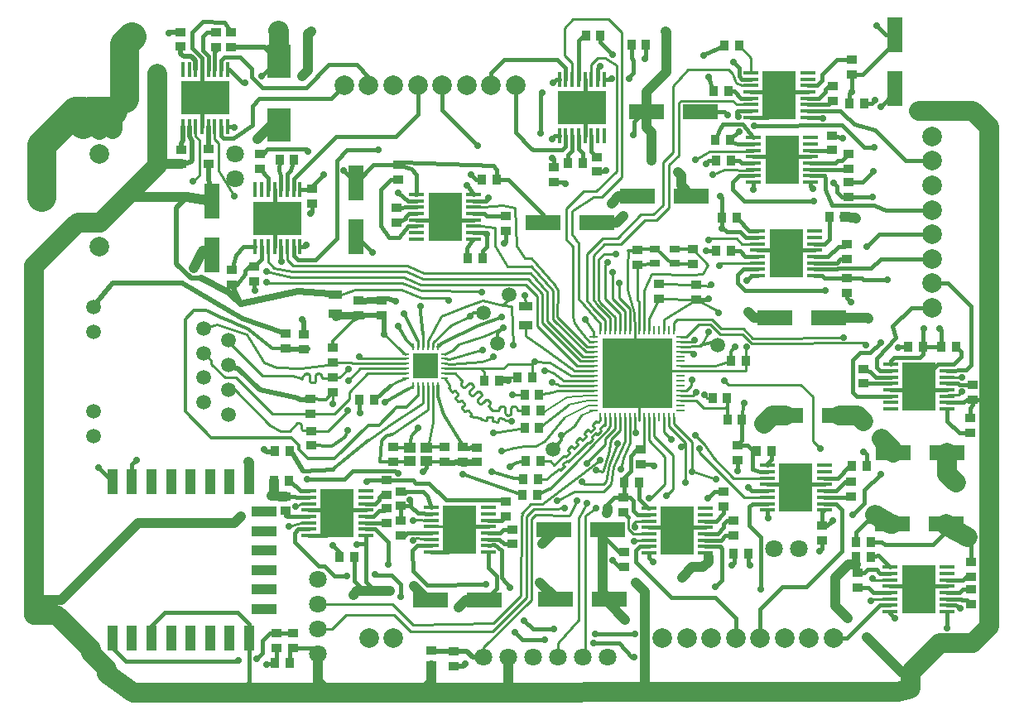
<source format=gtl>
G04 #@! TF.FileFunction,Copper,L1,Top,Signal*
%FSLAX46Y46*%
G04 Gerber Fmt 4.6, Leading zero omitted, Abs format (unit mm)*
G04 Created by KiCad (PCBNEW 4.0.6-e0-6349~53~ubuntu16.04.1) date Sat Aug  5 15:27:13 2017*
%MOMM*%
%LPD*%
G01*
G04 APERTURE LIST*
%ADD10C,0.150000*%
%ADD11C,2.000000*%
%ADD12R,1.000760X0.899160*%
%ADD13R,1.000000X0.900000*%
%ADD14R,0.899160X1.000760*%
%ADD15R,0.900000X1.000000*%
%ADD16R,2.400300X3.500120*%
%ADD17R,1.397000X0.889000*%
%ADD18C,1.800000*%
%ADD19R,2.499360X2.499360*%
%ADD20O,0.248920X0.800100*%
%ADD21O,0.800100X0.248920*%
%ADD22C,0.600000*%
%ADD23R,0.250000X0.850000*%
%ADD24R,0.850000X0.250000*%
%ADD25R,7.150000X7.150000*%
%ADD26R,1.200000X1.100000*%
%ADD27R,1.000000X0.800000*%
%ADD28C,1.500000*%
%ADD29R,1.600200X3.599180*%
%ADD30R,3.599180X1.600200*%
%ADD31R,2.600000X1.100000*%
%ADD32R,1.100000X2.600000*%
%ADD33R,3.000000X3.000000*%
%ADD34C,0.300000*%
%ADD35R,3.400000X5.000000*%
%ADD36R,1.500000X0.450000*%
%ADD37R,5.000000X3.400000*%
%ADD38R,0.450000X1.500000*%
%ADD39C,0.700000*%
%ADD40C,0.250000*%
%ADD41C,0.500000*%
%ADD42C,0.800000*%
%ADD43C,0.300000*%
%ADD44C,0.700000*%
%ADD45C,0.400000*%
%ADD46C,0.200000*%
%ADD47C,0.450000*%
%ADD48C,1.000000*%
%ADD49C,2.000000*%
%ADD50C,0.350000*%
%ADD51C,0.600000*%
%ADD52C,3.000000*%
G04 APERTURE END LIST*
D10*
D11*
X128725000Y-60725000D03*
X131225000Y-60725000D03*
X121225000Y-60725000D03*
X118725000Y-60725000D03*
X123725000Y-60725000D03*
X126225000Y-60725000D03*
X136225000Y-60725000D03*
X133725000Y-60725000D03*
D12*
X132300000Y-99251840D03*
D13*
X132300000Y-97748160D03*
D12*
X130800000Y-99201840D03*
D13*
X130800000Y-97698160D03*
D12*
X129000000Y-99201840D03*
D13*
X129000000Y-97698160D03*
D12*
X123750000Y-99201840D03*
D13*
X123750000Y-97698160D03*
D12*
X122500000Y-82748160D03*
D13*
X122500000Y-84251840D03*
D14*
X113601840Y-68350000D03*
D15*
X112098160Y-68350000D03*
D12*
X129890000Y-120101840D03*
D13*
X129890000Y-118598160D03*
D12*
X149000000Y-99501840D03*
D13*
X149000000Y-97998160D03*
D14*
X156368160Y-92710000D03*
D15*
X157871840Y-92710000D03*
D14*
X136448160Y-90600000D03*
D15*
X137951840Y-90600000D03*
D14*
X159751840Y-88900000D03*
D15*
X158248160Y-88900000D03*
D16*
X112000000Y-58248800D03*
X112000000Y-64751200D03*
D17*
X137300000Y-85252500D03*
X137300000Y-83347500D03*
D12*
X120200000Y-82748160D03*
D13*
X120200000Y-84251840D03*
D14*
X134551840Y-90900000D03*
D15*
X133048160Y-90900000D03*
D12*
X154700000Y-81148160D03*
D13*
X154700000Y-82651840D03*
D12*
X148700000Y-77548160D03*
D13*
X148700000Y-79051840D03*
D12*
X154400000Y-78951840D03*
D13*
X154400000Y-77448160D03*
D12*
X150900000Y-81048160D03*
D13*
X150900000Y-82551840D03*
D12*
X124100000Y-73223160D03*
D13*
X124100000Y-74726840D03*
D12*
X110100000Y-69226840D03*
D13*
X110100000Y-67723160D03*
D12*
X107125000Y-55323160D03*
D13*
X107125000Y-56826840D03*
D14*
X141623160Y-68625000D03*
D15*
X143126840Y-68625000D03*
D12*
X124225000Y-70376840D03*
D13*
X124225000Y-68873160D03*
D12*
X105575000Y-56826840D03*
D13*
X105575000Y-55323160D03*
D12*
X144575000Y-68048160D03*
D13*
X144575000Y-69551840D03*
D12*
X115450000Y-72826840D03*
D13*
X115450000Y-71323160D03*
D14*
X132823160Y-70400000D03*
D15*
X134326840Y-70400000D03*
D12*
X102000000Y-56751840D03*
D13*
X102000000Y-55248160D03*
D12*
X140150000Y-70626840D03*
D13*
X140150000Y-69123160D03*
D12*
X168650000Y-62301840D03*
D13*
X168650000Y-60798160D03*
D12*
X170250000Y-69251840D03*
D13*
X170250000Y-67748160D03*
D12*
X170100000Y-78476840D03*
D13*
X170100000Y-76973160D03*
D12*
X170650000Y-58123160D03*
D13*
X170650000Y-59626840D03*
D12*
X168625000Y-67351840D03*
D13*
X168625000Y-65848160D03*
D12*
X171800000Y-89723160D03*
D13*
X171800000Y-91226840D03*
D14*
X168348160Y-74200000D03*
D15*
X169851840Y-74200000D03*
D14*
X176378160Y-87480000D03*
D15*
X177881840Y-87480000D03*
D14*
X171901840Y-62575000D03*
D15*
X170398160Y-62575000D03*
D12*
X170250000Y-70598160D03*
D13*
X170250000Y-72101840D03*
D12*
X170150000Y-81926840D03*
D13*
X170150000Y-80423160D03*
D14*
X181311840Y-87500000D03*
D15*
X179808160Y-87500000D03*
D12*
X182830000Y-113781840D03*
D13*
X182830000Y-112278160D03*
D12*
X170550000Y-102801840D03*
D13*
X170550000Y-101298160D03*
D12*
X158500000Y-106751840D03*
D13*
X158500000Y-105248160D03*
D12*
X182790000Y-110981840D03*
D13*
X182790000Y-109478160D03*
D12*
X135900000Y-107651840D03*
D13*
X135900000Y-106148160D03*
D14*
X170638160Y-99670000D03*
D15*
X172141840Y-99670000D03*
D12*
X157540000Y-103801840D03*
D13*
X157540000Y-102298160D03*
D12*
X135200000Y-104776840D03*
D13*
X135200000Y-103273160D03*
D14*
X171068160Y-107420000D03*
D15*
X172571840Y-107420000D03*
D12*
X167580000Y-107271840D03*
D13*
X167580000Y-105768160D03*
D14*
X160051840Y-108590000D03*
D15*
X158548160Y-108590000D03*
D12*
X147360000Y-109991840D03*
D13*
X147360000Y-108488160D03*
D17*
X117800000Y-82147500D03*
X117800000Y-84052500D03*
D18*
X143089680Y-119200000D03*
X145629680Y-119200000D03*
X132950000Y-119200000D03*
X135490000Y-119200000D03*
X140559840Y-119200000D03*
X138019840Y-119200000D03*
D11*
X178800000Y-75950000D03*
X178800000Y-78450000D03*
X178800000Y-68450000D03*
X178800000Y-65950000D03*
X178800000Y-70950000D03*
X178800000Y-73450000D03*
X178800000Y-83450000D03*
X178800000Y-80950000D03*
X158750000Y-117300000D03*
X156250000Y-117300000D03*
X166250000Y-117300000D03*
X168750000Y-117300000D03*
X163750000Y-117300000D03*
X161250000Y-117300000D03*
X151250000Y-117300000D03*
X153750000Y-117300000D03*
D14*
X138751840Y-99150000D03*
X137248160Y-99150000D03*
X138501840Y-101000000D03*
X136998160Y-101000000D03*
X138451840Y-102600000D03*
X136948160Y-102600000D03*
X120273160Y-92900000D03*
X121776840Y-92900000D03*
X157898160Y-94910000D03*
X159401840Y-94910000D03*
X138651840Y-92400000D03*
X137148160Y-92400000D03*
X138751840Y-94000000D03*
X137248160Y-94000000D03*
X138651840Y-95800000D03*
X137148160Y-95800000D03*
D12*
X117560000Y-89031840D03*
X117560000Y-87528160D03*
X117580000Y-90588160D03*
X117580000Y-92091840D03*
X115280000Y-94321840D03*
X115280000Y-92818160D03*
X115330000Y-96068160D03*
X115330000Y-97571840D03*
D14*
X113101840Y-98150000D03*
X111598160Y-98150000D03*
D12*
X127640000Y-118528160D03*
X127640000Y-120031840D03*
X112700000Y-87626840D03*
X112700000Y-86123160D03*
X114550000Y-86173160D03*
X114550000Y-87676840D03*
X109500000Y-80751840D03*
X109500000Y-79248160D03*
X135225000Y-74098160D03*
X135225000Y-75601840D03*
D14*
X143423160Y-55625000D03*
X144926840Y-55625000D03*
D12*
X107250000Y-79573160D03*
X107250000Y-81076840D03*
D14*
X131373160Y-78375000D03*
X132876840Y-78375000D03*
D12*
X104825000Y-67248160D03*
X104825000Y-68751840D03*
D14*
X148073160Y-56550000D03*
X149576840Y-56550000D03*
X158026840Y-61275000D03*
X156523160Y-61275000D03*
X158251840Y-68450000D03*
X156748160Y-68450000D03*
D12*
X102075000Y-67273160D03*
X102075000Y-68776840D03*
D14*
X158251840Y-77675000D03*
X156748160Y-77675000D03*
D12*
X183025000Y-91373160D03*
X183025000Y-92876840D03*
D14*
X159076840Y-56675000D03*
X157573160Y-56675000D03*
X156673160Y-66300000D03*
X158176840Y-66300000D03*
X158876840Y-74275000D03*
X157373160Y-74275000D03*
D12*
X182725000Y-96251840D03*
X182725000Y-94748160D03*
X171260000Y-112101840D03*
X171260000Y-110598160D03*
X158940000Y-99031840D03*
X158940000Y-97528160D03*
X147280000Y-104411840D03*
X147280000Y-102908160D03*
X124500000Y-106751840D03*
X124500000Y-105248160D03*
D14*
X172581840Y-108980000D03*
X171078160Y-108980000D03*
X162401840Y-98100000D03*
X160898160Y-98100000D03*
X148841840Y-101330000D03*
X147338160Y-101330000D03*
D12*
X124500000Y-102248160D03*
X124500000Y-103751840D03*
D19*
X127010000Y-89430000D03*
D20*
X125760320Y-91428980D03*
X126260700Y-91428980D03*
X126761080Y-91428980D03*
X127258920Y-91428980D03*
X127759300Y-91428980D03*
X128259680Y-91428980D03*
D21*
X129008980Y-90679680D03*
X129008980Y-90179300D03*
X129008980Y-89678920D03*
X129008980Y-89181080D03*
X129008980Y-88680700D03*
X129008980Y-88180320D03*
D20*
X128259680Y-87431020D03*
X127759300Y-87431020D03*
X127258920Y-87431020D03*
X126761080Y-87431020D03*
X126260700Y-87431020D03*
X125760320Y-87431020D03*
D21*
X125011020Y-88180320D03*
X125011020Y-88680700D03*
X125011020Y-89181080D03*
X125011020Y-89678920D03*
X125011020Y-90179300D03*
X125011020Y-90679680D03*
D22*
X127010000Y-89430000D03*
X126248000Y-88668000D03*
X126248000Y-90192000D03*
X127772000Y-88668000D03*
X127772000Y-90192000D03*
D23*
X151910000Y-94640000D03*
X152410000Y-94640000D03*
X148910000Y-94640000D03*
X149410000Y-94640000D03*
X150410000Y-94640000D03*
X149910000Y-94640000D03*
X151410000Y-94640000D03*
X150910000Y-94640000D03*
X146910000Y-94640000D03*
X147410000Y-94640000D03*
X148410000Y-94640000D03*
X147910000Y-94640000D03*
X145910000Y-94640000D03*
X146410000Y-94640000D03*
X145410000Y-94640000D03*
X144910000Y-94640000D03*
D24*
X144210000Y-93940000D03*
X144210000Y-93440000D03*
X144210000Y-92440000D03*
X144210000Y-92940000D03*
X144210000Y-90940000D03*
X144210000Y-90440000D03*
X144210000Y-91440000D03*
X144210000Y-91940000D03*
X144210000Y-87940000D03*
X144210000Y-87440000D03*
X144210000Y-88940000D03*
X144210000Y-88440000D03*
X144210000Y-89440000D03*
X144210000Y-89940000D03*
X144210000Y-86440000D03*
X144210000Y-86940000D03*
D23*
X144910000Y-85740000D03*
X145410000Y-85740000D03*
X146410000Y-85740000D03*
X145910000Y-85740000D03*
X147910000Y-85740000D03*
X148410000Y-85740000D03*
X147410000Y-85740000D03*
X146910000Y-85740000D03*
X150910000Y-85740000D03*
X151410000Y-85740000D03*
X149910000Y-85740000D03*
X150410000Y-85740000D03*
X149410000Y-85740000D03*
X148910000Y-85740000D03*
X152410000Y-85740000D03*
X151910000Y-85740000D03*
D24*
X153110000Y-86940000D03*
X153110000Y-86440000D03*
X153110000Y-89940000D03*
X153110000Y-89440000D03*
X153110000Y-88440000D03*
X153110000Y-88920000D03*
X153110000Y-87440000D03*
X153110000Y-87940000D03*
X153110000Y-91940000D03*
X153110000Y-91440000D03*
X153110000Y-90440000D03*
X153110000Y-90940000D03*
X153110000Y-92940000D03*
X153110000Y-92440000D03*
X153110000Y-93440000D03*
X153110000Y-93940000D03*
D25*
X148660000Y-90190000D03*
D26*
X127150000Y-97750000D03*
X125450000Y-97750000D03*
X127150000Y-99150000D03*
X125450000Y-99150000D03*
D27*
X150500000Y-78950000D03*
X152500000Y-78950000D03*
X150500000Y-77450000D03*
X152500000Y-77450000D03*
D28*
X93100000Y-83375000D03*
X93100000Y-85915000D03*
X93100000Y-94085000D03*
X93100000Y-96625000D03*
X104350000Y-85560000D03*
X104350000Y-90630000D03*
X104350000Y-88100000D03*
X104350000Y-93170000D03*
X106890000Y-86820000D03*
X106890000Y-91900000D03*
X106890000Y-89360000D03*
X106890000Y-94440000D03*
D14*
X111648160Y-119800000D03*
D15*
X113151840Y-119800000D03*
D12*
X111775000Y-118276840D03*
D13*
X111775000Y-116773160D03*
D12*
X113500000Y-116748160D03*
X113500000Y-118251840D03*
D18*
X116000000Y-118850000D03*
X116000000Y-116310000D03*
X116000000Y-111240160D03*
X116000000Y-113780160D03*
D12*
X123050000Y-105476840D03*
D13*
X123050000Y-103973160D03*
D12*
X123050000Y-102626840D03*
D13*
X123050000Y-101123160D03*
D14*
X118248160Y-109000000D03*
D15*
X119751840Y-109000000D03*
D12*
X112675000Y-104251840D03*
X112675000Y-102748160D03*
D14*
X113076840Y-101175000D03*
X111573160Y-101175000D03*
D29*
X105175000Y-72549180D03*
X105175000Y-78050820D03*
D30*
X133050820Y-113400000D03*
X127549180Y-113400000D03*
D29*
X119900000Y-70674180D03*
X119900000Y-76175820D03*
D30*
X139049180Y-74775000D03*
X144550820Y-74775000D03*
X149599180Y-63400000D03*
X155100820Y-63400000D03*
D29*
X175050000Y-55524180D03*
X175050000Y-61025820D03*
D30*
X154225820Y-72050000D03*
X148724180Y-72050000D03*
X168250820Y-84500000D03*
X162749180Y-84500000D03*
X180400820Y-98325000D03*
X174899180Y-98325000D03*
X180280820Y-105590000D03*
X174779180Y-105590000D03*
X163859180Y-94490000D03*
X169360820Y-94490000D03*
X145660820Y-106140000D03*
X140159180Y-106140000D03*
X145780820Y-113310000D03*
X140279180Y-113310000D03*
D18*
X107575000Y-70234840D03*
X107575000Y-67694840D03*
D11*
X93700000Y-77250000D03*
X93700000Y-74750000D03*
X93700000Y-67750000D03*
X93700000Y-65250000D03*
X123750000Y-117300000D03*
X121250000Y-117300000D03*
D28*
X134366000Y-87122000D03*
X135600000Y-82150000D03*
X132950000Y-84000000D03*
X140025000Y-97925000D03*
X156950000Y-87325000D03*
D18*
X165209840Y-108100000D03*
X162669840Y-108100000D03*
D31*
X110500000Y-104300000D03*
X110500000Y-106300000D03*
X110500000Y-108300000D03*
X110500000Y-114300000D03*
X110500000Y-112300000D03*
X110500000Y-110300000D03*
D32*
X95000000Y-101300000D03*
X97000000Y-101300000D03*
X101000000Y-101300000D03*
X99000000Y-101300000D03*
X107000000Y-101300000D03*
X109000000Y-101300000D03*
X105000000Y-101300000D03*
X103000000Y-101300000D03*
X103000000Y-117300000D03*
X105000000Y-117300000D03*
X109000000Y-117300000D03*
X107000000Y-117300000D03*
X99000000Y-117300000D03*
X101000000Y-117300000D03*
X97000000Y-117300000D03*
X95000000Y-117300000D03*
D33*
X118000000Y-104500000D03*
D34*
X118000000Y-102300000D03*
X119100000Y-102300000D03*
X116900000Y-102300000D03*
X116900000Y-106700000D03*
X119100000Y-106700000D03*
X118000000Y-106700000D03*
X118000000Y-105600000D03*
X119100000Y-105600000D03*
X116900000Y-105600000D03*
X116900000Y-103400000D03*
X119100000Y-103400000D03*
X118000000Y-103400000D03*
D35*
X118000000Y-104500000D03*
D36*
X120900000Y-102875000D03*
X120900000Y-102225000D03*
X120900000Y-103525000D03*
X120900000Y-104175000D03*
X120900000Y-106775000D03*
X120900000Y-106125000D03*
X120900000Y-104825000D03*
X120900000Y-105475000D03*
X115100000Y-105475000D03*
X115100000Y-104825000D03*
X115100000Y-106125000D03*
X115100000Y-106775000D03*
X115100000Y-104175000D03*
X115100000Y-103525000D03*
X115100000Y-102225000D03*
X115100000Y-102875000D03*
D34*
X118000000Y-104500000D03*
X119100000Y-104500000D03*
X116900000Y-104500000D03*
D33*
X130525000Y-106175000D03*
D34*
X130525000Y-103975000D03*
X131625000Y-103975000D03*
X129425000Y-103975000D03*
X129425000Y-108375000D03*
X131625000Y-108375000D03*
X130525000Y-108375000D03*
X130525000Y-107275000D03*
X131625000Y-107275000D03*
X129425000Y-107275000D03*
X129425000Y-105075000D03*
X131625000Y-105075000D03*
X130525000Y-105075000D03*
D35*
X130525000Y-106175000D03*
D36*
X133425000Y-104550000D03*
X133425000Y-103900000D03*
X133425000Y-105200000D03*
X133425000Y-105850000D03*
X133425000Y-108450000D03*
X133425000Y-107800000D03*
X133425000Y-106500000D03*
X133425000Y-107150000D03*
X127625000Y-107150000D03*
X127625000Y-106500000D03*
X127625000Y-107800000D03*
X127625000Y-108450000D03*
X127625000Y-105850000D03*
X127625000Y-105200000D03*
X127625000Y-103900000D03*
X127625000Y-104550000D03*
D34*
X130525000Y-106175000D03*
X131625000Y-106175000D03*
X129425000Y-106175000D03*
D33*
X152750000Y-106270000D03*
D34*
X152750000Y-104070000D03*
X153850000Y-104070000D03*
X151650000Y-104070000D03*
X151650000Y-108470000D03*
X153850000Y-108470000D03*
X152750000Y-108470000D03*
X152750000Y-107370000D03*
X153850000Y-107370000D03*
X151650000Y-107370000D03*
X151650000Y-105170000D03*
X153850000Y-105170000D03*
X152750000Y-105170000D03*
D35*
X152750000Y-106270000D03*
D36*
X155650000Y-104645000D03*
X155650000Y-103995000D03*
X155650000Y-105295000D03*
X155650000Y-105945000D03*
X155650000Y-108545000D03*
X155650000Y-107895000D03*
X155650000Y-106595000D03*
X155650000Y-107245000D03*
X149850000Y-107245000D03*
X149850000Y-106595000D03*
X149850000Y-107895000D03*
X149850000Y-108545000D03*
X149850000Y-105945000D03*
X149850000Y-105295000D03*
X149850000Y-103995000D03*
X149850000Y-104645000D03*
D34*
X152750000Y-106270000D03*
X153850000Y-106270000D03*
X151650000Y-106270000D03*
D33*
X164900000Y-101880000D03*
D34*
X164900000Y-99680000D03*
X166000000Y-99680000D03*
X163800000Y-99680000D03*
X163800000Y-104080000D03*
X166000000Y-104080000D03*
X164900000Y-104080000D03*
X164900000Y-102980000D03*
X166000000Y-102980000D03*
X163800000Y-102980000D03*
X163800000Y-100780000D03*
X166000000Y-100780000D03*
X164900000Y-100780000D03*
D35*
X164900000Y-101880000D03*
D36*
X167800000Y-100255000D03*
X167800000Y-99605000D03*
X167800000Y-100905000D03*
X167800000Y-101555000D03*
X167800000Y-104155000D03*
X167800000Y-103505000D03*
X167800000Y-102205000D03*
X167800000Y-102855000D03*
X162000000Y-102855000D03*
X162000000Y-102205000D03*
X162000000Y-103505000D03*
X162000000Y-104155000D03*
X162000000Y-101555000D03*
X162000000Y-100905000D03*
X162000000Y-99605000D03*
X162000000Y-100255000D03*
D34*
X164900000Y-101880000D03*
X166000000Y-101880000D03*
X163800000Y-101880000D03*
D33*
X177450000Y-112290000D03*
D34*
X177450000Y-110090000D03*
X178550000Y-110090000D03*
X176350000Y-110090000D03*
X176350000Y-114490000D03*
X178550000Y-114490000D03*
X177450000Y-114490000D03*
X177450000Y-113390000D03*
X178550000Y-113390000D03*
X176350000Y-113390000D03*
X176350000Y-111190000D03*
X178550000Y-111190000D03*
X177450000Y-111190000D03*
D35*
X177450000Y-112290000D03*
D36*
X180350000Y-110665000D03*
X180350000Y-110015000D03*
X180350000Y-111315000D03*
X180350000Y-111965000D03*
X180350000Y-114565000D03*
X180350000Y-113915000D03*
X180350000Y-112615000D03*
X180350000Y-113265000D03*
X174550000Y-113265000D03*
X174550000Y-112615000D03*
X174550000Y-113915000D03*
X174550000Y-114565000D03*
X174550000Y-111965000D03*
X174550000Y-111315000D03*
X174550000Y-110015000D03*
X174550000Y-110665000D03*
D34*
X177450000Y-112290000D03*
X178550000Y-112290000D03*
X176350000Y-112290000D03*
D33*
X177500000Y-91550000D03*
D34*
X177500000Y-93750000D03*
X176400000Y-93750000D03*
X178600000Y-93750000D03*
X178600000Y-89350000D03*
X176400000Y-89350000D03*
X177500000Y-89350000D03*
X177500000Y-90450000D03*
X176400000Y-90450000D03*
X178600000Y-90450000D03*
X178600000Y-92650000D03*
X176400000Y-92650000D03*
X177500000Y-92650000D03*
D35*
X177500000Y-91550000D03*
D36*
X174600000Y-93175000D03*
X174600000Y-93825000D03*
X174600000Y-92525000D03*
X174600000Y-91875000D03*
X174600000Y-89275000D03*
X174600000Y-89925000D03*
X174600000Y-91225000D03*
X174600000Y-90575000D03*
X180400000Y-90575000D03*
X180400000Y-91225000D03*
X180400000Y-89925000D03*
X180400000Y-89275000D03*
X180400000Y-91875000D03*
X180400000Y-92525000D03*
X180400000Y-93825000D03*
X180400000Y-93175000D03*
D34*
X177500000Y-91550000D03*
X176400000Y-91550000D03*
X178600000Y-91550000D03*
D33*
X163900000Y-77900000D03*
D34*
X163900000Y-75700000D03*
X165000000Y-75700000D03*
X162800000Y-75700000D03*
X162800000Y-80100000D03*
X165000000Y-80100000D03*
X163900000Y-80100000D03*
X163900000Y-79000000D03*
X165000000Y-79000000D03*
X162800000Y-79000000D03*
X162800000Y-76800000D03*
X165000000Y-76800000D03*
X163900000Y-76800000D03*
D35*
X163900000Y-77900000D03*
D36*
X166800000Y-76275000D03*
X166800000Y-75625000D03*
X166800000Y-76925000D03*
X166800000Y-77575000D03*
X166800000Y-80175000D03*
X166800000Y-79525000D03*
X166800000Y-78225000D03*
X166800000Y-78875000D03*
X161000000Y-78875000D03*
X161000000Y-78225000D03*
X161000000Y-79525000D03*
X161000000Y-80175000D03*
X161000000Y-77575000D03*
X161000000Y-76925000D03*
X161000000Y-75625000D03*
X161000000Y-76275000D03*
D34*
X163900000Y-77900000D03*
X165000000Y-77900000D03*
X162800000Y-77900000D03*
D33*
X163475000Y-68350000D03*
D34*
X163475000Y-66150000D03*
X164575000Y-66150000D03*
X162375000Y-66150000D03*
X162375000Y-70550000D03*
X164575000Y-70550000D03*
X163475000Y-70550000D03*
X163475000Y-69450000D03*
X164575000Y-69450000D03*
X162375000Y-69450000D03*
X162375000Y-67250000D03*
X164575000Y-67250000D03*
X163475000Y-67250000D03*
D35*
X163475000Y-68350000D03*
D36*
X166375000Y-66725000D03*
X166375000Y-66075000D03*
X166375000Y-67375000D03*
X166375000Y-68025000D03*
X166375000Y-70625000D03*
X166375000Y-69975000D03*
X166375000Y-68675000D03*
X166375000Y-69325000D03*
X160575000Y-69325000D03*
X160575000Y-68675000D03*
X160575000Y-69975000D03*
X160575000Y-70625000D03*
X160575000Y-68025000D03*
X160575000Y-67375000D03*
X160575000Y-66075000D03*
X160575000Y-66725000D03*
D34*
X163475000Y-68350000D03*
X164575000Y-68350000D03*
X162375000Y-68350000D03*
D33*
X163200000Y-61700000D03*
D34*
X163200000Y-59500000D03*
X164300000Y-59500000D03*
X162100000Y-59500000D03*
X162100000Y-63900000D03*
X164300000Y-63900000D03*
X163200000Y-63900000D03*
X163200000Y-62800000D03*
X164300000Y-62800000D03*
X162100000Y-62800000D03*
X162100000Y-60600000D03*
X164300000Y-60600000D03*
X163200000Y-60600000D03*
D35*
X163200000Y-61700000D03*
D36*
X166100000Y-60075000D03*
X166100000Y-59425000D03*
X166100000Y-60725000D03*
X166100000Y-61375000D03*
X166100000Y-63975000D03*
X166100000Y-63325000D03*
X166100000Y-62025000D03*
X166100000Y-62675000D03*
X160300000Y-62675000D03*
X160300000Y-62025000D03*
X160300000Y-63325000D03*
X160300000Y-63975000D03*
X160300000Y-61375000D03*
X160300000Y-60725000D03*
X160300000Y-59425000D03*
X160300000Y-60075000D03*
D34*
X163200000Y-61700000D03*
X164300000Y-61700000D03*
X162100000Y-61700000D03*
D33*
X143000000Y-63000000D03*
D34*
X145200000Y-63000000D03*
X145200000Y-64100000D03*
X145200000Y-61900000D03*
X140800000Y-61900000D03*
X140800000Y-64100000D03*
X140800000Y-63000000D03*
X141900000Y-63000000D03*
X141900000Y-64100000D03*
X141900000Y-61900000D03*
X144100000Y-61900000D03*
X144100000Y-64100000D03*
X144100000Y-63000000D03*
D37*
X143000000Y-63000000D03*
D38*
X144625000Y-65900000D03*
X145275000Y-65900000D03*
X143975000Y-65900000D03*
X143325000Y-65900000D03*
X140725000Y-65900000D03*
X141375000Y-65900000D03*
X142675000Y-65900000D03*
X142025000Y-65900000D03*
X142025000Y-60100000D03*
X142675000Y-60100000D03*
X141375000Y-60100000D03*
X140725000Y-60100000D03*
X143325000Y-60100000D03*
X143975000Y-60100000D03*
X145275000Y-60100000D03*
X144625000Y-60100000D03*
D34*
X143000000Y-63000000D03*
X143000000Y-64100000D03*
X143000000Y-61900000D03*
D33*
X129025000Y-74150000D03*
D34*
X129025000Y-76350000D03*
X127925000Y-76350000D03*
X130125000Y-76350000D03*
X130125000Y-71950000D03*
X127925000Y-71950000D03*
X129025000Y-71950000D03*
X129025000Y-73050000D03*
X127925000Y-73050000D03*
X130125000Y-73050000D03*
X130125000Y-75250000D03*
X127925000Y-75250000D03*
X129025000Y-75250000D03*
D35*
X129025000Y-74150000D03*
D36*
X126125000Y-75775000D03*
X126125000Y-76425000D03*
X126125000Y-75125000D03*
X126125000Y-74475000D03*
X126125000Y-71875000D03*
X126125000Y-72525000D03*
X126125000Y-73825000D03*
X126125000Y-73175000D03*
X131925000Y-73175000D03*
X131925000Y-73825000D03*
X131925000Y-72525000D03*
X131925000Y-71875000D03*
X131925000Y-74475000D03*
X131925000Y-75125000D03*
X131925000Y-76425000D03*
X131925000Y-75775000D03*
D34*
X129025000Y-74150000D03*
X127925000Y-74150000D03*
X130125000Y-74150000D03*
D33*
X111900000Y-74300000D03*
D34*
X109700000Y-74300000D03*
X109700000Y-73200000D03*
X109700000Y-75400000D03*
X114100000Y-75400000D03*
X114100000Y-73200000D03*
X114100000Y-74300000D03*
X113000000Y-74300000D03*
X113000000Y-73200000D03*
X113000000Y-75400000D03*
X110800000Y-75400000D03*
X110800000Y-73200000D03*
X110800000Y-74300000D03*
D37*
X111900000Y-74300000D03*
D38*
X110275000Y-71400000D03*
X109625000Y-71400000D03*
X110925000Y-71400000D03*
X111575000Y-71400000D03*
X114175000Y-71400000D03*
X113525000Y-71400000D03*
X112225000Y-71400000D03*
X112875000Y-71400000D03*
X112875000Y-77200000D03*
X112225000Y-77200000D03*
X113525000Y-77200000D03*
X114175000Y-77200000D03*
X111575000Y-77200000D03*
X110925000Y-77200000D03*
X109625000Y-77200000D03*
X110275000Y-77200000D03*
D34*
X111900000Y-74300000D03*
X111900000Y-73200000D03*
X111900000Y-75400000D03*
D33*
X104500000Y-62000000D03*
D34*
X102300000Y-62000000D03*
X102300000Y-60900000D03*
X102300000Y-63100000D03*
X106700000Y-63100000D03*
X106700000Y-60900000D03*
X106700000Y-62000000D03*
X105600000Y-62000000D03*
X105600000Y-60900000D03*
X105600000Y-63100000D03*
X103400000Y-63100000D03*
X103400000Y-60900000D03*
X103400000Y-62000000D03*
D37*
X104500000Y-62000000D03*
D38*
X102875000Y-59100000D03*
X102225000Y-59100000D03*
X103525000Y-59100000D03*
X104175000Y-59100000D03*
X106775000Y-59100000D03*
X106125000Y-59100000D03*
X104825000Y-59100000D03*
X105475000Y-59100000D03*
X105475000Y-64900000D03*
X104825000Y-64900000D03*
X106125000Y-64900000D03*
X106775000Y-64900000D03*
X104175000Y-64900000D03*
X103525000Y-64900000D03*
X102225000Y-64900000D03*
X102875000Y-64900000D03*
D34*
X104500000Y-62000000D03*
X104500000Y-60900000D03*
X104500000Y-63100000D03*
D39*
X117500000Y-93300000D03*
X119100000Y-96025000D03*
X122770000Y-86170000D03*
X122900000Y-93150000D03*
X134800000Y-84400000D03*
X155950000Y-85950000D03*
X143325000Y-84650000D03*
X135000000Y-85500000D03*
X134800000Y-98100000D03*
X131600000Y-84300000D03*
X133975000Y-88500000D03*
X140900000Y-96500000D03*
X114425000Y-84675000D03*
X135450000Y-90925000D03*
X120325000Y-94200000D03*
X117525000Y-107775000D03*
X125825000Y-111950000D03*
X110750000Y-119975000D03*
X139000000Y-107625000D03*
X138725000Y-111550000D03*
X126750000Y-100250000D03*
X108930000Y-99250000D03*
X150400000Y-99660000D03*
X146200000Y-109320000D03*
X150270000Y-109440000D03*
X160210000Y-109830000D03*
X167340000Y-108360000D03*
X171790000Y-95060000D03*
X162040000Y-104950000D03*
X154730000Y-92100000D03*
X155530000Y-92390000D03*
X131070000Y-119930000D03*
X174990000Y-115200000D03*
X173650000Y-96900000D03*
X173000000Y-104690000D03*
X160575000Y-71375000D03*
X172850000Y-69475000D03*
X160050000Y-83900000D03*
X170550000Y-82900000D03*
X159850000Y-80700000D03*
X109800000Y-66200000D03*
X146050000Y-72775000D03*
X147250000Y-74075000D03*
X173000000Y-62200000D03*
X173550000Y-62875000D03*
X157925000Y-63725000D03*
X141375000Y-70775000D03*
X140050000Y-60475000D03*
X131675000Y-69850000D03*
X131250000Y-70975000D03*
X121625000Y-77825000D03*
X115275000Y-73850000D03*
X114850000Y-77025000D03*
X107500000Y-65025000D03*
X103300000Y-79375000D03*
X126300000Y-95800000D03*
X137200000Y-82200000D03*
X156225000Y-81150000D03*
X159850000Y-87450000D03*
X124000000Y-82800000D03*
X122200000Y-67325000D03*
X156670000Y-112020000D03*
X148400000Y-119175000D03*
X144225000Y-117750000D03*
X139250000Y-117400000D03*
X136200000Y-116650000D03*
X133225000Y-111750000D03*
X140125000Y-116350000D03*
X135675000Y-112125000D03*
X137125000Y-115475000D03*
X148475000Y-116825000D03*
X144400000Y-116850000D03*
X132350000Y-66850000D03*
X133500000Y-72200000D03*
X124225000Y-71725000D03*
X160650000Y-64825000D03*
X172925000Y-67050000D03*
X159000000Y-63950000D03*
X166700000Y-72550000D03*
X172150000Y-77225000D03*
X167950000Y-81675000D03*
X181740000Y-114210000D03*
X161300000Y-112230000D03*
X154630000Y-96530000D03*
X153210000Y-97730000D03*
X144500000Y-104000000D03*
X153600000Y-101350000D03*
X172610000Y-113430000D03*
X156730000Y-101000000D03*
X154320000Y-100260000D03*
X143500000Y-103500000D03*
X152180000Y-96970000D03*
X155020000Y-97900000D03*
X156425000Y-69825000D03*
X145650000Y-78800000D03*
X154600000Y-68325000D03*
X146525000Y-78000000D03*
X107500000Y-72050000D03*
X110750000Y-79775000D03*
X157075000Y-79150000D03*
X146825000Y-80975000D03*
X156000000Y-76500000D03*
X146150000Y-79850000D03*
X140000000Y-91100000D03*
X132800000Y-81900000D03*
X103275000Y-70500000D03*
X110775000Y-80875000D03*
X181875000Y-92050000D03*
X169790000Y-86500000D03*
X154510000Y-86750000D03*
X157580000Y-90910000D03*
X167420000Y-97870000D03*
X172750000Y-111180000D03*
X181875000Y-90600000D03*
X172090000Y-87260000D03*
X113025000Y-105800000D03*
X143500000Y-99400000D03*
X113750000Y-103800000D03*
X144500000Y-100075000D03*
X125750000Y-107250000D03*
X140500000Y-103250000D03*
X148500000Y-96250000D03*
X143000000Y-101250000D03*
X146672747Y-97374463D03*
X125750000Y-105250000D03*
X119125000Y-90925000D03*
X119025000Y-93950000D03*
X120275000Y-88500000D03*
X119125000Y-89725000D03*
X158550000Y-58375000D03*
X177500000Y-63300000D03*
X125450000Y-103125000D03*
X124200000Y-100400000D03*
X114925000Y-101025000D03*
X111300000Y-102675000D03*
X108125000Y-104850000D03*
X145550000Y-104440000D03*
X148530000Y-111590000D03*
X170240000Y-115210000D03*
X172110000Y-117170000D03*
X155975000Y-82550000D03*
X155750000Y-77675000D03*
X157350000Y-75325000D03*
X157150000Y-72025000D03*
X155700000Y-68750000D03*
X159100000Y-65475000D03*
X155975000Y-59825000D03*
X155450000Y-57625000D03*
X146200000Y-57575000D03*
X149425000Y-58000000D03*
X144850000Y-58750000D03*
X138800000Y-65600000D03*
X138975000Y-61475000D03*
X135100000Y-76900000D03*
X133275000Y-75975000D03*
X99600000Y-59500000D03*
X158700000Y-87500000D03*
X157000000Y-84000000D03*
X159650000Y-93230000D03*
X129400000Y-82700000D03*
X138200000Y-89000000D03*
X167650000Y-64075000D03*
X121025000Y-101300000D03*
X119975000Y-107700000D03*
X130450000Y-114125000D03*
X155870000Y-102980000D03*
X155940000Y-109480000D03*
X158360000Y-109800000D03*
X153250000Y-111060000D03*
X147470000Y-115390000D03*
X173550000Y-100510000D03*
X170700000Y-104680000D03*
X168660000Y-105220000D03*
X171830000Y-98180000D03*
X161620000Y-95330000D03*
X180370000Y-116210000D03*
X182440000Y-106970000D03*
X181300000Y-101370000D03*
X179610000Y-85560000D03*
X177970000Y-85620000D03*
X168750000Y-70700000D03*
X166625000Y-71250000D03*
X172725000Y-72125000D03*
X174300000Y-80600000D03*
X171075000Y-74325000D03*
X169675000Y-66150000D03*
X172325000Y-84600000D03*
X111950000Y-55100000D03*
X152825000Y-69600000D03*
X150100000Y-68375000D03*
X145500000Y-69425000D03*
X151550000Y-55200000D03*
X170600000Y-61375000D03*
X173200000Y-54600000D03*
X148250000Y-65825000D03*
X139950000Y-66225000D03*
X140000000Y-68125000D03*
X114425000Y-59800000D03*
X115300000Y-55200000D03*
X115025000Y-67450000D03*
X118650000Y-69425000D03*
X116625000Y-69825000D03*
X108550000Y-60475000D03*
X110250000Y-59775000D03*
X100775000Y-55350000D03*
X97000000Y-55700000D03*
X87700000Y-72100000D03*
X119625000Y-112850000D03*
X110500000Y-98000000D03*
X136000000Y-87300000D03*
X139200000Y-89900000D03*
X142500000Y-103250000D03*
X147000000Y-100000000D03*
X173580000Y-87010000D03*
X175340000Y-87520000D03*
X135675000Y-99700000D03*
X126500000Y-83300000D03*
X133800000Y-100250000D03*
X124800000Y-84100000D03*
X130850000Y-100500000D03*
X124200000Y-85350000D03*
X135800000Y-95100000D03*
X135900000Y-92400000D03*
X134000000Y-96300000D03*
X132900000Y-87800000D03*
X112275000Y-78775000D03*
X109575000Y-81700000D03*
X147875000Y-60000000D03*
X146050000Y-60050000D03*
X158950000Y-100140000D03*
X160040000Y-101890000D03*
X107875000Y-119525000D03*
X109775000Y-119375000D03*
X93600000Y-99860000D03*
X154310000Y-90880000D03*
X141250000Y-104000000D03*
X97450000Y-99020000D03*
X144875000Y-99075000D03*
X154480000Y-88220000D03*
X124475000Y-113025000D03*
X121825000Y-110725000D03*
X118950000Y-110950000D03*
X123175000Y-109700000D03*
X148480000Y-105960000D03*
X151690000Y-102700000D03*
X148360000Y-107320000D03*
X149870000Y-102960000D03*
D40*
X117580000Y-92091840D02*
X117580000Y-93220000D01*
X117580000Y-93220000D02*
X117500000Y-93300000D01*
X119104344Y-96026964D02*
X119104344Y-96026965D01*
X119100000Y-96025000D02*
X119101964Y-96026964D01*
X119101964Y-96026964D02*
X119104344Y-96026964D01*
D41*
X107130000Y-89600000D02*
X107788887Y-89685569D01*
X114138160Y-92838160D02*
X113980000Y-92680000D01*
X113980000Y-92680000D02*
X110100000Y-91900000D01*
X114138160Y-92838160D02*
X115280000Y-92818160D01*
X107788887Y-89685569D02*
X110100000Y-91900000D01*
X107130000Y-89600000D02*
X106890000Y-89360000D01*
D42*
X117800000Y-84052500D02*
X117800000Y-84400000D01*
X117800000Y-84400000D02*
X118351840Y-84251840D01*
X118351840Y-84251840D02*
X120200000Y-84251840D01*
D41*
X122770000Y-86170000D02*
X122770000Y-84421840D01*
X122770000Y-84421840D02*
X122500000Y-84251840D01*
D43*
X117490000Y-97580000D02*
X118800000Y-96700000D01*
X115330000Y-97571840D02*
X117490000Y-97580000D01*
X118800000Y-96700000D02*
X119104344Y-96026965D01*
X120550000Y-84301840D02*
X119600000Y-84850000D01*
X117560000Y-86890000D02*
X117560000Y-87528160D01*
X119600000Y-84850000D02*
X117560000Y-86890000D01*
X115280000Y-92818160D02*
X116833680Y-92838160D01*
X116833680Y-92838160D02*
X117580000Y-92091840D01*
D44*
X120230000Y-84280000D02*
X120550000Y-84301840D01*
D41*
X120550000Y-84301840D02*
X120620000Y-84231840D01*
X120620000Y-84231840D02*
X122500000Y-84251840D01*
D40*
X125011020Y-88180320D02*
X124678000Y-87935909D01*
X124678000Y-87935909D02*
X124424000Y-87749493D01*
D45*
X122838465Y-93112625D02*
X122838465Y-93104166D01*
D43*
X125220000Y-91748333D02*
X122838465Y-93104166D01*
D40*
X125760320Y-91428980D02*
X125220000Y-91748333D01*
D45*
X122900000Y-93150000D02*
X122838465Y-93112625D01*
D40*
X124424000Y-87749493D02*
X122770000Y-86170000D01*
D46*
X144210000Y-92940000D02*
X143650000Y-92950000D01*
D40*
X141700000Y-93400000D02*
X138651840Y-95800000D01*
D46*
X143650000Y-92950000D02*
X141700000Y-93400000D01*
D43*
X155200000Y-87250000D02*
X155225000Y-87250000D01*
X155225000Y-87250000D02*
X156950000Y-86875000D01*
X156950000Y-86875000D02*
X156950000Y-87325000D01*
D40*
X155200000Y-87350000D02*
X155200000Y-87250000D01*
X155200000Y-87250000D02*
X155200000Y-87350000D01*
D43*
X134740344Y-84201533D02*
X134740344Y-84201534D01*
X134800000Y-84400000D02*
X134740344Y-84201533D01*
X128259680Y-87431020D02*
X128790000Y-87020996D01*
X128790000Y-87020996D02*
X132550000Y-85300000D01*
X132550000Y-85300000D02*
X134860000Y-84410000D01*
D40*
X155200000Y-87350000D02*
X153110000Y-87440000D01*
X155200000Y-87350000D02*
X155950000Y-85950000D01*
D43*
X134366000Y-87122000D02*
X134366000Y-86134000D01*
X134366000Y-86134000D02*
X135000000Y-85500000D01*
D40*
X144210000Y-86440000D02*
X144210000Y-85950000D01*
X129820000Y-87782604D02*
X130388230Y-87176464D01*
X130388230Y-87176464D02*
X133075000Y-86375000D01*
X133075000Y-86375000D02*
X135000000Y-85500000D01*
X129820000Y-87782604D02*
X129008980Y-88180320D01*
X144210000Y-85950000D02*
X143325000Y-84650000D01*
D43*
X132950000Y-84000000D02*
X131900000Y-84000000D01*
X131900000Y-84000000D02*
X131600000Y-84300000D01*
D46*
X144210000Y-93440000D02*
X143700000Y-93450000D01*
X143700000Y-93450000D02*
X141200000Y-94700000D01*
D40*
X141200000Y-94700000D02*
X139200000Y-97100000D01*
X139200000Y-97100000D02*
X138300000Y-97600000D01*
X138300000Y-97600000D02*
X137200000Y-97600000D01*
X137200000Y-97600000D02*
X136100000Y-97800000D01*
X136100000Y-97800000D02*
X134800000Y-98100000D01*
X131600000Y-84300000D02*
X129650000Y-85300000D01*
X127750000Y-87050000D02*
X127759300Y-87431020D01*
X127750000Y-87050000D02*
X129650000Y-85300000D01*
D46*
X143650000Y-92450000D02*
X144210000Y-92440000D01*
X143650000Y-92450000D02*
X141500000Y-92600000D01*
X141500000Y-92600000D02*
X139100000Y-94160000D01*
D40*
X138751840Y-94000000D02*
X139100000Y-94160000D01*
X144210000Y-91940000D02*
X140500000Y-91950000D01*
X140480000Y-91970000D02*
X140000000Y-92100000D01*
X138960000Y-92280000D02*
X138651840Y-92400000D01*
X140000000Y-92100000D02*
X138960000Y-92280000D01*
X140500000Y-91950000D02*
X140480000Y-91970000D01*
D43*
X140900000Y-96500000D02*
X140900000Y-97050000D01*
X140900000Y-97050000D02*
X140025000Y-97925000D01*
D40*
X132800000Y-88950000D02*
X133825000Y-88650000D01*
X129600000Y-89200000D02*
X132800000Y-88950000D01*
X129008980Y-89181080D02*
X129600000Y-89200000D01*
X133825000Y-88650000D02*
X133975000Y-88500000D01*
D46*
X144210000Y-93940000D02*
X142930000Y-94500000D01*
D40*
X142930000Y-94500000D02*
X142300000Y-95500000D01*
X140900000Y-96500000D02*
X142317385Y-95513700D01*
X142300000Y-95500000D02*
X142317385Y-95513700D01*
X133975000Y-88500000D02*
X133994515Y-88484353D01*
X145410000Y-94640000D02*
X145410000Y-95465000D01*
X144879667Y-95783198D02*
X144869196Y-95796328D01*
X145242502Y-95443504D02*
X145226129Y-95447241D01*
X145410000Y-95465000D02*
X145396869Y-95475471D01*
X141543411Y-99142692D02*
X141527542Y-99137191D01*
X141086978Y-99508841D02*
X141092571Y-99524677D01*
X144410770Y-96292032D02*
X144393975Y-96292032D01*
X141660805Y-99183976D02*
X141644969Y-99189568D01*
X145396869Y-95475471D02*
X145381737Y-95482758D01*
X145317064Y-95475471D02*
X145290802Y-95454528D01*
X144985736Y-96101398D02*
X144667539Y-96419596D01*
X144013382Y-96659987D02*
X144009645Y-96676360D01*
X144574604Y-96430067D02*
X144561473Y-96419596D01*
X145381737Y-95482758D02*
X145365364Y-95486495D01*
X141464134Y-99151856D02*
X141113119Y-99433438D01*
X145365364Y-95486495D02*
X145348569Y-95486495D01*
X140753547Y-100052056D02*
X140739302Y-100043162D01*
X144031140Y-96631725D02*
X144020669Y-96644855D01*
X144996207Y-96088267D02*
X144985736Y-96101398D01*
X145348569Y-95486495D02*
X145332196Y-95482758D01*
X145332196Y-95482758D02*
X145317064Y-95475471D01*
X145290802Y-95454528D02*
X145275670Y-95447241D01*
X145275670Y-95447241D02*
X145259297Y-95443504D01*
X145259297Y-95443504D02*
X145242502Y-95443504D01*
X140786111Y-100059390D02*
X140769417Y-100057558D01*
X144147680Y-96936794D02*
X144137209Y-96949925D01*
X144442275Y-96303056D02*
X144427143Y-96295769D01*
X143699815Y-97257653D02*
X143684684Y-97250365D01*
X143684684Y-97250365D02*
X143668311Y-97246628D01*
X145210997Y-95454528D02*
X145197866Y-95465000D01*
X145226129Y-95447241D02*
X145210997Y-95454528D01*
X144869196Y-95796328D02*
X144861909Y-95811460D01*
X144861909Y-95811460D02*
X144858172Y-95827833D01*
X145197866Y-95465000D02*
X144879667Y-95783198D01*
X141494164Y-99137287D02*
X141478328Y-99142879D01*
X144996208Y-96008461D02*
X145003494Y-96023594D01*
X141101547Y-99538871D02*
X141195410Y-99655877D01*
X140636155Y-100010773D02*
X140621960Y-100019750D01*
X144561473Y-96419596D02*
X144455405Y-96313527D01*
X144858172Y-95827833D02*
X144858172Y-95844628D01*
X145003494Y-96023594D02*
X145007231Y-96039967D01*
X144858172Y-95844628D02*
X144861909Y-95861001D01*
X140818631Y-100051869D02*
X140802795Y-100057461D01*
X144861909Y-95861001D02*
X144869196Y-95876133D01*
X144869196Y-95876133D02*
X144879667Y-95889264D01*
X144879667Y-95889264D02*
X144985736Y-95995332D01*
X144589735Y-96437355D02*
X144574604Y-96430067D01*
X141092571Y-99524677D02*
X141101547Y-99538871D01*
X140668674Y-100003252D02*
X140651991Y-100005182D01*
X144455405Y-96313527D02*
X144442275Y-96303056D01*
X144985736Y-95995332D02*
X144996208Y-96008461D01*
X144020669Y-96724660D02*
X144031140Y-96737791D01*
X145007231Y-96039967D02*
X145007232Y-96056761D01*
X145007232Y-96056761D02*
X145003495Y-96073134D01*
X141478328Y-99142879D02*
X141464134Y-99151856D01*
X145003495Y-96073134D02*
X144996207Y-96088267D01*
X141644969Y-99189568D02*
X141628285Y-99191497D01*
X144377602Y-96295769D02*
X144362470Y-96303056D01*
X144667539Y-96419596D02*
X144654408Y-96430068D01*
X141595723Y-99184163D02*
X141581476Y-99175269D01*
X144654408Y-96430068D02*
X144639277Y-96437354D01*
X144639277Y-96437354D02*
X144622904Y-96441091D01*
X144622904Y-96441091D02*
X144606108Y-96441092D01*
X144606108Y-96441092D02*
X144589735Y-96437355D01*
X144349339Y-96313527D02*
X144031140Y-96631725D01*
X143757581Y-97289619D02*
X143741208Y-97285882D01*
X140802795Y-100057461D02*
X140786111Y-100059390D01*
X144427143Y-96295769D02*
X144410770Y-96292032D01*
X144393975Y-96292032D02*
X144377602Y-96295769D01*
X140701238Y-100010586D02*
X140685369Y-100005084D01*
X144009645Y-96676360D02*
X144009645Y-96693155D01*
X144362470Y-96303056D02*
X144349339Y-96313527D01*
X144020669Y-96644855D02*
X144013382Y-96659987D01*
X144009645Y-96693155D02*
X144013382Y-96709528D01*
X144031140Y-96737791D02*
X144137209Y-96843859D01*
X144013382Y-96709528D02*
X144020669Y-96724660D01*
X144137209Y-96843859D02*
X144147681Y-96856988D01*
X144147681Y-96856988D02*
X144154967Y-96872121D01*
X141085050Y-99492157D02*
X141086978Y-99508841D01*
X144154967Y-96872121D02*
X144158704Y-96888494D01*
X144158704Y-96888494D02*
X144158705Y-96905288D01*
X141611591Y-99189664D02*
X141595723Y-99184163D01*
X144158705Y-96905288D02*
X144154968Y-96921661D01*
X140739302Y-100043162D02*
X140727392Y-100031322D01*
X144154968Y-96921661D02*
X144147680Y-96936794D01*
X142850000Y-98025000D02*
X142599869Y-98269811D01*
X144137209Y-96949925D02*
X143819012Y-97268123D01*
X143819012Y-97268123D02*
X143805881Y-97278595D01*
X143805881Y-97278595D02*
X143790750Y-97285881D01*
X143790750Y-97285881D02*
X143774377Y-97289618D01*
X143774377Y-97289618D02*
X143757581Y-97289619D01*
X141675000Y-99175000D02*
X141660805Y-99183976D01*
X143741208Y-97285882D02*
X143726077Y-97278594D01*
X141209980Y-99685907D02*
X141211908Y-99702590D01*
X141211908Y-99702590D02*
X141210076Y-99719284D01*
X143726077Y-97278594D02*
X143699815Y-97257653D01*
X143668311Y-97246628D02*
X143651515Y-97246629D01*
X143606880Y-97268123D02*
X142850000Y-98025000D01*
X141527542Y-99137191D02*
X141510848Y-99135358D01*
X143651515Y-97246629D02*
X143635142Y-97250366D01*
X141557657Y-99151586D02*
X141543411Y-99142692D01*
X143635142Y-97250366D02*
X143620011Y-97257652D01*
X141204576Y-99735152D02*
X141195680Y-99749399D01*
X143620011Y-97257652D02*
X143606880Y-97268123D01*
X141092384Y-99459594D02*
X141086882Y-99475463D01*
X142599869Y-98269811D02*
X141675000Y-99175000D01*
X141628285Y-99191497D02*
X141611591Y-99189664D01*
X141581476Y-99175269D02*
X141557657Y-99151586D01*
X141510848Y-99135358D02*
X141494164Y-99137287D01*
X141113119Y-99433438D02*
X141101278Y-99445348D01*
X141086882Y-99475463D02*
X141085050Y-99492157D01*
X141101278Y-99445348D02*
X141092384Y-99459594D01*
X141195410Y-99655877D02*
X141204386Y-99670070D01*
X141204386Y-99670070D02*
X141209980Y-99685907D01*
X141210076Y-99719284D02*
X141204576Y-99735152D01*
X141195680Y-99749399D02*
X141183839Y-99761309D01*
X140621960Y-100019750D02*
X139994027Y-100523473D01*
X141183839Y-99761309D02*
X140832826Y-100042893D01*
X140832826Y-100042893D02*
X140818631Y-100051869D01*
X140769417Y-100057558D02*
X140753547Y-100052056D01*
X140727392Y-100031322D02*
X140715484Y-100019480D01*
X140715484Y-100019480D02*
X140701238Y-100010586D01*
X140685369Y-100005084D02*
X140668674Y-100003252D01*
X140651991Y-100005182D02*
X140636155Y-100010773D01*
X139994027Y-100523473D02*
X139400000Y-101000000D01*
X139400000Y-101000000D02*
X138501840Y-101000000D01*
X145420000Y-94620000D02*
X145411340Y-94628660D01*
X145900000Y-95400000D02*
X145910000Y-94650000D01*
X145900035Y-95359505D02*
X145900000Y-95400000D01*
X145900000Y-95400000D02*
X145825000Y-95800000D01*
X145825000Y-95800000D02*
X142275000Y-99450000D01*
X142275000Y-99450000D02*
X139700000Y-102050000D01*
D43*
X139700000Y-102050000D02*
X138451840Y-102600000D01*
D40*
X144910000Y-94640000D02*
X144910000Y-94915000D01*
X144682492Y-95138961D02*
X144662317Y-95148677D01*
X144910000Y-94915000D02*
X144700000Y-95125000D01*
X144120351Y-95531756D02*
X144134313Y-95549264D01*
X141574770Y-98077337D02*
X141588732Y-98094845D01*
X144700000Y-95125000D02*
X144682492Y-95138961D01*
X144520895Y-95101322D02*
X144499063Y-95096339D01*
X144299415Y-95728368D02*
X144304398Y-95750199D01*
X144105652Y-95489749D02*
X144110635Y-95511581D01*
X143285786Y-96256369D02*
X143271824Y-96273877D01*
X144662317Y-95148677D02*
X144640485Y-95153660D01*
X144499063Y-95096339D02*
X144476670Y-95096339D01*
X144640485Y-95153660D02*
X144618092Y-95153660D01*
X142192101Y-97835683D02*
X142171927Y-97825966D01*
X144289698Y-95708194D02*
X144299415Y-95728368D01*
X144541070Y-95111038D02*
X144520895Y-95101322D01*
X142823841Y-96798376D02*
X142802010Y-96793393D01*
X144618092Y-95153660D02*
X144596261Y-95148677D01*
X144134313Y-95549264D02*
X144275736Y-95690686D01*
X141889083Y-97656619D02*
X141871575Y-97670581D01*
X144596261Y-95148677D02*
X144576086Y-95138961D01*
X143271824Y-96380283D02*
X143285786Y-96397791D01*
X143851473Y-96114950D02*
X143710051Y-95973527D01*
X142408598Y-97164410D02*
X142408598Y-97186803D01*
X144576086Y-95138961D02*
X144541070Y-95111038D01*
X143955211Y-96138629D02*
X143933380Y-96143612D01*
X141744117Y-98253775D02*
X141753834Y-98273949D01*
X142012997Y-97670581D02*
X141995489Y-97656619D01*
X143910988Y-96143611D02*
X143889155Y-96138629D01*
X141753834Y-98340005D02*
X141744117Y-98360181D01*
X144110635Y-95511581D02*
X144120351Y-95531756D01*
X144476670Y-95096339D02*
X144454839Y-95101322D01*
X143455871Y-96598726D02*
X143455870Y-96621120D01*
X142844016Y-96808092D02*
X142823841Y-96798376D01*
X144454839Y-95101322D02*
X144434664Y-95111038D01*
X143441171Y-96556721D02*
X143450888Y-96576895D01*
X144275736Y-95690686D02*
X144289698Y-95708194D01*
X144434664Y-95111038D02*
X144417156Y-95125000D01*
X143271824Y-96273877D02*
X143262108Y-96294052D01*
X144304397Y-95772593D02*
X144299415Y-95794424D01*
X144417156Y-95125000D02*
X144134313Y-95407842D01*
X144289698Y-95814600D02*
X144275736Y-95832108D01*
X142578682Y-97529162D02*
X142295841Y-97812004D01*
X144134313Y-95407842D02*
X144120351Y-95425350D01*
X142154419Y-97812004D02*
X142012997Y-97670581D01*
X144120351Y-95425350D02*
X144110635Y-95445525D01*
X144110635Y-95445525D02*
X144105652Y-95467356D01*
X144275736Y-95832108D02*
X143992895Y-96114950D01*
X141871575Y-97670581D02*
X141588732Y-97953423D01*
X144105652Y-95467356D02*
X144105652Y-95489749D01*
X144304398Y-95750199D02*
X144304397Y-95772593D01*
X141758816Y-98318174D02*
X141753834Y-98340005D01*
X143257125Y-96338276D02*
X143262108Y-96360108D01*
X144299415Y-95794424D02*
X144289698Y-95814600D01*
X143868981Y-96128912D02*
X143851473Y-96114950D01*
X142607343Y-97469647D02*
X142602361Y-97491478D01*
X143992895Y-96114950D02*
X143975387Y-96128912D01*
X143975387Y-96128912D02*
X143955211Y-96138629D01*
X143933380Y-96143612D02*
X143910988Y-96143611D01*
X143889155Y-96138629D02*
X143868981Y-96128912D01*
X143710051Y-95973527D02*
X143692543Y-95959565D01*
X142408598Y-97186803D02*
X142413581Y-97208635D01*
X143692543Y-95959565D02*
X143672368Y-95949849D01*
X143672368Y-95949849D02*
X143650537Y-95944866D01*
X141288385Y-98646570D02*
X141268209Y-98636855D01*
X143650537Y-95944866D02*
X143628144Y-95944866D01*
X143257125Y-96315883D02*
X143257125Y-96338276D01*
X143628144Y-95944866D02*
X143606312Y-95949849D01*
X143606312Y-95949849D02*
X143586137Y-95959565D01*
X143586137Y-95959565D02*
X143568629Y-95973527D01*
X143568629Y-95973527D02*
X143285786Y-96256369D01*
X141560071Y-98035330D02*
X141565054Y-98057162D01*
X143262108Y-96294052D02*
X143257125Y-96315883D01*
X143262108Y-96360108D02*
X143271824Y-96380283D01*
X141953483Y-97641920D02*
X141931090Y-97641920D01*
X143285786Y-96397791D02*
X143427209Y-96539213D01*
X143427209Y-96539213D02*
X143441171Y-96556721D01*
X143450888Y-96576895D02*
X143455871Y-96598726D01*
X143040628Y-96987156D02*
X143020454Y-96977439D01*
X143062461Y-96992138D02*
X143040628Y-96987156D01*
X141565054Y-98057162D02*
X141574770Y-98077337D01*
X143455870Y-96621120D02*
X143450888Y-96642951D01*
X143450888Y-96642951D02*
X143441171Y-96663127D01*
X142779617Y-96793393D02*
X142757785Y-96798376D01*
X142236326Y-97840666D02*
X142213934Y-97840665D01*
X143441171Y-96663127D02*
X143427209Y-96680635D01*
X142737610Y-96808092D02*
X142720102Y-96822054D01*
X143427209Y-96680635D02*
X143144368Y-96963477D01*
X143144368Y-96963477D02*
X143126860Y-96977439D01*
X143126860Y-96977439D02*
X143106684Y-96987156D01*
X143106684Y-96987156D02*
X143084853Y-96992139D01*
X141574770Y-97970931D02*
X141565054Y-97991106D01*
X143084853Y-96992139D02*
X143062461Y-96992138D01*
X143020454Y-96977439D02*
X143002946Y-96963477D01*
X141730155Y-98377689D02*
X141447314Y-98660531D01*
X142802010Y-96793393D02*
X142779617Y-96793393D01*
X143002946Y-96963477D02*
X142861524Y-96822054D01*
X142861524Y-96822054D02*
X142844016Y-96808092D01*
X142757785Y-96798376D02*
X142737610Y-96808092D01*
X142720102Y-96822054D02*
X142437259Y-97104896D01*
X141975314Y-97646903D02*
X141953483Y-97641920D01*
X142278333Y-97825966D02*
X142258157Y-97835683D01*
X142437259Y-97104896D02*
X142423297Y-97122404D01*
X142592644Y-97405248D02*
X142602361Y-97425422D01*
X142578682Y-97387740D02*
X142592644Y-97405248D01*
X142423297Y-97122404D02*
X142413581Y-97142579D01*
X142413581Y-97142579D02*
X142408598Y-97164410D01*
X141758817Y-98295780D02*
X141758816Y-98318174D01*
X142413581Y-97208635D02*
X142423297Y-97228810D01*
X142171927Y-97825966D02*
X142154419Y-97812004D01*
X142423297Y-97228810D02*
X142437259Y-97246318D01*
X142437259Y-97246318D02*
X142578682Y-97387740D01*
X142602361Y-97425422D02*
X142607344Y-97447253D01*
X141343574Y-98684210D02*
X141323400Y-98674493D01*
X142607344Y-97447253D02*
X142607343Y-97469647D01*
X141931090Y-97641920D02*
X141909258Y-97646903D01*
X142602361Y-97491478D02*
X142592644Y-97511654D01*
X142592644Y-97511654D02*
X142578682Y-97529162D01*
X142295841Y-97812004D02*
X142278333Y-97825966D01*
X142258157Y-97835683D02*
X142236326Y-97840666D01*
X141409630Y-98684210D02*
X141387799Y-98689193D01*
X142213934Y-97840665D02*
X142192101Y-97835683D01*
X141995489Y-97656619D02*
X141975314Y-97646903D01*
X141909258Y-97646903D02*
X141889083Y-97656619D01*
X141588732Y-97953423D02*
X141574770Y-97970931D01*
X141565054Y-97991106D02*
X141560071Y-98012937D01*
X141560071Y-98012937D02*
X141560071Y-98035330D01*
X141588732Y-98094845D02*
X141730155Y-98236267D01*
X141730155Y-98236267D02*
X141744117Y-98253775D01*
X141753834Y-98273949D02*
X141758817Y-98295780D01*
X141744117Y-98360181D02*
X141730155Y-98377689D01*
X141447314Y-98660531D02*
X141429806Y-98674493D01*
X141429806Y-98674493D02*
X141409630Y-98684210D01*
X141387799Y-98689193D02*
X141365407Y-98689192D01*
X141365407Y-98689192D02*
X141343574Y-98684210D01*
X141323400Y-98674493D02*
X141288385Y-98646570D01*
X141268209Y-98636855D02*
X141246378Y-98631871D01*
X141246378Y-98631871D02*
X141223984Y-98631872D01*
X141223984Y-98631872D02*
X141202153Y-98636855D01*
X141202153Y-98636855D02*
X141181979Y-98646570D01*
X141181979Y-98646570D02*
X141164470Y-98660532D01*
X141164470Y-98660532D02*
X140150000Y-99575000D01*
X140150000Y-99575000D02*
X139785642Y-99150000D01*
X139785642Y-99150000D02*
X138751840Y-99150000D01*
X144910000Y-94640000D02*
X144900000Y-94950000D01*
D41*
X114550000Y-86173160D02*
X114550000Y-84800000D01*
X114550000Y-84800000D02*
X114425000Y-84675000D01*
D47*
X160300000Y-63975000D02*
X162025000Y-63975000D01*
X162025000Y-63975000D02*
X162100000Y-63900000D01*
X134551840Y-90900000D02*
X135425000Y-90900000D01*
X135425000Y-90900000D02*
X135450000Y-90925000D01*
X120273160Y-92900000D02*
X120273160Y-94148160D01*
X120273160Y-94148160D02*
X120325000Y-94200000D01*
X118248160Y-109000000D02*
X118248160Y-108498160D01*
X118248160Y-108498160D02*
X117525000Y-107775000D01*
X115100000Y-104175000D02*
X117675000Y-104175000D01*
X117675000Y-104175000D02*
X118000000Y-104500000D01*
X133425000Y-105850000D02*
X130850000Y-105850000D01*
X130850000Y-105850000D02*
X130525000Y-106175000D01*
X127625000Y-108450000D02*
X129350000Y-108450000D01*
X129350000Y-108450000D02*
X129425000Y-108375000D01*
X115100000Y-106775000D02*
X116825000Y-106775000D01*
X116825000Y-106775000D02*
X116900000Y-106700000D01*
X127549180Y-113400000D02*
X127275000Y-113400000D01*
D48*
X127275000Y-113400000D02*
X125825000Y-111950000D01*
D47*
X120900000Y-104175000D02*
X118325000Y-104175000D01*
X118325000Y-104175000D02*
X118000000Y-104500000D01*
X111648160Y-119800000D02*
X110875000Y-119850000D01*
X110875000Y-119850000D02*
X110750000Y-119975000D01*
X111775000Y-118276840D02*
X111775000Y-119673160D01*
X111775000Y-119673160D02*
X111648160Y-119800000D01*
D48*
X140159180Y-106140000D02*
X140159180Y-106465820D01*
X140159180Y-106465820D02*
X139000000Y-107625000D01*
X140279180Y-113310000D02*
X140279180Y-113104180D01*
X140279180Y-113104180D02*
X138725000Y-111550000D01*
D47*
X127150000Y-99150000D02*
X127150000Y-99850000D01*
X127150000Y-99850000D02*
X126750000Y-100250000D01*
D40*
X127625000Y-105850000D02*
X130200000Y-105850000D01*
X130200000Y-105850000D02*
X130525000Y-106175000D01*
D48*
X109000000Y-101300000D02*
X109000000Y-99320000D01*
X109000000Y-99320000D02*
X108930000Y-99250000D01*
D47*
X149000000Y-99501840D02*
X150241840Y-99501840D01*
X150241840Y-99501840D02*
X150400000Y-99660000D01*
X149850000Y-105945000D02*
X152425000Y-105945000D01*
X152425000Y-105945000D02*
X152750000Y-106270000D01*
X147360000Y-109991840D02*
X146871840Y-109991840D01*
X146871840Y-109991840D02*
X146200000Y-109320000D01*
X149850000Y-108545000D02*
X149850000Y-109020000D01*
X149850000Y-109020000D02*
X150270000Y-109440000D01*
X155650000Y-105945000D02*
X153075000Y-105945000D01*
X153075000Y-105945000D02*
X152750000Y-106270000D01*
X160051840Y-108590000D02*
X160051840Y-109671840D01*
X160051840Y-109671840D02*
X160210000Y-109830000D01*
X167580000Y-107271840D02*
X167580000Y-108120000D01*
X167580000Y-108120000D02*
X167340000Y-108360000D01*
D49*
X169360820Y-94490000D02*
X171220000Y-94490000D01*
X171220000Y-94490000D02*
X171790000Y-95060000D01*
D47*
X167800000Y-101555000D02*
X165225000Y-101555000D01*
X165225000Y-101555000D02*
X164900000Y-101880000D01*
X162000000Y-101555000D02*
X164575000Y-101555000D01*
X164575000Y-101555000D02*
X164900000Y-101880000D01*
X162000000Y-104155000D02*
X162000000Y-104910000D01*
X162000000Y-104910000D02*
X162040000Y-104950000D01*
D40*
X153110000Y-92440000D02*
X154390000Y-92440000D01*
X154390000Y-92440000D02*
X154730000Y-92100000D01*
X156368160Y-92710000D02*
X155850000Y-92710000D01*
X155850000Y-92710000D02*
X155530000Y-92390000D01*
D41*
X129890000Y-120101840D02*
X130898160Y-120101840D01*
X130898160Y-120101840D02*
X131070000Y-119930000D01*
D47*
X171068160Y-107420000D02*
X171068160Y-106421840D01*
X172130000Y-105360000D02*
X174168778Y-105360000D01*
X171068160Y-106421840D02*
X172130000Y-105360000D01*
X174168778Y-105360000D02*
X174779180Y-105590000D01*
X174550000Y-111965000D02*
X177125000Y-111965000D01*
X177125000Y-111965000D02*
X177450000Y-112290000D01*
X174550000Y-114565000D02*
X174550000Y-114760000D01*
X174550000Y-114760000D02*
X174990000Y-115200000D01*
X180350000Y-111965000D02*
X177775000Y-111965000D01*
X177775000Y-111965000D02*
X177450000Y-112290000D01*
D49*
X174899180Y-98325000D02*
X174899180Y-98149180D01*
X174899180Y-98149180D02*
X173650000Y-96900000D01*
X174779180Y-105590000D02*
X174570000Y-105590000D01*
X174570000Y-105590000D02*
X173000000Y-104690000D01*
D47*
X181311840Y-87500000D02*
X181311840Y-87521840D01*
X181311840Y-87521840D02*
X181790000Y-88000000D01*
X181790000Y-88000000D02*
X181790000Y-88500000D01*
X181790000Y-88500000D02*
X181015000Y-89275000D01*
X181015000Y-89275000D02*
X180400000Y-89275000D01*
X174600000Y-91875000D02*
X177175000Y-91875000D01*
X177175000Y-91875000D02*
X177500000Y-91550000D01*
X180400000Y-89275000D02*
X179400000Y-89275000D01*
X179400000Y-89275000D02*
X177500000Y-91175000D01*
X177500000Y-91175000D02*
X177500000Y-91550000D01*
X180400000Y-91875000D02*
X177825000Y-91875000D01*
X177825000Y-91875000D02*
X177500000Y-91550000D01*
X176425000Y-91225000D02*
X176750000Y-91550000D01*
X160575000Y-70625000D02*
X160550000Y-71350000D01*
X160550000Y-71350000D02*
X160575000Y-71375000D01*
X170250000Y-70598160D02*
X171726840Y-70598160D01*
X171726840Y-70598160D02*
X172850000Y-69475000D01*
D48*
X162749180Y-84500000D02*
X160650000Y-84500000D01*
X160650000Y-84500000D02*
X160050000Y-83900000D01*
D47*
X170150000Y-81926840D02*
X170150000Y-82500000D01*
X170150000Y-82500000D02*
X170550000Y-82900000D01*
X161000000Y-77575000D02*
X163575000Y-77575000D01*
X163575000Y-77575000D02*
X163900000Y-77900000D01*
X161000000Y-80175000D02*
X160375000Y-80175000D01*
X160375000Y-80175000D02*
X159850000Y-80700000D01*
X166800000Y-77575000D02*
X164225000Y-77575000D01*
X164225000Y-77575000D02*
X163900000Y-77900000D01*
D48*
X112000000Y-64751200D02*
X111248800Y-64751200D01*
X111248800Y-64751200D02*
X109800000Y-66200000D01*
X148724180Y-72050000D02*
X146775000Y-72050000D01*
X146775000Y-72050000D02*
X146050000Y-72775000D01*
X144550820Y-74775000D02*
X146550000Y-74775000D01*
X146550000Y-74775000D02*
X147250000Y-74075000D01*
D47*
X166375000Y-68025000D02*
X163800000Y-68025000D01*
X163800000Y-68025000D02*
X163475000Y-68350000D01*
X160575000Y-68025000D02*
X163150000Y-68025000D01*
X163150000Y-68025000D02*
X163475000Y-68350000D01*
X171901840Y-62575000D02*
X172625000Y-62575000D01*
X172625000Y-62575000D02*
X173000000Y-62200000D01*
X175050000Y-61025820D02*
X175050000Y-61375000D01*
X175050000Y-61375000D02*
X173550000Y-62875000D01*
X166100000Y-61375000D02*
X163525000Y-61375000D01*
X163525000Y-61375000D02*
X163200000Y-61700000D01*
X160300000Y-61375000D02*
X162875000Y-61375000D01*
X162875000Y-61375000D02*
X163200000Y-61700000D01*
X155100820Y-63400000D02*
X157600000Y-63400000D01*
X157600000Y-63400000D02*
X157925000Y-63725000D01*
X143325000Y-65900000D02*
X143325000Y-63325000D01*
X143325000Y-63325000D02*
X143000000Y-63000000D01*
X140150000Y-70626840D02*
X141226840Y-70626840D01*
X141226840Y-70626840D02*
X141375000Y-70775000D01*
X140725000Y-60100000D02*
X140425000Y-60100000D01*
X140425000Y-60100000D02*
X140050000Y-60475000D01*
X143325000Y-60100000D02*
X143325000Y-62675000D01*
X143325000Y-62675000D02*
X143000000Y-63000000D01*
X132823160Y-70400000D02*
X132225000Y-70400000D01*
X132225000Y-70400000D02*
X131675000Y-69850000D01*
X131400000Y-71125000D02*
X131250000Y-70975000D01*
X131400000Y-71125000D02*
X131925000Y-71875000D01*
X119900000Y-76175820D02*
X119975820Y-76175820D01*
X119975820Y-76175820D02*
X121625000Y-77825000D01*
X126125000Y-74475000D02*
X128700000Y-74475000D01*
X128700000Y-74475000D02*
X129025000Y-74150000D01*
X131925000Y-74475000D02*
X129350000Y-74475000D01*
X129350000Y-74475000D02*
X129025000Y-74150000D01*
X111575000Y-71400000D02*
X111575000Y-73975000D01*
X111575000Y-73975000D02*
X111900000Y-74300000D01*
X115450000Y-72826840D02*
X115450000Y-73675000D01*
X115450000Y-73675000D02*
X115275000Y-73850000D01*
X114175000Y-77200000D02*
X114675000Y-77200000D01*
X114675000Y-77200000D02*
X114850000Y-77025000D01*
X111575000Y-77200000D02*
X111575000Y-74625000D01*
X111575000Y-74625000D02*
X111900000Y-74300000D01*
X107125000Y-55323160D02*
X107125000Y-55200000D01*
X107125000Y-55200000D02*
X106475000Y-54275000D01*
X106475000Y-54275000D02*
X104250000Y-54225000D01*
X104250000Y-54225000D02*
X103175000Y-55300000D01*
X103175000Y-55300000D02*
X103175000Y-56875000D01*
X103175000Y-56875000D02*
X104175000Y-57875000D01*
X104175000Y-57875000D02*
X104175000Y-59100000D01*
X104175000Y-59100000D02*
X104175000Y-61675000D01*
X104175000Y-61675000D02*
X104500000Y-62000000D01*
X106775000Y-64900000D02*
X107375000Y-64900000D01*
X107375000Y-64900000D02*
X107500000Y-65025000D01*
X104175000Y-64900000D02*
X104175000Y-62325000D01*
X104175000Y-62325000D02*
X104500000Y-62000000D01*
D48*
X105175000Y-78050820D02*
X104249180Y-77650820D01*
X104249180Y-77650820D02*
X103300000Y-79375000D01*
D50*
X129000000Y-99201840D02*
X127201840Y-99201840D01*
X127201840Y-99201840D02*
X127150000Y-99150000D01*
X125450000Y-97750000D02*
X125550000Y-96600000D01*
X125550000Y-96600000D02*
X126250000Y-95850000D01*
D40*
X126250000Y-95850000D02*
X126300000Y-95800000D01*
D50*
X125450000Y-97750000D02*
X123801840Y-97750000D01*
D40*
X123801840Y-97750000D02*
X123750000Y-97698160D01*
X136448160Y-90600000D02*
X134851840Y-90600000D01*
X134851840Y-90600000D02*
X134551840Y-90900000D01*
D51*
X130800000Y-99201840D02*
X129100000Y-99301840D01*
X129100000Y-99301840D02*
X129000000Y-99201840D01*
D40*
X137300000Y-83347500D02*
X137300000Y-83200000D01*
X137300000Y-83200000D02*
X137200000Y-82200000D01*
D50*
X150500000Y-77450000D02*
X148798160Y-77450000D01*
X148798160Y-77450000D02*
X148700000Y-77548160D01*
D40*
X154700000Y-81148160D02*
X150900000Y-81048160D01*
X154700000Y-81148160D02*
X156175000Y-81250000D01*
X156175000Y-81250000D02*
X156225000Y-81150000D01*
X159751840Y-88900000D02*
X159790451Y-88101957D01*
X159790451Y-88101957D02*
X159750000Y-87350000D01*
X159750000Y-87350000D02*
X159850000Y-87450000D01*
X159800005Y-89900677D02*
X159800005Y-88948165D01*
X153990000Y-89940000D02*
X159800005Y-89900677D01*
X153110000Y-89940000D02*
X153990000Y-89940000D01*
X159800005Y-88948165D02*
X159751840Y-88900000D01*
D43*
X150500000Y-77450000D02*
X150650000Y-77450000D01*
X152150000Y-78950000D02*
X152500000Y-78950000D01*
X150650000Y-77450000D02*
X152150000Y-78950000D01*
D40*
X152225000Y-78775000D02*
X152275000Y-78775000D01*
D43*
X152451840Y-78951840D02*
X154400000Y-78951840D01*
D40*
X152275000Y-78775000D02*
X152451840Y-78951840D01*
X148410000Y-85740000D02*
X148400000Y-84000000D01*
X148400000Y-84000000D02*
X147700000Y-81650000D01*
X147700000Y-81650000D02*
X147700000Y-79250000D01*
X147700000Y-79250000D02*
X147800000Y-77600000D01*
D43*
X147800000Y-77600000D02*
X148700000Y-77548160D01*
D40*
X153110000Y-92440000D02*
X153400000Y-92450000D01*
X156370000Y-93010000D02*
X156368160Y-92710000D01*
X156370000Y-93090000D02*
X156370000Y-93010000D01*
X156108832Y-92905702D02*
X156370000Y-93090000D01*
X156080000Y-92950000D02*
X156108832Y-92905702D01*
X156070000Y-92960000D02*
X156080000Y-92950000D01*
X148900000Y-95000000D02*
X148901029Y-94648971D01*
X148901029Y-94648971D02*
X148910000Y-94640000D01*
X153110000Y-89940000D02*
X148910000Y-89940000D01*
X148910000Y-89940000D02*
X148660000Y-90190000D01*
X148910000Y-94640000D02*
X148910000Y-90440000D01*
X148910000Y-90440000D02*
X148660000Y-90190000D01*
X148410000Y-85740000D02*
X148410000Y-89940000D01*
X148410000Y-89940000D02*
X148660000Y-90190000D01*
D41*
X120550000Y-82798160D02*
X120220000Y-82768160D01*
X120220000Y-82768160D02*
X120200000Y-82748160D01*
X122500000Y-82748160D02*
X123200000Y-82550000D01*
X123200000Y-82550000D02*
X124000000Y-82800000D01*
D40*
X148900431Y-94969534D02*
X148900000Y-95000000D01*
D44*
X122500000Y-82748160D02*
X121474513Y-82741393D01*
X121474513Y-82741393D02*
X120550000Y-82798160D01*
X132300000Y-99251840D02*
X130800000Y-99402500D01*
D41*
X114535000Y-86123160D02*
X114570000Y-86158160D01*
X93100000Y-83300000D02*
X95000000Y-80900000D01*
X95000000Y-80900000D02*
X102100000Y-80900000D01*
X102100000Y-80900000D02*
X108300000Y-84600000D01*
X108300000Y-84600000D02*
X112725000Y-86125000D01*
X93100000Y-83375000D02*
X93100000Y-83300000D01*
D47*
X106125000Y-64900000D02*
X106125000Y-65900000D01*
X117350000Y-62100000D02*
X118725000Y-60725000D01*
X110025000Y-62100000D02*
X117350000Y-62100000D01*
X109300000Y-62825000D02*
X110025000Y-62100000D01*
X109300000Y-64775000D02*
X109300000Y-62825000D01*
X107375000Y-66150000D02*
X109300000Y-64775000D01*
X106375000Y-66150000D02*
X107375000Y-66150000D01*
X106125000Y-65900000D02*
X106375000Y-66150000D01*
X106125000Y-59100000D02*
X106125000Y-58125000D01*
X120025000Y-58625000D02*
X121225000Y-59825000D01*
X117150000Y-58625000D02*
X120025000Y-58625000D01*
X114850000Y-60925000D02*
X117150000Y-58625000D01*
X110325000Y-60925000D02*
X114850000Y-60925000D01*
X109275000Y-59875000D02*
X110325000Y-60925000D01*
X109275000Y-59050000D02*
X109275000Y-59875000D01*
X108050000Y-57825000D02*
X109275000Y-59050000D01*
X106425000Y-57825000D02*
X108050000Y-57825000D01*
X106125000Y-58125000D02*
X106425000Y-57825000D01*
X121225000Y-59825000D02*
X121225000Y-60725000D01*
X113525000Y-77200000D02*
X113525000Y-78150000D01*
X118975000Y-67325000D02*
X122200000Y-67325000D01*
X117925000Y-68375000D02*
X118975000Y-67325000D01*
X117925000Y-76400000D02*
X117925000Y-68375000D01*
X115725000Y-78600000D02*
X117925000Y-76400000D01*
X113975000Y-78600000D02*
X115725000Y-78600000D01*
X113525000Y-78150000D02*
X113975000Y-78600000D01*
X113525000Y-71400000D02*
X113525000Y-70300000D01*
X126225000Y-63700000D02*
X126225000Y-60725000D01*
X123975000Y-65950000D02*
X126225000Y-63700000D01*
X117875000Y-65950000D02*
X123975000Y-65950000D01*
X113525000Y-70300000D02*
X117875000Y-65950000D01*
X149850000Y-107895000D02*
X148935000Y-107895000D01*
X158750000Y-115200000D02*
X158750000Y-117300000D01*
X156670000Y-113120000D02*
X158750000Y-115200000D01*
X152190000Y-113120000D02*
X156670000Y-113120000D01*
X148560000Y-109490000D02*
X152190000Y-113120000D01*
X148560000Y-108270000D02*
X148560000Y-109490000D01*
X148935000Y-107895000D02*
X148560000Y-108270000D01*
X155650000Y-107895000D02*
X157155000Y-107895000D01*
X157360000Y-111330000D02*
X156670000Y-112020000D01*
X157360000Y-108100000D02*
X157360000Y-111330000D01*
X157155000Y-107895000D02*
X157360000Y-108100000D01*
X127625000Y-107800000D02*
X126152500Y-107797500D01*
X148125000Y-119175000D02*
X148400000Y-119175000D01*
X146830002Y-117805002D02*
X148125000Y-119175000D01*
X144280002Y-117805002D02*
X146830002Y-117805002D01*
X144225000Y-117750000D02*
X144280002Y-117805002D01*
X136950000Y-117400000D02*
X139250000Y-117400000D01*
X136200000Y-116650000D02*
X136950000Y-117400000D01*
X127225000Y-111850000D02*
X133225000Y-111750000D01*
X125750000Y-110375000D02*
X127225000Y-111850000D01*
X125687500Y-108262500D02*
X125750000Y-110375000D01*
X126152500Y-107797500D02*
X125687500Y-108262500D01*
X134085000Y-107735000D02*
X134850000Y-108250000D01*
X134850000Y-108250000D02*
X134850000Y-111050000D01*
X134850000Y-111050000D02*
X135675000Y-112125000D01*
X137125000Y-115475000D02*
X138000000Y-116350000D01*
X138000000Y-116350000D02*
X140125000Y-116350000D01*
X133425000Y-107800000D02*
X134085000Y-107735000D01*
X144975000Y-116825000D02*
X148475000Y-116825000D01*
X144400000Y-116850000D02*
X144975000Y-116825000D01*
X131925000Y-72525000D02*
X133175000Y-72525000D01*
X128725000Y-63225000D02*
X128725000Y-60725000D01*
X132350000Y-66850000D02*
X128725000Y-63225000D01*
X133175000Y-72525000D02*
X133500000Y-72200000D01*
X126125000Y-72525000D02*
X125250000Y-72550000D01*
X125250000Y-72550000D02*
X124225000Y-71725000D01*
X141375000Y-60100000D02*
X141375000Y-58950000D01*
X133725000Y-59425000D02*
X133725000Y-60725000D01*
X135100000Y-58050000D02*
X133725000Y-59425000D01*
X140475000Y-58050000D02*
X135100000Y-58050000D01*
X141375000Y-58950000D02*
X140475000Y-58050000D01*
X141375000Y-65900000D02*
X141375000Y-66950000D01*
X138025000Y-67325000D02*
X137800000Y-67100000D01*
X141000000Y-67325000D02*
X138025000Y-67325000D01*
X141375000Y-66950000D02*
X141000000Y-67325000D01*
X136225000Y-65525000D02*
X136225000Y-60725000D01*
X137800000Y-67100000D02*
X136225000Y-65525000D01*
X160650000Y-64825000D02*
X169625000Y-64775000D01*
X169625000Y-64775000D02*
X171925000Y-67050000D01*
X171925000Y-67050000D02*
X172925000Y-67050000D01*
X158950000Y-63325000D02*
X160300000Y-63325000D01*
X158825000Y-63450000D02*
X158950000Y-63325000D01*
X158825000Y-63775000D02*
X158825000Y-63450000D01*
X159000000Y-63950000D02*
X158825000Y-63775000D01*
X166100000Y-63325000D02*
X169425000Y-63325000D01*
X169700000Y-63600000D02*
X170850000Y-64675000D01*
X170850000Y-64675000D02*
X173000000Y-65300000D01*
X173000000Y-65300000D02*
X176150000Y-68450000D01*
X176150000Y-68450000D02*
X178800000Y-68450000D01*
X169425000Y-63325000D02*
X169700000Y-63600000D01*
X160575000Y-69975000D02*
X159100000Y-69975000D01*
X159600000Y-72550000D02*
X166700000Y-72550000D01*
X158450000Y-71400000D02*
X159600000Y-72550000D01*
X158450000Y-70625000D02*
X158450000Y-71400000D01*
X159100000Y-69975000D02*
X158450000Y-70625000D01*
X166375000Y-69975000D02*
X167875000Y-69975000D01*
X174100000Y-73450000D02*
X178800000Y-73450000D01*
X172875000Y-73000000D02*
X174100000Y-73450000D01*
X168600000Y-73000000D02*
X172875000Y-73000000D01*
X167950000Y-71400000D02*
X168600000Y-73000000D01*
X167950000Y-70175000D02*
X167950000Y-71400000D01*
X167875000Y-69975000D02*
X167950000Y-70175000D01*
X161000000Y-79525000D02*
X159525000Y-79525000D01*
X173425000Y-75950000D02*
X178800000Y-75950000D01*
X172150000Y-77225000D02*
X173425000Y-75950000D01*
X167650000Y-81700000D02*
X167950000Y-81675000D01*
X159700000Y-81700000D02*
X167650000Y-81700000D01*
X158950000Y-80950000D02*
X159700000Y-81700000D01*
X158950000Y-80100000D02*
X158950000Y-80950000D01*
X159525000Y-79525000D02*
X158950000Y-80100000D01*
X166800000Y-79525000D02*
X169125000Y-79525000D01*
X173575000Y-78450000D02*
X178800000Y-78450000D01*
X172600000Y-79425000D02*
X173575000Y-78450000D01*
X169225000Y-79425000D02*
X172600000Y-79425000D01*
X169125000Y-79525000D02*
X169225000Y-79425000D01*
X180400000Y-89925000D02*
X182325000Y-89850000D01*
X180475000Y-80950000D02*
X178800000Y-80950000D01*
X182825000Y-83300000D02*
X180475000Y-80950000D01*
X182825000Y-89350000D02*
X182825000Y-83300000D01*
X182325000Y-89850000D02*
X182825000Y-89350000D01*
X176700000Y-83450000D02*
X178800000Y-83450000D01*
X174600000Y-89925000D02*
X173475000Y-89925000D01*
X173160096Y-89610096D02*
X173160096Y-88614904D01*
X174800000Y-85350000D02*
X176700000Y-83450000D01*
X173160096Y-89610096D02*
X173160096Y-89610099D01*
X173475000Y-89925000D02*
X173160096Y-89610096D01*
X173225000Y-88550000D02*
X175090000Y-86490000D01*
X175090000Y-86490000D02*
X174800000Y-85350000D01*
X173160096Y-88614904D02*
X173225000Y-88550000D01*
X174550000Y-113915000D02*
X173495000Y-113915000D01*
X170110000Y-117300000D02*
X168750000Y-117300000D01*
X173495000Y-113915000D02*
X170110000Y-117300000D01*
X180350000Y-113915000D02*
X181200000Y-113915000D01*
X181200000Y-113915000D02*
X181675000Y-114145000D01*
X181675000Y-114145000D02*
X181740000Y-114210000D01*
X162000000Y-103505000D02*
X160435000Y-103505000D01*
X161300000Y-106950000D02*
X161300000Y-112230000D01*
X160140000Y-105790000D02*
X161300000Y-106950000D01*
X160140000Y-103800000D02*
X160140000Y-105790000D01*
X160435000Y-103505000D02*
X160140000Y-103800000D01*
X167800000Y-103505000D02*
X168995000Y-103505000D01*
X161250000Y-114290000D02*
X161250000Y-117300000D01*
X163530000Y-112010000D02*
X161250000Y-114290000D01*
X166000000Y-112010000D02*
X163530000Y-112010000D01*
X169610000Y-108400000D02*
X166000000Y-112010000D01*
X169610000Y-104120000D02*
X169610000Y-108400000D01*
X168995000Y-103505000D02*
X169610000Y-104120000D01*
D40*
X153620000Y-97320000D02*
X153210000Y-97730000D01*
X158540000Y-100900000D02*
X162000000Y-100905000D01*
X156465000Y-98825000D02*
X158540000Y-100900000D01*
X155540000Y-97440000D02*
X156465000Y-98825000D01*
X154630000Y-96530000D02*
X155540000Y-97440000D01*
X151910000Y-94640000D02*
X151910000Y-95610000D01*
X143390000Y-104720000D02*
X143390000Y-118899680D01*
X144500000Y-104000000D02*
X143390000Y-104720000D01*
X153620000Y-97320000D02*
X153600000Y-101350000D01*
X151910000Y-95610000D02*
X153620000Y-97320000D01*
X143390000Y-118899680D02*
X143089680Y-119200000D01*
X174550000Y-113265000D02*
X172775000Y-113265000D01*
X172775000Y-113265000D02*
X172610000Y-113430000D01*
X154430000Y-100260000D02*
X154320000Y-100260000D01*
X156730000Y-101000000D02*
X154430000Y-100260000D01*
X152410000Y-94640000D02*
X152410000Y-95330000D01*
X154310000Y-97230000D02*
X154320000Y-100260000D01*
X152410000Y-95330000D02*
X154310000Y-97230000D01*
X140559840Y-117800160D02*
X140559840Y-119200000D01*
X142700000Y-115390000D02*
X140559840Y-117800160D01*
X142700000Y-104960000D02*
X142700000Y-115390000D01*
X143500000Y-103500000D02*
X142700000Y-104960000D01*
X162000000Y-102855000D02*
X159605000Y-102855000D01*
X151410000Y-96200000D02*
X151410000Y-94640000D01*
X152180000Y-96970000D02*
X151410000Y-96200000D01*
X155020000Y-98270000D02*
X155020000Y-97900000D01*
X159605000Y-102855000D02*
X155020000Y-98270000D01*
X160300000Y-60725000D02*
X159375000Y-60725000D01*
X145410000Y-84785000D02*
X145410000Y-85740000D01*
X153875000Y-59075000D02*
X155575000Y-59075000D01*
X152325000Y-60825000D02*
X153875000Y-59075000D01*
X152325000Y-67525000D02*
X152325000Y-60825000D01*
X151300000Y-68550000D02*
X152325000Y-67525000D01*
X151300000Y-73000000D02*
X151300000Y-68550000D01*
X150350000Y-73950000D02*
X151300000Y-73000000D01*
X149050000Y-73950000D02*
X150350000Y-73950000D01*
X146650000Y-76350000D02*
X149050000Y-73950000D01*
X145125000Y-76350000D02*
X146650000Y-76350000D01*
X143500000Y-77975000D02*
X145125000Y-76350000D01*
X143500000Y-82425000D02*
X143500000Y-77975000D01*
X143500000Y-82700000D02*
X143500000Y-82425000D01*
X144175000Y-83550000D02*
X143500000Y-82700000D01*
X145410000Y-84785000D02*
X144175000Y-83550000D01*
X157975000Y-59075000D02*
X155575000Y-59075000D01*
X158402228Y-59552723D02*
X157975000Y-59075000D01*
X158750000Y-60425000D02*
X158402228Y-59552723D01*
X159375000Y-60725000D02*
X158750000Y-60425000D01*
X145410000Y-85740000D02*
X145410000Y-85360000D01*
X144910000Y-85740000D02*
X144910000Y-85110000D01*
X142025000Y-58425000D02*
X142025000Y-60100000D01*
X141225000Y-57625000D02*
X142025000Y-58425000D01*
X141225000Y-54850000D02*
X141225000Y-57625000D01*
X142125000Y-53950000D02*
X141225000Y-54850000D01*
X145775000Y-53950000D02*
X142125000Y-53950000D01*
X147100000Y-55275000D02*
X145775000Y-53950000D01*
X147100000Y-66325000D02*
X147100000Y-55275000D01*
X147075000Y-67625000D02*
X147100000Y-66325000D01*
X147075000Y-70075000D02*
X147075000Y-67625000D01*
X145050000Y-72125000D02*
X147075000Y-70075000D01*
X144250000Y-72125000D02*
X145050000Y-72125000D01*
X142050000Y-73600000D02*
X144250000Y-72125000D01*
X142050000Y-75975000D02*
X142050000Y-73600000D01*
X142675000Y-76875000D02*
X142050000Y-75975000D01*
X142675000Y-82575000D02*
X142675000Y-76875000D01*
X144910000Y-85110000D02*
X142675000Y-82575000D01*
X160300000Y-62675000D02*
X158850000Y-62675000D01*
X145910000Y-84535000D02*
X144600000Y-83225000D01*
X144600000Y-83225000D02*
X144175000Y-82650000D01*
X144175000Y-82650000D02*
X144175000Y-82275000D01*
X144175000Y-82275000D02*
X144175000Y-78125000D01*
X144175000Y-78125000D02*
X145300000Y-77000000D01*
X145300000Y-77000000D02*
X147000000Y-77000000D01*
X147000000Y-77000000D02*
X149475000Y-74525000D01*
X149475000Y-74525000D02*
X150650000Y-74525000D01*
X150650000Y-74525000D02*
X151950000Y-73225000D01*
X151950000Y-73225000D02*
X151950000Y-68875000D01*
X151950000Y-68875000D02*
X152900000Y-67925000D01*
X152900000Y-67925000D02*
X152925000Y-62500000D01*
X152925000Y-62500000D02*
X153175000Y-62275000D01*
X153175000Y-62275000D02*
X158450000Y-62275000D01*
X145910000Y-84535000D02*
X145910000Y-85740000D01*
X158850000Y-62675000D02*
X158450000Y-62275000D01*
X146910000Y-85740000D02*
X146910000Y-84060000D01*
X157550000Y-69375000D02*
X160500000Y-69400000D01*
X156425000Y-69825000D02*
X157550000Y-69375000D01*
X145400000Y-79050000D02*
X145650000Y-78800000D01*
X145400000Y-82550000D02*
X145400000Y-79050000D01*
X146910000Y-84060000D02*
X145400000Y-82550000D01*
X160500000Y-69400000D02*
X160575000Y-69325000D01*
X156375000Y-67450000D02*
X160500000Y-67450000D01*
X160500000Y-67450000D02*
X160575000Y-67375000D01*
X146410000Y-85740000D02*
X146410000Y-84435000D01*
X156025000Y-67450000D02*
X156375000Y-67450000D01*
X156375000Y-67450000D02*
X156400000Y-67450000D01*
X154600000Y-68325000D02*
X156025000Y-67450000D01*
X145275000Y-78000000D02*
X146525000Y-78000000D01*
X144750000Y-78525000D02*
X145275000Y-78000000D01*
X144750000Y-82225000D02*
X144750000Y-78525000D01*
X144750000Y-82600000D02*
X144750000Y-82225000D01*
X145000000Y-83025000D02*
X144750000Y-82600000D01*
X146410000Y-84435000D02*
X145000000Y-83025000D01*
X142125000Y-84450000D02*
X142125000Y-77200000D01*
X142275000Y-85000000D02*
X142125000Y-84450000D01*
X142600000Y-85525000D02*
X142275000Y-85000000D01*
X143275000Y-86400000D02*
X142600000Y-85525000D01*
X143815000Y-86940000D02*
X143275000Y-86400000D01*
X143975000Y-58550000D02*
X143975000Y-60100000D01*
X144625000Y-57900000D02*
X143975000Y-58550000D01*
X145400000Y-57900000D02*
X144625000Y-57900000D01*
X146625000Y-58675000D02*
X145400000Y-57900000D01*
X146625000Y-69525000D02*
X146625000Y-58675000D01*
X144475000Y-71525000D02*
X146625000Y-69525000D01*
X143200000Y-71525000D02*
X144475000Y-71525000D01*
X141400000Y-73325000D02*
X143200000Y-71525000D01*
X141400000Y-76475000D02*
X141400000Y-73325000D01*
X142125000Y-77200000D02*
X141400000Y-76475000D01*
X144210000Y-86940000D02*
X143815000Y-86940000D01*
X140550000Y-81675000D02*
X140275000Y-81125000D01*
X143540000Y-87440000D02*
X140525000Y-84425000D01*
X140525000Y-84425000D02*
X140550000Y-81675000D01*
X144210000Y-87440000D02*
X143540000Y-87440000D01*
X132925000Y-73150000D02*
X131925000Y-73175000D01*
X134926677Y-72977137D02*
X132925000Y-73150000D01*
X136190709Y-73200936D02*
X134926677Y-72977137D01*
X136344851Y-77173260D02*
X136190709Y-73200936D01*
X137850000Y-78375000D02*
X137225000Y-78375000D01*
X137225000Y-78375000D02*
X136344851Y-77173260D01*
X140275000Y-81125000D02*
X137850000Y-78375000D01*
X137900000Y-79225000D02*
X135371509Y-79221509D01*
X132700000Y-75075000D02*
X131925000Y-75125000D01*
X134100000Y-75275000D02*
X132700000Y-75075000D01*
X134100000Y-77125000D02*
X134100000Y-75275000D01*
X135371509Y-79221509D02*
X134100000Y-77125000D01*
X140025000Y-81725000D02*
X137900000Y-79225000D01*
X137900000Y-79225000D02*
X137884768Y-79203491D01*
X143440000Y-87940000D02*
X140025000Y-84650000D01*
X140025000Y-84650000D02*
X140025000Y-81725000D01*
X144210000Y-87940000D02*
X143440000Y-87940000D01*
X130650000Y-79925000D02*
X126850000Y-79925000D01*
X112875000Y-78575000D02*
X112875000Y-77200000D01*
X113500000Y-79200000D02*
X112875000Y-78575000D01*
X125175000Y-79200000D02*
X113500000Y-79200000D01*
X126850000Y-79925000D02*
X125175000Y-79200000D01*
X144210000Y-88440000D02*
X143140000Y-88440000D01*
X137775000Y-79925000D02*
X130650000Y-79925000D01*
X130650000Y-79925000D02*
X130625000Y-79925000D01*
X139500000Y-81850000D02*
X137775000Y-79925000D01*
X139450000Y-84800000D02*
X139500000Y-81850000D01*
X143140000Y-88440000D02*
X139450000Y-84800000D01*
X130300000Y-80500000D02*
X126800000Y-80500000D01*
X110925000Y-78750000D02*
X110925000Y-77200000D01*
X111550000Y-79375000D02*
X110925000Y-78750000D01*
X111550000Y-79375000D02*
X111550000Y-79375000D01*
X113400000Y-79775000D02*
X111550000Y-79375000D01*
X125100000Y-79775000D02*
X113400000Y-79775000D01*
X126800000Y-80500000D02*
X125100000Y-79775000D01*
X142840000Y-88940000D02*
X144210000Y-88940000D01*
X142840000Y-88940000D02*
X138950000Y-84975000D01*
X137550000Y-80500000D02*
X130300000Y-80500000D01*
X130300000Y-80500000D02*
X130250000Y-80500000D01*
X138950000Y-82025000D02*
X137550000Y-80500000D01*
X138950000Y-84975000D02*
X138950000Y-82025000D01*
X113350000Y-80350000D02*
X110750000Y-79775000D01*
X105475000Y-66200000D02*
X105475000Y-64900000D01*
X105900000Y-66625000D02*
X105475000Y-66200000D01*
X105900000Y-69450000D02*
X105900000Y-66625000D01*
X107500000Y-72050000D02*
X105900000Y-69450000D01*
X144210000Y-89440000D02*
X142540000Y-89440000D01*
X124850000Y-80350000D02*
X113350000Y-80350000D01*
X113350000Y-80350000D02*
X113300000Y-80350000D01*
X126500000Y-81100000D02*
X124850000Y-80350000D01*
X137250000Y-81100000D02*
X126500000Y-81100000D01*
X138450000Y-82300000D02*
X137250000Y-81100000D01*
X138450000Y-85350000D02*
X138450000Y-82300000D01*
X142540000Y-89440000D02*
X138450000Y-85350000D01*
X147910000Y-85740000D02*
X147910000Y-83535000D01*
X157350000Y-78875000D02*
X161000000Y-78875000D01*
X157075000Y-79150000D02*
X157350000Y-78875000D01*
X146825000Y-82450000D02*
X146825000Y-80975000D01*
X147910000Y-83535000D02*
X146825000Y-82450000D01*
X147410000Y-85740000D02*
X147410000Y-83835000D01*
X159375000Y-76925000D02*
X161000000Y-76925000D01*
X158850000Y-76400000D02*
X159375000Y-76925000D01*
X156100000Y-76400000D02*
X158850000Y-76400000D01*
X156000000Y-76500000D02*
X156100000Y-76400000D01*
X146150000Y-82575000D02*
X146150000Y-79850000D01*
X147410000Y-83835000D02*
X146150000Y-82575000D01*
X124650000Y-80950000D02*
X110800000Y-80900000D01*
X139900000Y-91300000D02*
X140000000Y-91100000D01*
X132800000Y-81900000D02*
X132650000Y-81750000D01*
X132650000Y-81750000D02*
X126600000Y-81700000D01*
X126600000Y-81700000D02*
X124650000Y-80950000D01*
X144210000Y-91440000D02*
X140690000Y-91440000D01*
X140600000Y-91300000D02*
X140000000Y-91200000D01*
X140690000Y-91440000D02*
X140600000Y-91300000D01*
X140000000Y-91200000D02*
X139900000Y-91300000D01*
X103525000Y-65925000D02*
X103525000Y-64900000D01*
X103875000Y-66275000D02*
X103525000Y-65925000D01*
X103875000Y-69900000D02*
X103875000Y-66275000D01*
X103275000Y-70500000D02*
X103875000Y-69900000D01*
X110800000Y-80900000D02*
X110775000Y-80875000D01*
X161700000Y-86625000D02*
X169440000Y-86560000D01*
X152410000Y-84990000D02*
X152725000Y-84675000D01*
X152725000Y-84675000D02*
X156325000Y-84675000D01*
X156325000Y-84675000D02*
X157275000Y-85625000D01*
X157275000Y-85625000D02*
X159500000Y-85625000D01*
X159500000Y-85625000D02*
X160500000Y-86625000D01*
X160500000Y-86625000D02*
X161700000Y-86625000D01*
X152410000Y-85740000D02*
X152410000Y-84990000D01*
X181550000Y-92375000D02*
X180550000Y-92375000D01*
X181875000Y-92050000D02*
X181550000Y-92375000D01*
X169440000Y-86560000D02*
X169790000Y-86500000D01*
X180550000Y-92375000D02*
X180400000Y-92525000D01*
X174550000Y-111315000D02*
X172865000Y-111295000D01*
X154320000Y-86940000D02*
X153110000Y-86940000D01*
X154510000Y-86750000D02*
X154320000Y-86940000D01*
X158000000Y-91330000D02*
X157580000Y-90910000D01*
X165400000Y-91330000D02*
X158000000Y-91330000D01*
X166630000Y-92560000D02*
X165400000Y-91330000D01*
X166630000Y-97080000D02*
X166630000Y-92560000D01*
X167420000Y-97870000D02*
X166630000Y-97080000D01*
X172865000Y-111295000D02*
X172750000Y-111180000D01*
X161375000Y-87125000D02*
X171890000Y-87060000D01*
X153685000Y-86440000D02*
X154950000Y-85175000D01*
X154950000Y-85175000D02*
X156175000Y-85175000D01*
X156175000Y-85175000D02*
X157150000Y-86150000D01*
X157150000Y-86150000D02*
X159425000Y-86150000D01*
X159425000Y-86150000D02*
X160400000Y-87125000D01*
X160400000Y-87125000D02*
X161375000Y-87125000D01*
X153110000Y-86440000D02*
X153685000Y-86440000D01*
X181850000Y-90575000D02*
X180400000Y-90575000D01*
X181875000Y-90600000D02*
X181850000Y-90575000D01*
X171890000Y-87060000D02*
X172090000Y-87260000D01*
X153110000Y-86440000D02*
X153160000Y-86440000D01*
X146410000Y-94640000D02*
X146410000Y-95815000D01*
X114275000Y-105475000D02*
X115100000Y-105475000D01*
X113025000Y-105800000D02*
X114275000Y-105475000D01*
X143500000Y-99325000D02*
X143500000Y-99400000D01*
X145400000Y-97425000D02*
X143500000Y-99325000D01*
X145400000Y-96825000D02*
X145400000Y-97425000D01*
X146410000Y-95815000D02*
X145400000Y-96825000D01*
X146910000Y-94640000D02*
X146910000Y-96015000D01*
X113775000Y-103825000D02*
X114275000Y-103575000D01*
X114275000Y-103575000D02*
X115100000Y-103525000D01*
X113750000Y-103800000D02*
X113775000Y-103825000D01*
X145125000Y-100275000D02*
X144500000Y-100075000D01*
X145315637Y-99798369D02*
X145125000Y-100275000D01*
X145585054Y-98922338D02*
X145315637Y-99798369D01*
X145750000Y-98500000D02*
X145585054Y-98922338D01*
X146022948Y-96971287D02*
X145750000Y-98500000D01*
X146910000Y-96015000D02*
X146022948Y-96971287D01*
X147410000Y-94640000D02*
X147410000Y-97090000D01*
X125835000Y-107335000D02*
X126050000Y-107050000D01*
X126050000Y-107050000D02*
X127625000Y-107150000D01*
X125750000Y-107250000D02*
X125835000Y-107335000D01*
X142250000Y-102250000D02*
X140500000Y-103250000D01*
X145250000Y-102250000D02*
X142250000Y-102250000D01*
X146000000Y-101500000D02*
X145250000Y-102250000D01*
X146250000Y-99750000D02*
X146000000Y-101500000D01*
X147410000Y-97090000D02*
X146250000Y-99750000D01*
X127625000Y-105200000D02*
X125865000Y-105135000D01*
X148410000Y-96160000D02*
X148500000Y-96250000D01*
X148410000Y-96160000D02*
X148410000Y-94640000D01*
X145825000Y-99450000D02*
X146672747Y-97374463D01*
X145825000Y-99450000D02*
X145500000Y-101250000D01*
X145500000Y-101250000D02*
X145250000Y-101500000D01*
X145250000Y-101500000D02*
X143250000Y-101500000D01*
X143250000Y-101500000D02*
X143000000Y-101250000D01*
X125865000Y-105135000D02*
X125750000Y-105250000D01*
X112250000Y-96115076D02*
X113191498Y-96115076D01*
X113191498Y-96115076D02*
X113219706Y-96086868D01*
X111134924Y-95465076D02*
X112250000Y-96115076D01*
X106890000Y-91900000D02*
X107569848Y-91900000D01*
X107569848Y-91900000D02*
X111134924Y-95465076D01*
X115330000Y-96068160D02*
X117006840Y-96068160D01*
X120371080Y-89678920D02*
X125011020Y-89678920D01*
X119125000Y-90925000D02*
X120371080Y-89678920D01*
X119025000Y-94050000D02*
X119025000Y-93950000D01*
X117006840Y-96068160D02*
X119025000Y-94050000D01*
X114438284Y-95976386D02*
X114497960Y-96007237D01*
X113999820Y-95244988D02*
X114066970Y-95246892D01*
X115100000Y-96100000D02*
X114563003Y-96024034D01*
X114132015Y-95263689D02*
X114191691Y-95294541D01*
X114306080Y-95752121D02*
X114319166Y-95818013D01*
X113933928Y-95258075D02*
X113999820Y-95244988D01*
X114319166Y-95818013D02*
X114346589Y-95879342D01*
X114066970Y-95246892D02*
X114132015Y-95263689D01*
X113219706Y-96086868D02*
X113250555Y-96027193D01*
X113250555Y-96027193D02*
X113818912Y-95325877D01*
X114323893Y-95518803D02*
X114321991Y-95585956D01*
X113818912Y-95325877D02*
X113872601Y-95285497D01*
X113872601Y-95285497D02*
X113933928Y-95258075D01*
X114191691Y-95294541D02*
X114243004Y-95337898D01*
X114243004Y-95337898D02*
X114283386Y-95391584D01*
X114283386Y-95391584D02*
X114310806Y-95452913D01*
X114310806Y-95452913D02*
X114323893Y-95518803D01*
X114321991Y-95585956D02*
X114307984Y-95684971D01*
X114307984Y-95684971D02*
X114306080Y-95752121D01*
X114346589Y-95879342D02*
X114386969Y-95933028D01*
X114386969Y-95933028D02*
X114438284Y-95976386D01*
X114497960Y-96007237D02*
X114563003Y-96024034D01*
X106890000Y-91900000D02*
X107400000Y-91900000D01*
X106890000Y-91900000D02*
X107300000Y-91900000D01*
X115330000Y-96068160D02*
X115068160Y-96068160D01*
X115280000Y-94321840D02*
X117703160Y-94321840D01*
X121095700Y-90179300D02*
X125011020Y-90179300D01*
X119200000Y-92075000D02*
X121095700Y-90179300D01*
X119200000Y-92825000D02*
X119200000Y-92075000D01*
X117703160Y-94321840D02*
X119200000Y-92825000D01*
X115280000Y-94321840D02*
X111321840Y-94321840D01*
X105100000Y-88850000D02*
X104350000Y-88100000D01*
X105100000Y-89200000D02*
X105100000Y-88850000D01*
X106500000Y-90600000D02*
X105100000Y-89200000D01*
X107600000Y-90600000D02*
X106500000Y-90600000D01*
X111321840Y-94321840D02*
X107600000Y-90600000D01*
X115280000Y-94321840D02*
X114840000Y-94330000D01*
X113399590Y-90384932D02*
X114325000Y-90675000D01*
X114325000Y-90675000D02*
X114375068Y-90725068D01*
X113324932Y-90384932D02*
X113399590Y-90384932D01*
X112125000Y-90384932D02*
X113324932Y-90384932D01*
X106890000Y-86820000D02*
X106890000Y-86940000D01*
X106890000Y-86940000D02*
X110334932Y-90384932D01*
X110334932Y-90384932D02*
X112125000Y-90384932D01*
X117580000Y-90588160D02*
X118261840Y-90588160D01*
X120455700Y-88680700D02*
X125011020Y-88680700D01*
X120275000Y-88500000D02*
X120455700Y-88680700D01*
X118261840Y-90588160D02*
X119125000Y-89725000D01*
X117580000Y-90588160D02*
X117508160Y-90660000D01*
X117508160Y-90660000D02*
X116600000Y-90660000D01*
X114624087Y-90294714D02*
X114397350Y-90627444D01*
X114659714Y-90259087D02*
X114624087Y-90294714D01*
X115047623Y-90232282D02*
X115000067Y-90215641D01*
X115125912Y-90294714D02*
X115090285Y-90259087D01*
X114749932Y-90215641D02*
X114702376Y-90232282D01*
X115090285Y-90259087D02*
X115047623Y-90232282D01*
X115152717Y-90337376D02*
X115125912Y-90294714D01*
X115169358Y-90384932D02*
X115152717Y-90337376D01*
X115175000Y-90435000D02*
X115169358Y-90384932D01*
X115175000Y-90885000D02*
X115175000Y-90435000D01*
X115000067Y-90215641D02*
X114950000Y-90210000D01*
X115180641Y-90935068D02*
X115175000Y-90885000D01*
X115197282Y-90982624D02*
X115180641Y-90935068D01*
X115224087Y-91025286D02*
X115197282Y-90982624D01*
X115259714Y-91060913D02*
X115224087Y-91025286D01*
X115349932Y-91104359D02*
X115302376Y-91087718D01*
X115302376Y-91087718D02*
X115259714Y-91060913D01*
X115400000Y-91110000D02*
X115349932Y-91104359D01*
X115600067Y-91104359D02*
X115550000Y-91110000D01*
X115647623Y-91087718D02*
X115600067Y-91104359D01*
X115550000Y-91110000D02*
X115400000Y-91110000D01*
X115690285Y-91060913D02*
X115647623Y-91087718D01*
X115752717Y-90982624D02*
X115725912Y-91025286D01*
X115775000Y-90885000D02*
X115769358Y-90935068D01*
X114380709Y-90675000D02*
X114375068Y-90725068D01*
X114397350Y-90627444D02*
X114380709Y-90675000D01*
X115780641Y-90384932D02*
X115775000Y-90435000D01*
X114702376Y-90232282D02*
X114659714Y-90259087D01*
X115797282Y-90337376D02*
X115780641Y-90384932D01*
X115859714Y-90259087D02*
X115824087Y-90294714D01*
X116150000Y-90210000D02*
X116000000Y-90210000D01*
X116247623Y-90232282D02*
X116200067Y-90215641D01*
X116000000Y-90210000D02*
X115949932Y-90215641D01*
X115949932Y-90215641D02*
X115902376Y-90232282D01*
X115769358Y-90935068D02*
X115752717Y-90982624D01*
X116352717Y-90337376D02*
X116325912Y-90294714D01*
X116290285Y-90259087D02*
X116247623Y-90232282D01*
X116200067Y-90215641D02*
X116150000Y-90210000D01*
X116380641Y-90485067D02*
X116369358Y-90384932D01*
X116397282Y-90532623D02*
X116380641Y-90485067D01*
X115775000Y-90435000D02*
X115775000Y-90885000D01*
X116424087Y-90575285D02*
X116397282Y-90532623D01*
X114950000Y-90210000D02*
X114800000Y-90210000D01*
X116369358Y-90384932D02*
X116352717Y-90337376D01*
X116459714Y-90610912D02*
X116424087Y-90575285D01*
X115902376Y-90232282D02*
X115859714Y-90259087D01*
X116325912Y-90294714D02*
X116290285Y-90259087D01*
X116502376Y-90637717D02*
X116459714Y-90610912D01*
X115725912Y-91025286D02*
X115690285Y-91060913D01*
X116549932Y-90654358D02*
X116502376Y-90637717D01*
X116600000Y-90660000D02*
X116549932Y-90654358D01*
X115824087Y-90294714D02*
X115797282Y-90337376D01*
X114800000Y-90210000D02*
X114749932Y-90215641D01*
X106890000Y-86890000D02*
X106890000Y-86820000D01*
X117560000Y-89031840D02*
X119443160Y-89031840D01*
X119592400Y-89181080D02*
X125011020Y-89181080D01*
X119443160Y-89031840D02*
X119592400Y-89181080D01*
X111800000Y-89600000D02*
X110550000Y-89050000D01*
X111800000Y-89600000D02*
X114200000Y-89620000D01*
X117670000Y-89271840D02*
X114200000Y-89620000D01*
X108700000Y-86200000D02*
X105710000Y-85200000D01*
X110550000Y-89050000D02*
X108700000Y-86200000D01*
X105710000Y-85200000D02*
X104350000Y-85560000D01*
X117670000Y-89271840D02*
X117670000Y-89271840D01*
X117990000Y-89320000D02*
X117858160Y-89330000D01*
D47*
X160300000Y-60075000D02*
X159400000Y-60075000D01*
X159100000Y-58925000D02*
X158550000Y-58375000D01*
X159100000Y-59775000D02*
X159100000Y-58925000D01*
X159400000Y-60075000D02*
X159100000Y-59775000D01*
D49*
X184725000Y-64975000D02*
X184725000Y-91825000D01*
X177500000Y-63300000D02*
X183000000Y-63300000D01*
X183000000Y-63300000D02*
X184725000Y-64975000D01*
D47*
X115100000Y-102875000D02*
X113800000Y-102875000D01*
X113673160Y-102748160D02*
X112675000Y-102748160D01*
X113800000Y-102875000D02*
X113673160Y-102748160D01*
X125537500Y-103212500D02*
X125537500Y-103787500D01*
X125450000Y-103125000D02*
X125537500Y-103212500D01*
X123925000Y-100125000D02*
X124200000Y-100400000D01*
X119575000Y-100125000D02*
X123925000Y-100125000D01*
X118725000Y-100975000D02*
X119575000Y-100125000D01*
X114975000Y-100975000D02*
X118725000Y-100975000D01*
X114925000Y-101025000D02*
X114975000Y-100975000D01*
D48*
X111573160Y-101175000D02*
X111573160Y-102401840D01*
X111573160Y-102401840D02*
X111300000Y-102675000D01*
X87000000Y-113350000D02*
X89800000Y-113350000D01*
X111301840Y-102673160D02*
X112675000Y-102748160D01*
X111300000Y-102675000D02*
X111301840Y-102673160D01*
X107475000Y-105500000D02*
X108125000Y-104850000D01*
X97650000Y-105500000D02*
X107475000Y-105500000D01*
X89800000Y-113350000D02*
X97650000Y-105500000D01*
D47*
X124500000Y-105248160D02*
X124500000Y-103751840D01*
X109000000Y-117300000D02*
X109000000Y-115825000D01*
X99000000Y-115975000D02*
X99000000Y-117300000D01*
X100325000Y-114650000D02*
X99000000Y-115975000D01*
X107825000Y-114650000D02*
X100325000Y-114650000D01*
X109000000Y-115825000D02*
X107825000Y-114650000D01*
X109000000Y-117300000D02*
X109000000Y-121775000D01*
X109000000Y-121775000D02*
X107895833Y-122879167D01*
X113151840Y-119800000D02*
X113151840Y-118600000D01*
X113151840Y-118600000D02*
X113500000Y-118251840D01*
X113500000Y-118251840D02*
X115401840Y-118251840D01*
X115401840Y-118251840D02*
X116000000Y-118850000D01*
X127625000Y-104550000D02*
X126235000Y-104485000D01*
X126235000Y-104485000D02*
X125537500Y-103787500D01*
X125537500Y-103787500D02*
X125501840Y-103751840D01*
X125501840Y-103751840D02*
X124500000Y-103751840D01*
D40*
X125501840Y-103751840D02*
X124500000Y-103751840D01*
D47*
X149000000Y-97998160D02*
X148621840Y-97998160D01*
X148621840Y-97998160D02*
X148000000Y-98620000D01*
X148000000Y-98620000D02*
X148000000Y-100140000D01*
X148000000Y-100140000D02*
X147338160Y-100801840D01*
X147338160Y-100801840D02*
X147338160Y-101330000D01*
X149850000Y-104645000D02*
X148695000Y-104645000D01*
X147928160Y-102908160D02*
X147280000Y-102908160D01*
X148250000Y-103230000D02*
X147928160Y-102908160D01*
X148250000Y-104200000D02*
X148250000Y-103230000D01*
X148695000Y-104645000D02*
X148250000Y-104200000D01*
X147338160Y-101330000D02*
X147338160Y-102850000D01*
X147338160Y-102850000D02*
X147280000Y-102908160D01*
X147280000Y-102908160D02*
X146301840Y-102908160D01*
X145670000Y-103540000D02*
X145670000Y-104320000D01*
X146301840Y-102908160D02*
X145670000Y-103540000D01*
D48*
X149450000Y-122761464D02*
X149450000Y-116374930D01*
X145670000Y-104320000D02*
X145670000Y-104000000D01*
X145550000Y-104440000D02*
X145670000Y-104320000D01*
X149480000Y-112540000D02*
X148530000Y-111590000D01*
X149480000Y-115390000D02*
X149480000Y-112540000D01*
X149450000Y-116374930D02*
X149480000Y-115390000D01*
D47*
X159401840Y-94910000D02*
X159401840Y-97066320D01*
X159401840Y-97066320D02*
X158940000Y-97528160D01*
X160898160Y-98100000D02*
X160560000Y-98100000D01*
X160560000Y-98100000D02*
X159988160Y-97528160D01*
X159988160Y-97528160D02*
X158940000Y-97528160D01*
X160858160Y-98140000D02*
X160430000Y-98140000D01*
X161205000Y-100255000D02*
X160430000Y-99988160D01*
X160430000Y-99988160D02*
X160430000Y-98140000D01*
X161205000Y-100255000D02*
X162000000Y-100255000D01*
X160858160Y-98140000D02*
X160898160Y-98100000D01*
D48*
X116000000Y-118850000D02*
X116000000Y-121700000D01*
X116000000Y-121700000D02*
X117169395Y-122869395D01*
X127640000Y-120031840D02*
X127640000Y-121760000D01*
X127640000Y-121760000D02*
X126540480Y-122859520D01*
X176600000Y-120820000D02*
X175760000Y-120820000D01*
X171061014Y-109750000D02*
X171061014Y-109749993D01*
X170290000Y-109750000D02*
X171061014Y-109750000D01*
X168950000Y-111090000D02*
X170290000Y-109750000D01*
X168950000Y-113920000D02*
X168950000Y-111090000D01*
X170240000Y-115210000D02*
X168950000Y-113920000D01*
X175760000Y-120820000D02*
X172110000Y-117170000D01*
D47*
X171260000Y-110598160D02*
X171260000Y-110080000D01*
X171260000Y-110080000D02*
X171058160Y-109878160D01*
X171058160Y-109878160D02*
X171061014Y-109749993D01*
X171061014Y-109749993D02*
X171078160Y-108980000D01*
X174550000Y-110665000D02*
X173545000Y-110665000D01*
X171871840Y-110598160D02*
X171260000Y-110598160D01*
X172220000Y-110250000D02*
X171871840Y-110598160D01*
X173130000Y-110250000D02*
X172220000Y-110250000D01*
X173545000Y-110665000D02*
X173130000Y-110250000D01*
D48*
X135490000Y-119200000D02*
X135490000Y-122850090D01*
X135450000Y-123020000D02*
X135450000Y-122850132D01*
X135450000Y-122890090D02*
X135450000Y-123020000D01*
X135490000Y-122850090D02*
X135450000Y-122890090D01*
D47*
X183025000Y-92876840D02*
X183673160Y-92876840D01*
X183673160Y-92876840D02*
X184725000Y-91825000D01*
X183025000Y-92876840D02*
X183025000Y-93400000D01*
X182725000Y-93700000D02*
X182725000Y-94748160D01*
X183025000Y-93400000D02*
X182725000Y-93700000D01*
X180400000Y-93175000D02*
X182075000Y-93175000D01*
X182373160Y-92876840D02*
X183025000Y-92876840D01*
X182075000Y-93175000D02*
X182373160Y-92876840D01*
X154700000Y-82651840D02*
X155873160Y-82651840D01*
X155873160Y-82651840D02*
X155975000Y-82550000D01*
X156748160Y-77675000D02*
X155750000Y-77675000D01*
X157387500Y-75287500D02*
X157373160Y-75273160D01*
X157350000Y-75325000D02*
X157387500Y-75287500D01*
X157373160Y-72248160D02*
X157373160Y-74275000D01*
X157150000Y-72025000D02*
X157373160Y-72248160D01*
X161000000Y-76275000D02*
X159750000Y-76275000D01*
X159750000Y-76275000D02*
X159200000Y-75725000D01*
X159200000Y-75725000D02*
X157825000Y-75725000D01*
X157825000Y-75725000D02*
X157373160Y-75273160D01*
X157373160Y-75273160D02*
X157373160Y-74275000D01*
D48*
X102075000Y-68776840D02*
X99723160Y-68776840D01*
X99723160Y-68776840D02*
X99600000Y-68900000D01*
D47*
X156748160Y-68450000D02*
X156000000Y-68450000D01*
X156000000Y-68450000D02*
X155700000Y-68750000D01*
X158176840Y-66300000D02*
X158176840Y-66148160D01*
X158176840Y-66148160D02*
X159100000Y-65475000D01*
X160575000Y-66725000D02*
X158975000Y-66725000D01*
X158975000Y-66725000D02*
X158176840Y-66476840D01*
X158176840Y-66476840D02*
X158176840Y-66300000D01*
X156523160Y-61275000D02*
X156375000Y-61275000D01*
X156375000Y-61275000D02*
X155975000Y-59825000D01*
X157573160Y-56675000D02*
X155475000Y-57600000D01*
X155475000Y-57600000D02*
X155450000Y-57625000D01*
X144926840Y-55625000D02*
X144926840Y-56301840D01*
X144926840Y-56301840D02*
X146200000Y-57575000D01*
X149576840Y-56550000D02*
X149576840Y-57848160D01*
X149576840Y-57848160D02*
X149425000Y-58000000D01*
X144625000Y-60100000D02*
X144625000Y-58975000D01*
X144625000Y-58975000D02*
X144850000Y-58750000D01*
X132876840Y-78375000D02*
X132876840Y-77648160D01*
X133275000Y-77250000D02*
X133275000Y-75975000D01*
X132876840Y-77648160D02*
X133275000Y-77250000D01*
X138975000Y-61475000D02*
X138775000Y-61675000D01*
X138775000Y-61675000D02*
X138800000Y-65600000D01*
X131925000Y-75775000D02*
X133050000Y-75750000D01*
X135250000Y-76750000D02*
X135200000Y-75626840D01*
X135100000Y-76900000D02*
X135250000Y-76750000D01*
X133050000Y-75750000D02*
X133275000Y-75975000D01*
X135200000Y-75626840D02*
X135225000Y-75601840D01*
X110275000Y-77200000D02*
X110275000Y-78473160D01*
X110275000Y-78473160D02*
X109500000Y-79248160D01*
X107250000Y-81076840D02*
X107698160Y-81076840D01*
X107698160Y-81076840D02*
X108550000Y-80050000D01*
X108976840Y-79248160D02*
X109500000Y-79248160D01*
X108550000Y-79675000D02*
X108976840Y-79248160D01*
X108550000Y-80050000D02*
X108550000Y-79675000D01*
D41*
X104825000Y-68751840D02*
X104900000Y-72274180D01*
X104900000Y-72274180D02*
X105175000Y-72549180D01*
X102875000Y-64900000D02*
X102875000Y-65950000D01*
X102998160Y-68551840D02*
X102075000Y-68776840D01*
X103125000Y-68425000D02*
X102998160Y-68551840D01*
X103125000Y-66375000D02*
X103125000Y-68425000D01*
X102875000Y-65950000D02*
X103125000Y-66375000D01*
X108125000Y-83050000D02*
X107202071Y-81124769D01*
X107202071Y-81124769D02*
X107250000Y-81076840D01*
X104100000Y-80450000D02*
X103050000Y-80450000D01*
D44*
X106899947Y-81842051D02*
X104100000Y-80450000D01*
X113975000Y-81775000D02*
X108125000Y-83050000D01*
X108125000Y-83050000D02*
X106899947Y-81842051D01*
X117297500Y-82047500D02*
X113975000Y-81775000D01*
D41*
X101575000Y-73250000D02*
X102675820Y-72149180D01*
X101575000Y-78975000D02*
X101575000Y-73250000D01*
X103050000Y-80450000D02*
X101575000Y-78975000D01*
D49*
X87000000Y-114900000D02*
X89300000Y-114900000D01*
X94400000Y-120900000D02*
X97135820Y-122890505D01*
X94400000Y-120400000D02*
X94400000Y-120900000D01*
X92800000Y-118800000D02*
X94400000Y-120400000D01*
X92800000Y-118400000D02*
X92800000Y-118800000D01*
X89300000Y-114900000D02*
X92800000Y-118400000D01*
X135450000Y-122850132D02*
X128837100Y-122857100D01*
X128837100Y-122857100D02*
X126540480Y-122859520D01*
X126540480Y-122859520D02*
X117169395Y-122869395D01*
X117169395Y-122869395D02*
X107895833Y-122879167D01*
X107895833Y-122879167D02*
X100661790Y-122886790D01*
X100661790Y-122886790D02*
X97135820Y-122890505D01*
X87000000Y-114900000D02*
X87000000Y-113350000D01*
X87000000Y-113350000D02*
X87000000Y-79200000D01*
X87000000Y-79200000D02*
X91450000Y-74750000D01*
X91450000Y-74750000D02*
X93700000Y-74750000D01*
X176600000Y-122400000D02*
X175346022Y-122808091D01*
X176600000Y-120800000D02*
X176600000Y-120820000D01*
X176600000Y-120820000D02*
X176600000Y-122400000D01*
X179600000Y-117800000D02*
X176600000Y-120800000D01*
X183000000Y-117800000D02*
X179600000Y-117800000D01*
X184725000Y-116075000D02*
X183000000Y-117800000D01*
X93750000Y-74750000D02*
X99600000Y-68900000D01*
X175346022Y-122808091D02*
X149450000Y-122761464D01*
X149450000Y-122761464D02*
X136598921Y-122848921D01*
X136598921Y-122848921D02*
X135450000Y-122850132D01*
X184725000Y-91825000D02*
X184725000Y-115375000D01*
X99600000Y-68900000D02*
X99600000Y-59500000D01*
X184725000Y-115375000D02*
X184725000Y-116075000D01*
D48*
X93700000Y-74750000D02*
X93950000Y-74750000D01*
X93950000Y-74750000D02*
X96550820Y-72149180D01*
X96550820Y-72149180D02*
X102675820Y-72149180D01*
X102675820Y-72149180D02*
X105175000Y-72549180D01*
D40*
X156801840Y-83751840D02*
X157000000Y-84000000D01*
D50*
X158248160Y-87951840D02*
X158700000Y-87500000D01*
X159551840Y-93328160D02*
X159650000Y-93230000D01*
D40*
X137951840Y-89250000D02*
X135475000Y-89250000D01*
X135025000Y-89700000D02*
X132700000Y-89700000D01*
X135475000Y-89250000D02*
X135025000Y-89700000D01*
X156801840Y-83751840D02*
X154700000Y-82651840D01*
X150900000Y-82551840D02*
X154700000Y-82651840D01*
D50*
X158248160Y-88900000D02*
X158248160Y-87951840D01*
D40*
X128900000Y-82500000D02*
X129200000Y-82500000D01*
X119850000Y-81650000D02*
X124550000Y-81650000D01*
X124550000Y-81650000D02*
X126600000Y-82500000D01*
X126600000Y-82500000D02*
X128900000Y-82500000D01*
X129200000Y-82500000D02*
X129400000Y-82700000D01*
D44*
X117400000Y-82047500D02*
X117297500Y-82047500D01*
D40*
X154250000Y-89450000D02*
X153120000Y-89450000D01*
X153120000Y-89450000D02*
X153110000Y-89440000D01*
X154210000Y-89450000D02*
X154250000Y-89450000D01*
X154250000Y-89450000D02*
X156650000Y-89450000D01*
X156650000Y-89450000D02*
X158248160Y-88900000D01*
X118352500Y-82147500D02*
X119850000Y-81650000D01*
X118352500Y-82147500D02*
X117800000Y-82147500D01*
X137951840Y-90600000D02*
X137951840Y-89250000D01*
X137951840Y-89250000D02*
X137951840Y-89248160D01*
X137951840Y-89248160D02*
X138200000Y-89000000D01*
X141900000Y-90450000D02*
X139700000Y-89100000D01*
X139700000Y-89100000D02*
X138200000Y-89000000D01*
X144210000Y-90440000D02*
X143600000Y-90442699D01*
X143600000Y-90442699D02*
X141900000Y-90450000D01*
X133048160Y-90048160D02*
X132700000Y-89700000D01*
X133048160Y-90900000D02*
X133048160Y-90048160D01*
X132700000Y-89700000D02*
X132678920Y-89678920D01*
X129008980Y-89678920D02*
X132678920Y-89678920D01*
X149410000Y-94640000D02*
X149410000Y-97750854D01*
D50*
X159401840Y-94910000D02*
X159490000Y-94720000D01*
X159490000Y-94720000D02*
X159551840Y-93328160D01*
D40*
X149910000Y-85740000D02*
X149910000Y-84541840D01*
X149910000Y-84541840D02*
X150900000Y-82551840D01*
X151410000Y-85740000D02*
X151410000Y-84641840D01*
X151410000Y-84641840D02*
X154700000Y-82651840D01*
D47*
X166100000Y-63975000D02*
X167550000Y-63975000D01*
X167550000Y-63975000D02*
X167650000Y-64075000D01*
X123050000Y-101123160D02*
X125748160Y-101123160D01*
X129125000Y-103125000D02*
X135051840Y-103125000D01*
X127400000Y-101400000D02*
X129125000Y-103125000D01*
X126025000Y-101400000D02*
X127400000Y-101400000D01*
X125748160Y-101123160D02*
X126025000Y-101400000D01*
X135051840Y-103125000D02*
X135200000Y-103273160D01*
X120900000Y-107625000D02*
X120050000Y-107625000D01*
X121201840Y-101123160D02*
X123050000Y-101123160D01*
X121025000Y-101300000D02*
X121201840Y-101123160D01*
X120050000Y-107625000D02*
X119975000Y-107700000D01*
X133425000Y-108450000D02*
X133425000Y-110075000D01*
X134275000Y-112175820D02*
X133050820Y-113400000D01*
X134275000Y-110925000D02*
X134275000Y-112175820D01*
X133425000Y-110075000D02*
X134275000Y-110925000D01*
D48*
X133050820Y-113400000D02*
X131175000Y-113400000D01*
X131175000Y-113400000D02*
X130450000Y-114125000D01*
D47*
X119751840Y-109000000D02*
X119751840Y-111401840D01*
X120900000Y-106775000D02*
X120900000Y-107625000D01*
X157540000Y-102298160D02*
X156551840Y-102298160D01*
X156551840Y-102298160D02*
X155870000Y-102980000D01*
X155650000Y-108545000D02*
X155650000Y-109190000D01*
X155650000Y-109190000D02*
X155940000Y-109480000D01*
X158640000Y-109520000D02*
X158640000Y-108681840D01*
X158360000Y-109800000D02*
X158640000Y-109520000D01*
X158640000Y-108681840D02*
X158548160Y-108590000D01*
X155650000Y-108545000D02*
X155650000Y-108710000D01*
X155650000Y-108710000D02*
X155940000Y-109000000D01*
D48*
X153250000Y-111060000D02*
X154310000Y-110000000D01*
X154310000Y-110000000D02*
X155420000Y-110000000D01*
X155420000Y-110000000D02*
X155940000Y-109480000D01*
X155940000Y-109480000D02*
X155940000Y-109000000D01*
X155940000Y-109000000D02*
X155940000Y-108930000D01*
X145780820Y-113310000D02*
X145270000Y-112660820D01*
X145150000Y-112540820D02*
X145150000Y-106810000D01*
X145270000Y-112660820D02*
X145150000Y-112540820D01*
D47*
X147360000Y-108488160D02*
X146878160Y-108488160D01*
X146878160Y-108488160D02*
X145660820Y-107270820D01*
X145660820Y-107270820D02*
X145150000Y-106810000D01*
D48*
X147470000Y-115390000D02*
X145780820Y-113700820D01*
X145780820Y-113700820D02*
X145780820Y-113310000D01*
D47*
X167580000Y-105768160D02*
X168111840Y-105768160D01*
X171910000Y-102150000D02*
X173550000Y-100510000D01*
X171910000Y-103470000D02*
X171910000Y-102150000D01*
X170700000Y-104680000D02*
X171910000Y-103470000D01*
X168111840Y-105768160D02*
X168660000Y-105220000D01*
X167580000Y-105768160D02*
X167580000Y-104375000D01*
X167580000Y-104375000D02*
X167800000Y-104155000D01*
X172141840Y-99670000D02*
X172141840Y-98491840D01*
X172141840Y-98491840D02*
X171830000Y-98180000D01*
D49*
X161620000Y-95330000D02*
X162460000Y-94490000D01*
X162460000Y-94490000D02*
X163859180Y-94490000D01*
D47*
X172571840Y-107420000D02*
X173700000Y-107420000D01*
X178930000Y-107700000D02*
X180280820Y-106349180D01*
X173980000Y-107700000D02*
X178930000Y-107700000D01*
X173700000Y-107420000D02*
X173980000Y-107700000D01*
X180280820Y-106349180D02*
X180280820Y-105590000D01*
X182790000Y-109478160D02*
X182790000Y-107320000D01*
X182790000Y-107320000D02*
X182440000Y-106970000D01*
X180350000Y-114565000D02*
X180350000Y-116190000D01*
X180350000Y-116190000D02*
X180370000Y-116210000D01*
D49*
X180280820Y-105590000D02*
X180280820Y-105730820D01*
X180280820Y-105730820D02*
X182440000Y-106970000D01*
X180400820Y-98325000D02*
X180400820Y-100470820D01*
X180400820Y-100470820D02*
X181300000Y-101370000D01*
D47*
X179808160Y-87500000D02*
X179808160Y-85758160D01*
X179808160Y-85758160D02*
X179610000Y-85560000D01*
X177881840Y-87480000D02*
X177881840Y-85708160D01*
X177881840Y-85708160D02*
X177970000Y-85620000D01*
X177881840Y-87480000D02*
X177881840Y-88248160D01*
X174600000Y-88900000D02*
X174600000Y-89275000D01*
X174960000Y-88540000D02*
X174600000Y-88900000D01*
X177590000Y-88540000D02*
X174960000Y-88540000D01*
X177881840Y-88248160D02*
X177590000Y-88540000D01*
X179808160Y-87500000D02*
X177901840Y-87500000D01*
X177901840Y-87500000D02*
X177881840Y-87480000D01*
X166375000Y-70625000D02*
X166375000Y-71000000D01*
X169601840Y-72101840D02*
X170250000Y-72101840D01*
X169100000Y-71600000D02*
X169601840Y-72101840D01*
X169100000Y-71050000D02*
X169100000Y-71600000D01*
X168750000Y-70700000D02*
X169100000Y-71050000D01*
X166375000Y-71000000D02*
X166625000Y-71250000D01*
X170250000Y-72101840D02*
X172701840Y-72101840D01*
X172701840Y-72101840D02*
X172725000Y-72125000D01*
X170150000Y-80423160D02*
X171623160Y-80423160D01*
X171800000Y-80600000D02*
X174300000Y-80600000D01*
X171623160Y-80423160D02*
X171800000Y-80600000D01*
X166800000Y-80175000D02*
X167550000Y-80175000D01*
X167550000Y-80175000D02*
X167798160Y-80423160D01*
X167798160Y-80423160D02*
X170150000Y-80423160D01*
D48*
X171000000Y-74250000D02*
X169851840Y-74200000D01*
X171075000Y-74325000D02*
X171000000Y-74250000D01*
D47*
X168625000Y-65848160D02*
X168625000Y-65775000D01*
X168625000Y-65775000D02*
X169675000Y-66150000D01*
D48*
X172225000Y-84500000D02*
X168250820Y-84500000D01*
X172325000Y-84600000D02*
X172225000Y-84500000D01*
D49*
X112000000Y-58248800D02*
X112000000Y-55150000D01*
X112000000Y-55150000D02*
X111950000Y-55100000D01*
D48*
X149599180Y-63400000D02*
X149599180Y-65049180D01*
X153150000Y-70974180D02*
X154225820Y-72050000D01*
X153150000Y-69925000D02*
X153150000Y-70974180D01*
X152825000Y-69600000D02*
X153150000Y-69925000D01*
X150100000Y-65550000D02*
X150100000Y-68375000D01*
X149599180Y-65049180D02*
X150100000Y-65550000D01*
D47*
X144575000Y-69551840D02*
X145373160Y-69551840D01*
X145373160Y-69551840D02*
X145500000Y-69425000D01*
D48*
X149599180Y-63400000D02*
X149599180Y-61350820D01*
X151625000Y-59325000D02*
X149599180Y-61350820D01*
X151625000Y-55275000D02*
X151625000Y-59325000D01*
X151625000Y-55275000D02*
X151550000Y-55200000D01*
D47*
X170600000Y-61375000D02*
X170600000Y-59676840D01*
X170600000Y-59676840D02*
X170650000Y-59626840D01*
X166100000Y-63975000D02*
X166600000Y-63975000D01*
X170600000Y-61375000D02*
X170398160Y-61576840D01*
X170398160Y-61576840D02*
X170398160Y-62575000D01*
X170650000Y-59626840D02*
X171748160Y-59626840D01*
X171748160Y-59626840D02*
X175050000Y-56325000D01*
X175050000Y-56325000D02*
X175050000Y-55524180D01*
X175050000Y-55524180D02*
X174124180Y-55524180D01*
X174124180Y-55524180D02*
X173200000Y-54600000D01*
X148325000Y-64400000D02*
X149325000Y-63400000D01*
X148325000Y-65750000D02*
X148325000Y-64400000D01*
X148250000Y-65825000D02*
X148325000Y-65750000D01*
X149325000Y-63400000D02*
X149599180Y-63400000D01*
X140150000Y-69123160D02*
X140150000Y-68275000D01*
X140275000Y-65900000D02*
X140725000Y-65900000D01*
X139950000Y-66225000D02*
X140275000Y-65900000D01*
X140150000Y-68275000D02*
X140000000Y-68125000D01*
X124225000Y-68873160D02*
X121701020Y-68873160D01*
X121701020Y-68873160D02*
X119900000Y-70674180D01*
X124225000Y-68873160D02*
X125573160Y-69273160D01*
X126125000Y-69825000D02*
X126125000Y-71875000D01*
X125573160Y-69273160D02*
X126125000Y-69825000D01*
X134326840Y-70400000D02*
X134326840Y-69326840D01*
X133950000Y-68950000D02*
X124548160Y-68550000D01*
X134326840Y-69326840D02*
X133950000Y-68950000D01*
X124548160Y-68550000D02*
X124225000Y-68873160D01*
X139049180Y-74775000D02*
X139049180Y-73924180D01*
X135525000Y-70400000D02*
X134326840Y-70400000D01*
X139049180Y-73924180D02*
X135525000Y-70400000D01*
X126125000Y-71875000D02*
X125998160Y-71875000D01*
D48*
X115025000Y-55475000D02*
X115300000Y-55200000D01*
X115025000Y-55475000D02*
X115025000Y-59200000D01*
X115025000Y-59200000D02*
X114425000Y-59800000D01*
D47*
X110100000Y-67723160D02*
X110401840Y-67723160D01*
X110401840Y-67723160D02*
X110850000Y-67250000D01*
X110850000Y-67250000D02*
X114825000Y-67250000D01*
X114825000Y-67250000D02*
X115025000Y-67450000D01*
X115450000Y-71323160D02*
X115450000Y-71000000D01*
X115450000Y-71000000D02*
X116625000Y-69825000D01*
X118650000Y-69425000D02*
X119899180Y-70674180D01*
X119899180Y-70674180D02*
X119900000Y-70674180D01*
X114175000Y-71400000D02*
X115373160Y-71400000D01*
X115373160Y-71400000D02*
X115450000Y-71323160D01*
X106775000Y-59100000D02*
X106925000Y-59100000D01*
X106925000Y-59100000D02*
X108300000Y-60475000D01*
X108300000Y-60475000D02*
X108550000Y-60475000D01*
X110250000Y-59775000D02*
X111776200Y-58248800D01*
X111776200Y-58248800D02*
X112000000Y-58248800D01*
D41*
X107125000Y-56826840D02*
X110578040Y-56826840D01*
X110578040Y-56826840D02*
X112000000Y-58248800D01*
X102000000Y-55248160D02*
X100876840Y-55248160D01*
X100876840Y-55248160D02*
X100775000Y-55350000D01*
D47*
X107075000Y-56876840D02*
X107125000Y-56826840D01*
X111148800Y-59100000D02*
X112000000Y-58248800D01*
D52*
X92625000Y-63300000D02*
X92625000Y-64000000D01*
X91950000Y-64675000D02*
X91950000Y-63300000D01*
X92625000Y-64000000D02*
X91950000Y-64675000D01*
D49*
X95000000Y-63300000D02*
X95000000Y-65150000D01*
X95000000Y-65150000D02*
X95025000Y-65175000D01*
D52*
X95000000Y-63300000D02*
X92625000Y-63300000D01*
X91950000Y-63300000D02*
X91200000Y-63300000D01*
X96200000Y-56500000D02*
X96200000Y-62100000D01*
X96200000Y-56500000D02*
X97000000Y-55700000D01*
X87700000Y-66800000D02*
X87700000Y-72100000D01*
X91200000Y-63300000D02*
X87700000Y-66800000D01*
D49*
X93700000Y-65250000D02*
X93700000Y-64600000D01*
X93700000Y-64600000D02*
X95000000Y-63300000D01*
X96200000Y-62100000D02*
X96200000Y-61500000D01*
D47*
X119751840Y-111401840D02*
X120800000Y-112450000D01*
X120900000Y-107625000D02*
X120900000Y-111525000D01*
X120900000Y-111525000D02*
X121825000Y-112450000D01*
D48*
X120025000Y-112450000D02*
X120800000Y-112450000D01*
X120800000Y-112450000D02*
X121825000Y-112450000D01*
X121825000Y-112450000D02*
X123425000Y-112450000D01*
X119625000Y-112850000D02*
X120025000Y-112450000D01*
D41*
X111598160Y-98150000D02*
X110748160Y-98248160D01*
X110748160Y-98248160D02*
X110500000Y-98000000D01*
D40*
X111598160Y-98150000D02*
X111510000Y-98150000D01*
D43*
X135600000Y-82150000D02*
X135600000Y-82600000D01*
X135600000Y-82600000D02*
X135012737Y-83187263D01*
D40*
X139300000Y-89800000D02*
X139200000Y-89900000D01*
X139350000Y-89800000D02*
X139300000Y-89800000D01*
X128649352Y-84348452D02*
X131399352Y-83198452D01*
X127250000Y-86850000D02*
X128649352Y-84348452D01*
X127258920Y-87431020D02*
X127250000Y-86850000D01*
X132850000Y-82700000D02*
X135012737Y-83187263D01*
X135012737Y-83187263D02*
X135800000Y-83300000D01*
X135800000Y-83300000D02*
X136000000Y-87300000D01*
X131399352Y-83198452D02*
X132850000Y-82700000D01*
X144210000Y-90940000D02*
X143650000Y-90950000D01*
X140150000Y-90150000D02*
X139350000Y-89800000D01*
X141150000Y-90950000D02*
X140150000Y-90150000D01*
X141700000Y-90950000D02*
X141150000Y-90950000D01*
X143650000Y-90950000D02*
X141700000Y-90950000D01*
X144199662Y-90929662D02*
X144210000Y-90940000D01*
D46*
X139350000Y-89800000D02*
X139309412Y-89757647D01*
D41*
X129890000Y-118598160D02*
X127710000Y-118598160D01*
X127710000Y-118598160D02*
X127640000Y-118528160D01*
X132950000Y-119200000D02*
X131870000Y-119200000D01*
X131268160Y-118598160D02*
X129890000Y-118598160D01*
X131870000Y-119200000D02*
X131268160Y-118598160D01*
D40*
X147900000Y-97280000D02*
X147280000Y-98820000D01*
X147900000Y-95350000D02*
X147900000Y-97280000D01*
X147910000Y-94640000D02*
X147900000Y-95350000D01*
X132950000Y-118200000D02*
X132950000Y-119200000D01*
X137850000Y-113400000D02*
X132950000Y-118200000D01*
X137850000Y-105110000D02*
X137850000Y-113400000D01*
X138270000Y-104650000D02*
X137850000Y-105110000D01*
X141750000Y-104750000D02*
X138270000Y-104650000D01*
X142500000Y-103250000D02*
X141750000Y-104750000D01*
X147280000Y-98820000D02*
X147000000Y-100000000D01*
D41*
X132300000Y-97748160D02*
X130940000Y-97838160D01*
X130940000Y-97838160D02*
X130800000Y-97698160D01*
D43*
X128309068Y-92528715D02*
X128900000Y-94400000D01*
X128900000Y-94400000D02*
X130800000Y-97497500D01*
X128259680Y-91428980D02*
X128309068Y-92528715D01*
D40*
X127300000Y-97700000D02*
X127800000Y-95200000D01*
X127750000Y-91850000D02*
X127759300Y-91428980D01*
X127800000Y-95200000D02*
X127750000Y-91850000D01*
D50*
X127300000Y-97700000D02*
X128998160Y-97700000D01*
D40*
X128998160Y-97700000D02*
X129000000Y-97698160D01*
D50*
X125300000Y-99200000D02*
X123751840Y-99200000D01*
D40*
X123751840Y-99200000D02*
X123750000Y-99201840D01*
X127258920Y-91428980D02*
X127252750Y-93899882D01*
D43*
X122500000Y-97100000D02*
X122400000Y-99200000D01*
X122400000Y-99200000D02*
X123850000Y-99200000D01*
X123550000Y-96400000D02*
X123000000Y-96600000D01*
X123000000Y-96600000D02*
X122500000Y-97100000D01*
D40*
X127252750Y-93899882D02*
X123550000Y-96400000D01*
D47*
X112875000Y-71400000D02*
X112875000Y-69800000D01*
X113251840Y-69423160D02*
X113601840Y-68350000D01*
X112875000Y-69800000D02*
X113251840Y-69423160D01*
X112225000Y-71400000D02*
X112225000Y-69975000D01*
X112050000Y-69425000D02*
X112098160Y-68350000D01*
X112225000Y-69975000D02*
X112050000Y-69425000D01*
D40*
X153110000Y-92940000D02*
X154670000Y-92940000D01*
X157937852Y-93462148D02*
X157937852Y-93462127D01*
X157640000Y-93760000D02*
X157937852Y-93462148D01*
X155490000Y-93760000D02*
X157640000Y-93760000D01*
X154670000Y-92940000D02*
X155490000Y-93760000D01*
D50*
X157898160Y-94910000D02*
X157937852Y-93462127D01*
X157937852Y-93462127D02*
X157920000Y-92661840D01*
X157920000Y-92661840D02*
X157871840Y-92710000D01*
D40*
X157910000Y-92710000D02*
X157871840Y-92710000D01*
X137300000Y-85252500D02*
X137302500Y-85252500D01*
X142250000Y-89950000D02*
X138850000Y-87500000D01*
X142250000Y-89950000D02*
X143650000Y-89940000D01*
X143650000Y-89940000D02*
X144210000Y-89940000D01*
X137300000Y-86400000D02*
X138850000Y-87500000D01*
X137302500Y-85252500D02*
X137300000Y-86400000D01*
X148910000Y-85740000D02*
X148910000Y-82910000D01*
X148675000Y-82675000D02*
X148700000Y-79051840D01*
X148910000Y-82910000D02*
X148675000Y-82675000D01*
D43*
X148700000Y-79051840D02*
X150548160Y-79001840D01*
D40*
X150548160Y-79001840D02*
X150775000Y-78775000D01*
X154400000Y-77448160D02*
X154673160Y-77523160D01*
X149410000Y-83590000D02*
X149410000Y-85740000D01*
X149400000Y-81700000D02*
X149410000Y-83590000D01*
X154200000Y-80100000D02*
X150100000Y-80000000D01*
X150100000Y-80000000D02*
X149400000Y-81700000D01*
X155400000Y-80000000D02*
X154200000Y-80100000D01*
X155900000Y-79050000D02*
X155400000Y-80000000D01*
X154673160Y-77523160D02*
X154550000Y-77600000D01*
X154550000Y-77600000D02*
X155900000Y-79050000D01*
X152225000Y-77625000D02*
X152475000Y-77625000D01*
D43*
X152651840Y-77448160D02*
X154400000Y-77448160D01*
D40*
X152475000Y-77625000D02*
X152651840Y-77448160D01*
D47*
X126125000Y-73175000D02*
X125050000Y-73175000D01*
X125050000Y-73175000D02*
X124476840Y-73223160D01*
X124476840Y-73223160D02*
X124100000Y-73223160D01*
X126125000Y-73825000D02*
X125300000Y-73825000D01*
X124975000Y-74376840D02*
X124100000Y-74726840D01*
X124975000Y-74150000D02*
X124975000Y-74376840D01*
X125300000Y-73825000D02*
X124975000Y-74150000D01*
X110925000Y-71400000D02*
X110925000Y-70226840D01*
X110925000Y-70226840D02*
X110100000Y-69226840D01*
X142025000Y-65900000D02*
X142025000Y-67375000D01*
X141623160Y-67776840D02*
X141623160Y-68625000D01*
X142025000Y-67375000D02*
X141623160Y-67776840D01*
X142675000Y-65900000D02*
X142675000Y-67200000D01*
X143126840Y-67651840D02*
X143126840Y-68625000D01*
X142675000Y-67200000D02*
X143126840Y-67651840D01*
X126125000Y-75125000D02*
X125275000Y-75125000D01*
X123448160Y-70376840D02*
X124225000Y-70376840D01*
X122425000Y-71400000D02*
X123448160Y-70376840D01*
X122425000Y-75075000D02*
X122425000Y-71400000D01*
X123300000Y-76250000D02*
X122425000Y-75075000D01*
X124300000Y-76250000D02*
X123300000Y-76250000D01*
X125275000Y-75125000D02*
X124300000Y-76250000D01*
X124152660Y-70274180D02*
X124250000Y-70176840D01*
X105475000Y-59100000D02*
X105475000Y-57350000D01*
X105651840Y-57076840D02*
X105575000Y-56826840D01*
X105475000Y-57350000D02*
X105651840Y-57076840D01*
X104825000Y-59100000D02*
X104825000Y-57750000D01*
X104701840Y-55298160D02*
X105575000Y-55323160D01*
X104250000Y-55750000D02*
X104701840Y-55298160D01*
X104250000Y-57175000D02*
X104250000Y-55750000D01*
X104825000Y-57750000D02*
X104250000Y-57175000D01*
X143975000Y-65900000D02*
X143975000Y-67448160D01*
X143975000Y-67448160D02*
X144575000Y-68048160D01*
D41*
X103525000Y-59100000D02*
X103525000Y-58200000D01*
X102000000Y-57475000D02*
X102000000Y-56751840D01*
X102275000Y-57750000D02*
X102000000Y-57475000D01*
X103075000Y-57750000D02*
X102275000Y-57750000D01*
X103525000Y-58200000D02*
X103075000Y-57750000D01*
D47*
X166100000Y-62675000D02*
X168276840Y-62675000D01*
X168276840Y-62675000D02*
X168650000Y-62301840D01*
X166100000Y-62025000D02*
X167225000Y-62025000D01*
X167900000Y-61100000D02*
X168150000Y-60850000D01*
X167900000Y-61350000D02*
X167900000Y-61100000D01*
X167225000Y-62025000D02*
X167900000Y-61350000D01*
X168150000Y-60850000D02*
X168650000Y-60798160D01*
X166375000Y-69325000D02*
X170176840Y-69325000D01*
X170176840Y-69325000D02*
X170250000Y-69251840D01*
X166375000Y-68675000D02*
X168950000Y-68675000D01*
X169598160Y-68400000D02*
X170250000Y-67748160D01*
X169225000Y-68400000D02*
X169598160Y-68400000D01*
X168950000Y-68675000D02*
X169225000Y-68400000D01*
X166800000Y-78875000D02*
X169075000Y-78875000D01*
X169473160Y-78476840D02*
X170100000Y-78476840D01*
X169075000Y-78875000D02*
X169473160Y-78476840D01*
X166800000Y-78225000D02*
X168200000Y-78225000D01*
X169250000Y-77175000D02*
X169898160Y-77175000D01*
X168200000Y-78225000D02*
X169250000Y-77175000D01*
X169898160Y-77175000D02*
X170100000Y-76973160D01*
X166100000Y-60725000D02*
X167100000Y-60725000D01*
X169101840Y-58123160D02*
X170650000Y-58123160D01*
X167600000Y-59625000D02*
X169101840Y-58123160D01*
X167600000Y-60225000D02*
X167600000Y-59625000D01*
X167100000Y-60725000D02*
X167600000Y-60225000D01*
X166375000Y-67375000D02*
X168601840Y-67375000D01*
X168601840Y-67375000D02*
X168625000Y-67351840D01*
X174600000Y-90575000D02*
X173075000Y-90575000D01*
X172376840Y-89975000D02*
X171800000Y-89723160D01*
X172475000Y-89975000D02*
X172376840Y-89975000D01*
X173075000Y-90575000D02*
X172475000Y-89975000D01*
X174600000Y-91225000D02*
X171801840Y-91225000D01*
X171801840Y-91225000D02*
X171800000Y-91226840D01*
X166800000Y-76925000D02*
X167875000Y-76925000D01*
X168348160Y-76451840D02*
X168348160Y-74200000D01*
X167875000Y-76925000D02*
X168348160Y-76451840D01*
X176378160Y-87480000D02*
X175380000Y-87480000D01*
X171165000Y-92525000D02*
X174600000Y-92525000D01*
X170730000Y-92090000D02*
X171165000Y-92525000D01*
X170730000Y-88840000D02*
X170730000Y-92090000D01*
X171480000Y-88090000D02*
X170730000Y-88840000D01*
X172500000Y-88090000D02*
X171480000Y-88090000D01*
X173580000Y-87010000D02*
X172500000Y-88090000D01*
X175380000Y-87480000D02*
X175340000Y-87520000D01*
X180350000Y-113265000D02*
X181815000Y-113265000D01*
X181910000Y-113360000D02*
X182408160Y-113360000D01*
X181815000Y-113265000D02*
X181910000Y-113360000D01*
X182408160Y-113360000D02*
X182830000Y-113781840D01*
X182830000Y-113781840D02*
X182711840Y-113781840D01*
X180350000Y-112615000D02*
X181645000Y-112615000D01*
X181981840Y-112278160D02*
X182830000Y-112278160D01*
X181645000Y-112615000D02*
X181981840Y-112278160D01*
X167800000Y-102855000D02*
X170496840Y-102855000D01*
X170496840Y-102855000D02*
X170550000Y-102801840D01*
X167800000Y-102205000D02*
X169015000Y-102205000D01*
X169921840Y-101298160D02*
X170550000Y-101298160D01*
X169015000Y-102205000D02*
X169921840Y-101298160D01*
X155650000Y-107245000D02*
X157215000Y-107245000D01*
X157708160Y-106751840D02*
X158500000Y-106751840D01*
X157215000Y-107245000D02*
X157708160Y-106751840D01*
X155650000Y-106595000D02*
X156885000Y-106595000D01*
X157811840Y-105248160D02*
X158500000Y-105248160D01*
X157520000Y-105540000D02*
X157811840Y-105248160D01*
X157520000Y-105960000D02*
X157520000Y-105540000D01*
X156885000Y-106595000D02*
X157520000Y-105960000D01*
X182790000Y-110981840D02*
X182338160Y-110981840D01*
X182338160Y-110981840D02*
X182005000Y-111315000D01*
X182005000Y-111315000D02*
X180350000Y-111315000D01*
X133425000Y-107150000D02*
X134550000Y-107150000D01*
X135051840Y-107651840D02*
X135900000Y-107651840D01*
X134550000Y-107150000D02*
X135051840Y-107651840D01*
X133425000Y-106500000D02*
X134625000Y-106500000D01*
X134976840Y-106148160D02*
X135900000Y-106148160D01*
X134625000Y-106500000D02*
X134976840Y-106148160D01*
X167800000Y-100905000D02*
X169155000Y-100905000D01*
X169155000Y-100905000D02*
X170390000Y-99670000D01*
X170390000Y-99670000D02*
X170638160Y-99670000D01*
X155650000Y-105295000D02*
X156705000Y-105295000D01*
X157540000Y-104460000D02*
X157540000Y-103801840D01*
X156705000Y-105295000D02*
X157540000Y-104460000D01*
X133425000Y-105200000D02*
X134776840Y-105200000D01*
X134776840Y-105200000D02*
X135200000Y-104776840D01*
D43*
X136300000Y-99300000D02*
X135675000Y-99700000D01*
X137248160Y-99150000D02*
X136300000Y-99300000D01*
X126500000Y-83300000D02*
X126500000Y-83950000D01*
X126500000Y-83950000D02*
X126750000Y-86150000D01*
D40*
X126750000Y-86150000D02*
X126750000Y-86149108D01*
X126761080Y-87431020D02*
X126750000Y-86149108D01*
X126750000Y-86149108D02*
X126749981Y-86094201D01*
D43*
X136998160Y-101000000D02*
X136100000Y-100950000D01*
X136100000Y-100950000D02*
X133800000Y-100250000D01*
X124800000Y-84100000D02*
X126250000Y-86850000D01*
D40*
X126250000Y-86850000D02*
X126260700Y-87431020D01*
D43*
X136948160Y-102600000D02*
X130850000Y-100500000D01*
X124200000Y-85350000D02*
X125050000Y-86790000D01*
D40*
X125050000Y-86790000D02*
X125760320Y-87431020D01*
X125011020Y-90679680D02*
X124170000Y-91020000D01*
X124170000Y-91020000D02*
X123350000Y-91410000D01*
D45*
X123350000Y-91410000D02*
X121776840Y-92900000D01*
D40*
X135800000Y-95100000D02*
X135199998Y-95028571D01*
X130120947Y-92583851D02*
X130138128Y-92569490D01*
X130335715Y-92427030D02*
X130344964Y-92406636D01*
X132771378Y-94938337D02*
X132751265Y-94928496D01*
X134563355Y-94773337D02*
X134545760Y-94787188D01*
X131383444Y-93949183D02*
X131361504Y-93944704D01*
X134605454Y-94758903D02*
X134583591Y-94763748D01*
X132691407Y-94767849D02*
X132677554Y-94750253D01*
X135199998Y-95028571D02*
X135178198Y-95023450D01*
X130997369Y-93428140D02*
X131006618Y-93407746D01*
X135112660Y-94895057D02*
X135107815Y-94873195D01*
X135178198Y-95023450D02*
X135158084Y-95013608D01*
X135107815Y-94873195D02*
X135098226Y-94852959D01*
X129432009Y-91642900D02*
X129436489Y-91620959D01*
X134487964Y-95066922D02*
X134478120Y-95087036D01*
X135112379Y-94939843D02*
X135112660Y-94895057D01*
X135098226Y-94852959D02*
X135084375Y-94835364D01*
X134493083Y-95045121D02*
X134487964Y-95066922D01*
X134516726Y-94846521D02*
X134493083Y-95045121D01*
X130761317Y-93689218D02*
X130755833Y-93667508D01*
X135158084Y-95013608D02*
X135140665Y-94999536D01*
X135140665Y-94999536D02*
X135126813Y-94981941D01*
X130348928Y-92362309D02*
X130343444Y-92340598D01*
X135066955Y-94821292D02*
X135046842Y-94811450D01*
X134627846Y-94759043D02*
X134605454Y-94758903D01*
X132719994Y-94896830D02*
X132710405Y-94876593D01*
X134381963Y-95132599D02*
X133984767Y-95085315D01*
X134426219Y-95127895D02*
X134404355Y-95132741D01*
X135126813Y-94981941D02*
X135117225Y-94961705D01*
X131597551Y-94493621D02*
X131611106Y-94475797D01*
X133901994Y-95018449D02*
X133897149Y-94996587D01*
X130655752Y-92949593D02*
X130635805Y-92959770D01*
X129668737Y-92040647D02*
X129448186Y-91706944D01*
X131436023Y-93989169D02*
X131421662Y-93971988D01*
X135117225Y-94961705D02*
X135112379Y-94939843D01*
X135084375Y-94835364D02*
X135066955Y-94821292D01*
X130344964Y-92406636D02*
X130349443Y-92384696D01*
X132618221Y-94721218D02*
X131600000Y-94600000D01*
X133330257Y-94682867D02*
X133325137Y-94704667D01*
X132793178Y-94943459D02*
X132771378Y-94938337D01*
X134464049Y-95104454D02*
X134446454Y-95118307D01*
X133897149Y-94996587D02*
X133897289Y-94974195D01*
X133833453Y-94664475D02*
X133436257Y-94617189D01*
X130983814Y-93445964D02*
X130997369Y-93428140D01*
X133325137Y-94704667D02*
X133301494Y-94903265D01*
X135046842Y-94811450D02*
X135025042Y-94806329D01*
X129974151Y-91958660D02*
X129807301Y-92068935D01*
X133962967Y-95080193D02*
X133942854Y-95070352D01*
X135025042Y-94806329D02*
X134627846Y-94759043D01*
X131584338Y-94558342D02*
X131583823Y-94535955D01*
X131006618Y-93407746D02*
X131011097Y-93385806D01*
X134583591Y-94763748D02*
X134563355Y-94773337D01*
X130099663Y-92688107D02*
X130094179Y-92666397D01*
X133906637Y-94711104D02*
X133892786Y-94693509D01*
X129520939Y-91493861D02*
X129520423Y-91471474D01*
X133234630Y-94986039D02*
X133212766Y-94990885D01*
X131589822Y-94580053D02*
X131584338Y-94558342D01*
X134545760Y-94787188D02*
X134531689Y-94804607D01*
X134531689Y-94804607D02*
X134521846Y-94824721D01*
X131130609Y-94071156D02*
X131110663Y-94081335D01*
X134521846Y-94824721D02*
X134516726Y-94846521D01*
X133892786Y-94693509D02*
X133875367Y-94679437D01*
X133301494Y-94903265D02*
X133296375Y-94925066D01*
X134478120Y-95087036D02*
X134464049Y-95104454D01*
X130759797Y-93623180D02*
X130769046Y-93602788D01*
X134446454Y-95118307D02*
X134426219Y-95127895D01*
X132677554Y-94750253D02*
X132660136Y-94736181D01*
X134404355Y-95132741D02*
X134381963Y-95132599D01*
X133436257Y-94617189D02*
X133413865Y-94617049D01*
X130699850Y-92943593D02*
X130677463Y-92944109D01*
X131044624Y-94082853D02*
X131024231Y-94073606D01*
X131666752Y-94342819D02*
X131656574Y-94322872D01*
X133984767Y-95085315D02*
X133962967Y-95080193D01*
X133296375Y-94925066D02*
X133286531Y-94945180D01*
X133254865Y-94976451D02*
X133234630Y-94986039D01*
X131361504Y-93944704D02*
X131339117Y-93945220D01*
X133942854Y-95070352D02*
X133925434Y-95056279D01*
X133340100Y-94662753D02*
X133330257Y-94682867D01*
X133925434Y-95056279D02*
X133911583Y-95038686D01*
X130721790Y-92948072D02*
X130699850Y-92943593D01*
X130769046Y-93602788D02*
X130782601Y-93584962D01*
X133911583Y-95038686D02*
X133901994Y-95018449D01*
X131011097Y-93385806D02*
X131010582Y-93363419D01*
X133354171Y-94645334D02*
X133340100Y-94662753D01*
X133897289Y-94974195D02*
X133920931Y-94775595D01*
X129504762Y-91429816D02*
X129106694Y-90827526D01*
X133920931Y-94775595D02*
X133921072Y-94753202D01*
X133212766Y-94990885D02*
X133190374Y-94990743D01*
X133921072Y-94753202D02*
X133916226Y-94731340D01*
X130322160Y-92444854D02*
X130335715Y-92427030D01*
X133916226Y-94731340D02*
X133906637Y-94711104D01*
X133875367Y-94679437D02*
X133855253Y-94669595D01*
X130677463Y-92944109D02*
X130655752Y-92949593D01*
X131668272Y-94408857D02*
X131672751Y-94386917D01*
X133855253Y-94669595D02*
X133833453Y-94664475D01*
X130966632Y-93460325D02*
X130983814Y-93445964D01*
X133413865Y-94617049D02*
X133392002Y-94621894D01*
X131088952Y-94086817D02*
X131066565Y-94087333D01*
X131656574Y-94322872D02*
X131436023Y-93989169D01*
X133371766Y-94631483D02*
X133354171Y-94645334D01*
X131066565Y-94087333D02*
X131044624Y-94082853D01*
X133392002Y-94621894D02*
X133371766Y-94631483D01*
X133286531Y-94945180D02*
X133272460Y-94962598D01*
X133272460Y-94962598D02*
X133254865Y-94976451D01*
X133190374Y-94990743D02*
X132793178Y-94943459D01*
X132751265Y-94928496D02*
X132733845Y-94914423D01*
X132733845Y-94914423D02*
X132719994Y-94896830D01*
X132710405Y-94876593D02*
X132705560Y-94854731D01*
X132705560Y-94854731D02*
X132705841Y-94809946D01*
X132705841Y-94809946D02*
X132700995Y-94788084D01*
X131297459Y-93960881D02*
X131130609Y-94071156D01*
X132700995Y-94788084D02*
X132691407Y-94767849D01*
X132660136Y-94736181D02*
X132640022Y-94726339D01*
X132640022Y-94726339D02*
X132618221Y-94721218D01*
X131600000Y-94600000D02*
X131589822Y-94580053D01*
X130107392Y-92601677D02*
X130120947Y-92583851D01*
X130349443Y-92384696D02*
X130348928Y-92362309D01*
X129445738Y-91600567D02*
X129459293Y-91582741D01*
X131583823Y-94535955D02*
X131588302Y-94514015D01*
X131588302Y-94514015D02*
X131597551Y-94493621D01*
X131611106Y-94475797D02*
X131645468Y-94447075D01*
X131672751Y-94386917D02*
X131672236Y-94364530D01*
X131645468Y-94447075D02*
X131659023Y-94429250D01*
X131672236Y-94364530D02*
X131666752Y-94342819D01*
X131659023Y-94429250D02*
X131668272Y-94408857D01*
X131421662Y-93971988D02*
X131403838Y-93958432D01*
X131403838Y-93958432D02*
X131383444Y-93949183D01*
X131339117Y-93945220D02*
X131317406Y-93950704D01*
X131317406Y-93950704D02*
X131297459Y-93960881D01*
X129438009Y-91686997D02*
X129432525Y-91665287D01*
X131110663Y-94081335D02*
X131088952Y-94086817D01*
X130799782Y-93570601D02*
X130966632Y-93460325D01*
X131024231Y-94073606D02*
X131006407Y-94060051D01*
X129516459Y-91515800D02*
X129520939Y-91493861D01*
X131006407Y-94060051D02*
X130992045Y-94042868D01*
X131005098Y-93341708D02*
X130994920Y-93321761D01*
X130992045Y-94042868D02*
X130771494Y-93709165D01*
X130760008Y-92970877D02*
X130742184Y-92957321D01*
X130404911Y-93086222D02*
X130382970Y-93081742D01*
X130771494Y-93709165D02*
X130761317Y-93689218D01*
X130755833Y-93667508D02*
X130755317Y-93645121D01*
X130755317Y-93645121D02*
X130759797Y-93623180D01*
X130782601Y-93584962D02*
X130799782Y-93570601D01*
X131010582Y-93363419D02*
X131005098Y-93341708D01*
X130994920Y-93321761D02*
X130774369Y-92988058D01*
X130774369Y-92988058D02*
X130760008Y-92970877D01*
X130742184Y-92957321D02*
X130721790Y-92948072D01*
X130635805Y-92959770D02*
X130468955Y-93070045D01*
X130468955Y-93070045D02*
X130449009Y-93080224D01*
X130362577Y-93072495D02*
X130344753Y-93058940D01*
X130060136Y-91946962D02*
X130038196Y-91942483D01*
X130449009Y-93080224D02*
X130427298Y-93085706D01*
X130427298Y-93085706D02*
X130404911Y-93086222D01*
X130382970Y-93081742D02*
X130362577Y-93072495D01*
X130344753Y-93058940D02*
X130330391Y-93041757D01*
X130330391Y-93041757D02*
X130109840Y-92708054D01*
X130109840Y-92708054D02*
X130099663Y-92688107D01*
X129765644Y-92084596D02*
X129743257Y-92085112D01*
X130094179Y-92666397D02*
X130093663Y-92644010D01*
X130093663Y-92644010D02*
X130098143Y-92622069D01*
X130098143Y-92622069D02*
X130107392Y-92601677D01*
X130138128Y-92569490D02*
X130304978Y-92459215D01*
X130304978Y-92459215D02*
X130322160Y-92444854D01*
X129459293Y-91582741D02*
X129493655Y-91554019D01*
X129106694Y-90827526D02*
X129008980Y-90679680D01*
X130343444Y-92340598D02*
X130333266Y-92320651D01*
X130333266Y-92320651D02*
X130112715Y-91986948D01*
X129448186Y-91706944D02*
X129438009Y-91686997D01*
X130112715Y-91986948D02*
X130098354Y-91969767D01*
X130098354Y-91969767D02*
X130080530Y-91956211D01*
X130080530Y-91956211D02*
X130060136Y-91946962D01*
X129700923Y-92071385D02*
X129683099Y-92057830D01*
X130038196Y-91942483D02*
X130015809Y-91942999D01*
X130015809Y-91942999D02*
X129994098Y-91948483D01*
X129994098Y-91948483D02*
X129974151Y-91958660D01*
X129721316Y-92080632D02*
X129700923Y-92071385D01*
X129807301Y-92068935D02*
X129787355Y-92079114D01*
X129787355Y-92079114D02*
X129765644Y-92084596D01*
X129743257Y-92085112D02*
X129721316Y-92080632D01*
X129683099Y-92057830D02*
X129668737Y-92040647D01*
X129432525Y-91665287D02*
X129432009Y-91642900D01*
X129436489Y-91620959D02*
X129445738Y-91600567D01*
X129493655Y-91554019D02*
X129507210Y-91536195D01*
X129507210Y-91536195D02*
X129516459Y-91515800D01*
X129520423Y-91471474D02*
X129514939Y-91449763D01*
X129514939Y-91449763D02*
X129504762Y-91429816D01*
X135900000Y-92400000D02*
X137148160Y-92400000D01*
X132580929Y-93310813D02*
X132535534Y-93288952D01*
X132517420Y-92037535D02*
X132468299Y-92026323D01*
X132496143Y-93257540D02*
X132390076Y-93151473D01*
X137248160Y-94000000D02*
X136600000Y-94000000D01*
X134659714Y-93599087D02*
X134624087Y-93634714D01*
X135725912Y-94365286D02*
X135690285Y-94400913D01*
X134800000Y-93550000D02*
X134749932Y-93555641D01*
X132323400Y-92059396D02*
X132284008Y-92090809D01*
X133588218Y-93324214D02*
X133610079Y-93278819D01*
X136600000Y-94000000D02*
X136549932Y-93994358D01*
X130799079Y-91560476D02*
X130693012Y-91454409D01*
X136325912Y-93634714D02*
X136290285Y-93599087D01*
X136549932Y-93994358D02*
X136502376Y-93977717D01*
X133365952Y-92886066D02*
X133316831Y-92874854D01*
X136380641Y-93825067D02*
X136369358Y-93724932D01*
X133411347Y-92907927D02*
X133365952Y-92886066D01*
X136424087Y-93915285D02*
X136397282Y-93872623D01*
X134749932Y-93555641D02*
X134702376Y-93572282D01*
X131510130Y-92024134D02*
X131541544Y-91984743D01*
X133266447Y-92874854D02*
X133217327Y-92886066D01*
X136502376Y-93977717D02*
X136459714Y-93950912D01*
X132358663Y-93112082D02*
X132336802Y-93066687D01*
X132535534Y-93288952D02*
X132496143Y-93257540D01*
X136459714Y-93950912D02*
X136424087Y-93915285D01*
X136397282Y-93872623D02*
X136380641Y-93825067D01*
X132708273Y-92196876D02*
X132602206Y-92090809D01*
X135224087Y-94365286D02*
X135197282Y-94322624D01*
X136150000Y-93550000D02*
X136000000Y-93550000D01*
X135775000Y-94225000D02*
X135769358Y-94275068D01*
X136369358Y-93724932D02*
X136352717Y-93677376D01*
X133316831Y-92874854D02*
X133266447Y-92874854D01*
X132772759Y-92381167D02*
X132772759Y-92330783D01*
X135769358Y-94275068D02*
X135752717Y-94322624D01*
X135859714Y-93599087D02*
X135824087Y-93634714D01*
X135090285Y-93599087D02*
X135047623Y-93572282D01*
X132562815Y-92059396D02*
X132517420Y-92037535D01*
X136200067Y-93555641D02*
X136150000Y-93550000D01*
X131435476Y-91242277D02*
X131117277Y-91560476D01*
X135302376Y-94427718D02*
X135259714Y-94400913D01*
X132417915Y-92026323D02*
X132368795Y-92037535D01*
X135152717Y-93677376D02*
X135125912Y-93634714D01*
X135125912Y-93634714D02*
X135090285Y-93599087D01*
X136352717Y-93677376D02*
X136325912Y-93634714D01*
X134490285Y-93950912D02*
X134447623Y-93977717D01*
X134350000Y-94000000D02*
X133875000Y-94000000D01*
X132761547Y-92430288D02*
X132772759Y-92381167D01*
X136290285Y-93599087D02*
X136247623Y-93572282D01*
X135690285Y-94400913D02*
X135647623Y-94427718D01*
X132325589Y-92967181D02*
X132336801Y-92918061D01*
X135600067Y-94444359D02*
X135550000Y-94450000D01*
X133610079Y-93278819D02*
X133621291Y-93229698D01*
X135349932Y-94444359D02*
X135302376Y-94427718D01*
X136247623Y-93572282D02*
X136200067Y-93555641D01*
X136000000Y-93550000D02*
X135949932Y-93555641D01*
X135949932Y-93555641D02*
X135902376Y-93572282D01*
X131965809Y-92409008D02*
X131926418Y-92440421D01*
X135550000Y-94450000D02*
X135400000Y-94450000D01*
X135902376Y-93572282D02*
X135859714Y-93599087D01*
X132739686Y-92475683D02*
X132761547Y-92430288D01*
X135047623Y-93572282D02*
X135000067Y-93555641D01*
X131520263Y-91189003D02*
X131474868Y-91210864D01*
X130724425Y-90857404D02*
X130693011Y-90818011D01*
X135824087Y-93634714D02*
X135797282Y-93677376D01*
X131077886Y-91591889D02*
X131032491Y-91613750D01*
X135797282Y-93677376D02*
X135780641Y-93724932D01*
X135780641Y-93724932D02*
X135775000Y-93775000D01*
X132336802Y-93066687D02*
X132325589Y-93017565D01*
X134950000Y-93550000D02*
X134800000Y-93550000D01*
X135775000Y-93775000D02*
X135775000Y-94225000D01*
X133525391Y-93642413D02*
X133503530Y-93597018D01*
X133503530Y-93597018D02*
X133492318Y-93547897D01*
X131913015Y-91433131D02*
X131891154Y-91387736D01*
X135752717Y-94322624D02*
X135725912Y-94365286D01*
X135647623Y-94427718D02*
X135600067Y-94444359D01*
X135400000Y-94450000D02*
X135349932Y-94444359D01*
X133556805Y-93045407D02*
X133450738Y-92939340D01*
X132630049Y-93322025D02*
X132580929Y-93310813D01*
X135259714Y-94400913D02*
X135224087Y-94365286D01*
X135197282Y-94322624D02*
X135180641Y-94275068D01*
X135180641Y-94275068D02*
X135175000Y-94225000D01*
X131831901Y-92473493D02*
X131781517Y-92473493D01*
X134597282Y-93677376D02*
X134580641Y-93724932D01*
X134552717Y-93872623D02*
X134525912Y-93915285D01*
X135175000Y-94225000D02*
X135175000Y-93775000D01*
X132708273Y-92515074D02*
X132739686Y-92475683D01*
X135175000Y-93775000D02*
X135169358Y-93724932D01*
X130838470Y-91591888D02*
X130799079Y-91560476D01*
X133217327Y-92886066D02*
X133171932Y-92907927D01*
X135169358Y-93724932D02*
X135152717Y-93677376D01*
X135000067Y-93555641D02*
X134950000Y-93550000D01*
X132336801Y-92918061D02*
X132358662Y-92872666D01*
X134702376Y-93572282D02*
X134659714Y-93599087D01*
X130628525Y-91320501D02*
X130628525Y-91270117D01*
X133556805Y-93681805D02*
X133525391Y-93642413D01*
X134624087Y-93634714D02*
X134597282Y-93677376D01*
X132368795Y-92037535D02*
X132323400Y-92059396D01*
X134580641Y-93724932D02*
X134569358Y-93825067D01*
X134569358Y-93825067D02*
X134552717Y-93872623D01*
X134525912Y-93915285D02*
X134490285Y-93950912D01*
X130883865Y-91613749D02*
X130838470Y-91591888D01*
X132814341Y-93257540D02*
X132774950Y-93288953D01*
X134447623Y-93977717D02*
X134400067Y-93994358D01*
X134400067Y-93994358D02*
X134350000Y-94000000D01*
X133875000Y-94000000D02*
X133556805Y-93681805D01*
X133492318Y-93547897D02*
X133492318Y-93497513D01*
X132390076Y-93151473D02*
X132358663Y-93112082D01*
X133492318Y-93497513D02*
X133503530Y-93448393D01*
X131924227Y-91532635D02*
X131924227Y-91482251D01*
X131668888Y-91189003D02*
X131619767Y-91177791D01*
X133503530Y-93448393D02*
X133525391Y-93402998D01*
X133525391Y-93402998D02*
X133588218Y-93324214D01*
X131477057Y-92118649D02*
X131488269Y-92069529D01*
X133621291Y-93229698D02*
X133621291Y-93179314D01*
X133621291Y-93179314D02*
X133610079Y-93130194D01*
X131881023Y-92462282D02*
X131831901Y-92473493D01*
X133610079Y-93130194D02*
X133588218Y-93084799D01*
X132325589Y-93017565D02*
X132325589Y-92967181D01*
X133588218Y-93084799D02*
X133556805Y-93045407D01*
X133450738Y-92939340D02*
X133411347Y-92907927D01*
X131488269Y-92069529D02*
X131510130Y-92024134D01*
X133171932Y-92907927D02*
X133132540Y-92939340D01*
X133132540Y-92939340D02*
X132973440Y-93098440D01*
X132973440Y-93098440D02*
X132814341Y-93257540D01*
X130746286Y-90902799D02*
X130724425Y-90857404D01*
X131488270Y-92218155D02*
X131477057Y-92169033D01*
X132772759Y-92330783D02*
X132761547Y-92281663D01*
X132729555Y-93310814D02*
X132680433Y-93322025D01*
X132774950Y-93288953D02*
X132729555Y-93310814D01*
X132358662Y-92872666D02*
X132390076Y-92833275D01*
X132680433Y-93322025D02*
X132630049Y-93322025D01*
X132284008Y-92090809D02*
X131965809Y-92409008D01*
X132390076Y-92833275D02*
X132708273Y-92515074D01*
X131474868Y-91210864D02*
X131435476Y-91242277D01*
X131510131Y-92263550D02*
X131488270Y-92218155D01*
X132761547Y-92281663D02*
X132739686Y-92236268D01*
X131891154Y-91627151D02*
X131913015Y-91581756D01*
X132739686Y-92236268D02*
X132708273Y-92196876D01*
X132602206Y-92090809D02*
X132562815Y-92059396D01*
X131477057Y-92169033D02*
X131477057Y-92118649D01*
X130746285Y-91051423D02*
X130757498Y-91002303D01*
X132468299Y-92026323D02*
X132417915Y-92026323D01*
X131926418Y-92440421D02*
X131881023Y-92462282D01*
X131781517Y-92473493D02*
X131732397Y-92462281D01*
X131732397Y-92462281D02*
X131687002Y-92440420D01*
X131687002Y-92440420D02*
X131647611Y-92409008D01*
X131647611Y-92409008D02*
X131541544Y-92302941D01*
X131541544Y-92302941D02*
X131510131Y-92263550D01*
X131541544Y-91984743D02*
X131859741Y-91666542D01*
X131859741Y-91666542D02*
X131891154Y-91627151D01*
X130757498Y-91002303D02*
X130757498Y-90951919D01*
X131913015Y-91581756D02*
X131924227Y-91532635D01*
X131924227Y-91482251D02*
X131913015Y-91433131D01*
X131032491Y-91613750D02*
X130983369Y-91624961D01*
X131891154Y-91387736D02*
X131859741Y-91348344D01*
X129801653Y-90195857D02*
X129686396Y-90193449D01*
X131859741Y-91348344D02*
X131753674Y-91242277D01*
X131753674Y-91242277D02*
X131714283Y-91210864D01*
X130628525Y-91270117D02*
X130639737Y-91220997D01*
X131714283Y-91210864D02*
X131668888Y-91189003D01*
X131619767Y-91177791D02*
X131569383Y-91177791D01*
X131569383Y-91177791D02*
X131520263Y-91189003D01*
X131117277Y-91560476D02*
X131077886Y-91591889D01*
X130661599Y-91415018D02*
X130639738Y-91369623D01*
X130983369Y-91624961D02*
X130932985Y-91624961D01*
X130932985Y-91624961D02*
X130883865Y-91613749D01*
X130693012Y-91454409D02*
X130661599Y-91415018D01*
X130639738Y-91369623D02*
X130628525Y-91320501D01*
X130639737Y-91220997D02*
X130661598Y-91175602D01*
X130661598Y-91175602D02*
X130693012Y-91136211D01*
X130693012Y-91136211D02*
X130724424Y-91096818D01*
X130724424Y-91096818D02*
X130746285Y-91051423D01*
X130757498Y-90951919D02*
X130746286Y-90902799D01*
X130693011Y-90818011D02*
X130070857Y-90195857D01*
X130070857Y-90195857D02*
X129801653Y-90195857D01*
X129686396Y-90193449D02*
X129008980Y-90179300D01*
X129008980Y-88680700D02*
X129450000Y-88700000D01*
X134000000Y-96300000D02*
X137148160Y-95800000D01*
X132320000Y-87920000D02*
X132900000Y-87800000D01*
X129450000Y-88700000D02*
X132320000Y-87920000D01*
D41*
X114456948Y-100121125D02*
X113221840Y-98030000D01*
D45*
X114456948Y-100121125D02*
X117500000Y-100000000D01*
D40*
X126761080Y-91428980D02*
X126750000Y-93250000D01*
D43*
X121157155Y-97002211D02*
X117500000Y-100000000D01*
D40*
X126750000Y-93250000D02*
X123300000Y-95500000D01*
X123300000Y-95500000D02*
X121157155Y-97002211D01*
X113221840Y-98030000D02*
X113101840Y-98150000D01*
D43*
X112700000Y-87626840D02*
X111376840Y-87626840D01*
X102450000Y-84625000D02*
X102450000Y-94100000D01*
X103325000Y-83750000D02*
X102450000Y-84625000D01*
X104625000Y-83750000D02*
X103325000Y-83750000D01*
X106200000Y-84475000D02*
X104625000Y-83750000D01*
X107025000Y-84800000D02*
X106200000Y-84475000D01*
X107975000Y-85225000D02*
X107025000Y-84800000D01*
X108800000Y-85575000D02*
X107975000Y-85225000D01*
X111376840Y-87626840D02*
X108800000Y-85575000D01*
D41*
X114550000Y-87676840D02*
X112750000Y-87676840D01*
X112750000Y-87676840D02*
X112700000Y-87626840D01*
D45*
X114570000Y-87661840D02*
X114988160Y-87661840D01*
D41*
X112735000Y-87661840D02*
X112700000Y-87626840D01*
D40*
X126260700Y-91428980D02*
X126260700Y-92439300D01*
D43*
X105125000Y-96775000D02*
X102450000Y-94100000D01*
X113350000Y-96775000D02*
X105125000Y-96775000D01*
X114075000Y-97500000D02*
X113350000Y-96775000D01*
X114075000Y-97975000D02*
X114075000Y-97500000D01*
X115000000Y-98900000D02*
X114075000Y-97975000D01*
X117725000Y-98900000D02*
X115000000Y-98900000D01*
X121150000Y-95475000D02*
X117725000Y-98900000D01*
X122250000Y-95475000D02*
X121150000Y-95475000D01*
X124100000Y-93625000D02*
X122250000Y-95475000D01*
X125075000Y-93625000D02*
X124100000Y-93625000D01*
X126260700Y-92439300D02*
X125075000Y-93625000D01*
D47*
X109500000Y-80751840D02*
X109500000Y-81625000D01*
X112225000Y-78725000D02*
X112225000Y-77200000D01*
X112275000Y-78775000D02*
X112225000Y-78725000D01*
X109500000Y-81625000D02*
X109575000Y-81700000D01*
X131925000Y-73825000D02*
X133000000Y-73850000D01*
X133273160Y-74073160D02*
X135225000Y-74098160D01*
X133000000Y-73850000D02*
X133273160Y-74073160D01*
X143423160Y-55625000D02*
X143175000Y-55625000D01*
X143175000Y-55625000D02*
X142675000Y-56125000D01*
X142675000Y-56125000D02*
X142675000Y-60100000D01*
X109625000Y-77200000D02*
X108425000Y-77200000D01*
X107600000Y-78025000D02*
X107250000Y-79573160D01*
X108425000Y-77200000D02*
X107600000Y-78025000D01*
X131925000Y-76425000D02*
X131850000Y-76425000D01*
X131850000Y-76425000D02*
X131275000Y-77425000D01*
X131275000Y-77425000D02*
X131373160Y-78375000D01*
D41*
X104825000Y-64900000D02*
X104825000Y-67248160D01*
D47*
X147875000Y-60000000D02*
X147875000Y-59850000D01*
X148073160Y-57898160D02*
X148073160Y-56550000D01*
X148300000Y-58125000D02*
X148073160Y-57898160D01*
X148300000Y-59425000D02*
X148300000Y-58125000D01*
X147875000Y-59850000D02*
X148300000Y-59425000D01*
X145275000Y-60100000D02*
X146000000Y-60100000D01*
X146000000Y-60100000D02*
X146050000Y-60050000D01*
X160300000Y-62025000D02*
X159325000Y-62025000D01*
X158575000Y-61275000D02*
X158026840Y-61275000D01*
X159325000Y-62025000D02*
X158575000Y-61275000D01*
X158101840Y-61200000D02*
X158026840Y-61275000D01*
X160575000Y-68675000D02*
X159350000Y-68675000D01*
X159125000Y-68450000D02*
X158251840Y-68450000D01*
X159350000Y-68675000D02*
X159125000Y-68450000D01*
D41*
X102075000Y-67273160D02*
X102025000Y-66625000D01*
X102225000Y-66375000D02*
X102225000Y-64900000D01*
X102025000Y-66625000D02*
X102225000Y-66375000D01*
D47*
X161000000Y-78225000D02*
X159725000Y-78225000D01*
X159175000Y-77675000D02*
X158251840Y-77675000D01*
X159725000Y-78225000D02*
X159175000Y-77675000D01*
X180400000Y-91225000D02*
X181450000Y-91225000D01*
X181598160Y-91373160D02*
X183025000Y-91373160D01*
X181450000Y-91225000D02*
X181598160Y-91373160D01*
D40*
X160300000Y-59425000D02*
X160300000Y-57898160D01*
X160300000Y-57898160D02*
X159076840Y-56675000D01*
D47*
X160575000Y-66075000D02*
X160575000Y-66050000D01*
X160575000Y-66050000D02*
X159450000Y-64700000D01*
X157073160Y-65276840D02*
X156673160Y-66300000D01*
X157425000Y-64700000D02*
X157073160Y-65276840D01*
X159450000Y-64700000D02*
X157425000Y-64700000D01*
D40*
X160575000Y-66075000D02*
X160525000Y-66075000D01*
X160575000Y-66075000D02*
X160400000Y-66075000D01*
D47*
X161000000Y-75625000D02*
X160125000Y-75625000D01*
X159525000Y-74923160D02*
X158876840Y-74275000D01*
X159525000Y-75025000D02*
X159525000Y-74923160D01*
X160125000Y-75625000D02*
X159525000Y-75025000D01*
X180400000Y-93825000D02*
X180400000Y-95050000D01*
X181601840Y-96251840D02*
X182725000Y-96251840D01*
X180400000Y-95050000D02*
X181601840Y-96251840D01*
X174550000Y-112615000D02*
X172835000Y-112615000D01*
X172321840Y-112101840D02*
X171260000Y-112101840D01*
X172835000Y-112615000D02*
X172321840Y-112101840D01*
X162000000Y-102205000D02*
X160355000Y-102205000D01*
X158940000Y-99031840D02*
X158940000Y-99031840D01*
X158950000Y-100140000D02*
X158940000Y-99031840D01*
X160355000Y-102205000D02*
X160040000Y-101890000D01*
D40*
X149850000Y-106595000D02*
X148255000Y-106595000D01*
D47*
X147780000Y-104911840D02*
X147280000Y-104411840D01*
D40*
X147780000Y-106120000D02*
X147780000Y-104911840D01*
X148255000Y-106595000D02*
X147780000Y-106120000D01*
D47*
X124500000Y-106751840D02*
X124898160Y-106751840D01*
X124898160Y-106751840D02*
X125150000Y-106500000D01*
X125150000Y-106500000D02*
X127625000Y-106500000D01*
X174550000Y-110015000D02*
X174505000Y-110015000D01*
X174505000Y-110015000D02*
X173300000Y-108810000D01*
X173300000Y-108810000D02*
X172581840Y-108980000D01*
X162000000Y-99605000D02*
X162000000Y-99380000D01*
X162000000Y-99380000D02*
X162401840Y-98978160D01*
X162401840Y-98978160D02*
X162401840Y-98100000D01*
X149850000Y-103995000D02*
X149795000Y-103995000D01*
X149795000Y-103995000D02*
X148860000Y-103060000D01*
X148860000Y-103060000D02*
X148860000Y-101348160D01*
X148860000Y-101348160D02*
X148841840Y-101330000D01*
X127625000Y-103900000D02*
X127170000Y-102670000D01*
X127170000Y-102670000D02*
X126748160Y-102248160D01*
X126748160Y-102248160D02*
X124500000Y-102248160D01*
D40*
X124750000Y-102250000D02*
X124500000Y-102248160D01*
X125000000Y-102500000D02*
X124750000Y-102250000D01*
D47*
X100425000Y-119675000D02*
X96375000Y-119675000D01*
X107725000Y-119675000D02*
X100425000Y-119675000D01*
X107875000Y-119525000D02*
X107725000Y-119675000D01*
X110325000Y-118825000D02*
X109775000Y-119375000D01*
X110325000Y-117525000D02*
X110325000Y-118825000D01*
X111076840Y-116773160D02*
X110325000Y-117525000D01*
X111775000Y-116773160D02*
X111076840Y-116773160D01*
X96375000Y-119675000D02*
X95000000Y-118300000D01*
X95000000Y-118300000D02*
X95000000Y-117300000D01*
X113500000Y-116748160D02*
X111800000Y-116748160D01*
X111800000Y-116748160D02*
X111775000Y-116773160D01*
D48*
X95000000Y-101300000D02*
X95000000Y-101260000D01*
D47*
X95000000Y-101260000D02*
X93600000Y-99860000D01*
D40*
X133120000Y-116550000D02*
X133880000Y-116550000D01*
X117430000Y-116310000D02*
X118880000Y-114860000D01*
X118880000Y-114860000D02*
X123800000Y-114860000D01*
X123800000Y-114860000D02*
X125490000Y-116550000D01*
X125490000Y-116550000D02*
X133120000Y-116550000D01*
X116000000Y-116310000D02*
X117430000Y-116310000D01*
X153710000Y-91940000D02*
X153110000Y-91940000D01*
X154210000Y-91440000D02*
X153710000Y-91940000D01*
X154210000Y-90980000D02*
X154210000Y-91440000D01*
X154310000Y-90880000D02*
X154210000Y-90980000D01*
X140040000Y-104020000D02*
X141250000Y-104000000D01*
X138140000Y-104020000D02*
X140040000Y-104020000D01*
X137350000Y-104810000D02*
X138140000Y-104020000D01*
X137350000Y-113080000D02*
X137350000Y-104810000D01*
X133880000Y-116550000D02*
X137350000Y-113080000D01*
D47*
X97000000Y-101300000D02*
X97000000Y-99470000D01*
X97000000Y-99470000D02*
X97450000Y-99020000D01*
D40*
X136901949Y-104491278D02*
X136901949Y-104551278D01*
X123670160Y-113780160D02*
X116000000Y-113780160D01*
X125790000Y-115900000D02*
X123670160Y-113780160D01*
X133993525Y-115725019D02*
X125790000Y-115900000D01*
X136763433Y-112905941D02*
X133993525Y-115725019D01*
X136809999Y-104870116D02*
X136763433Y-112905941D01*
X136901949Y-104551278D02*
X136809999Y-104870116D01*
X153110000Y-87940000D02*
X154200000Y-87940000D01*
X137750000Y-103530000D02*
X136901949Y-104491278D01*
X136901949Y-104491278D02*
X136876949Y-104516278D01*
X138999736Y-103538557D02*
X137750000Y-103530000D01*
X144875000Y-99075000D02*
X138999736Y-103538557D01*
X154200000Y-87940000D02*
X154480000Y-88220000D01*
D47*
X120900000Y-105475000D02*
X123048160Y-105475000D01*
X123048160Y-105475000D02*
X123050000Y-105476840D01*
X120900000Y-104825000D02*
X121700000Y-104825000D01*
X122275000Y-104250000D02*
X122773160Y-104250000D01*
X121700000Y-104825000D02*
X122275000Y-104250000D01*
X122773160Y-104250000D02*
X123050000Y-103973160D01*
X120900000Y-103525000D02*
X121875000Y-103525000D01*
X122523160Y-102626840D02*
X123050000Y-102626840D01*
X122300000Y-102850000D02*
X122523160Y-102626840D01*
X122300000Y-103100000D02*
X122300000Y-102850000D01*
X121875000Y-103525000D02*
X122300000Y-103100000D01*
X115100000Y-106125000D02*
X114025000Y-106125000D01*
X124475000Y-111775000D02*
X124475000Y-113025000D01*
X123550000Y-110850000D02*
X124475000Y-111775000D01*
X121950000Y-110850000D02*
X123550000Y-110850000D01*
X121825000Y-110725000D02*
X121950000Y-110850000D01*
X117750000Y-110950000D02*
X118950000Y-110950000D01*
X116700000Y-109900000D02*
X117750000Y-110950000D01*
X116125000Y-109900000D02*
X116700000Y-109900000D01*
X113625000Y-107400000D02*
X116125000Y-109900000D01*
X113625000Y-106525000D02*
X113625000Y-107400000D01*
X114025000Y-106125000D02*
X113625000Y-106525000D01*
X123175000Y-107475000D02*
X123175000Y-109700000D01*
X120900000Y-106125000D02*
X121825000Y-106125000D01*
X121825000Y-106125000D02*
X123175000Y-107475000D01*
X115100000Y-104825000D02*
X112925000Y-104825000D01*
X112925000Y-104825000D02*
X112675000Y-104700000D01*
X112675000Y-104700000D02*
X112675000Y-104251840D01*
X113076840Y-101175000D02*
X113150000Y-101175000D01*
X113150000Y-101175000D02*
X114200000Y-102225000D01*
X114200000Y-102225000D02*
X115100000Y-102225000D01*
D40*
X150410000Y-94640000D02*
X150410000Y-96640000D01*
X148495000Y-105295000D02*
X149850000Y-105295000D01*
X148160000Y-105630000D02*
X148495000Y-105295000D01*
X148160000Y-105640000D02*
X148160000Y-105630000D01*
X148480000Y-105960000D02*
X148160000Y-105640000D01*
X152360000Y-102030000D02*
X151690000Y-102700000D01*
X152360000Y-98590000D02*
X152360000Y-102030000D01*
X150410000Y-96640000D02*
X152360000Y-98590000D01*
X149910000Y-94640000D02*
X149910000Y-97070000D01*
X148435000Y-107245000D02*
X149850000Y-107245000D01*
X148360000Y-107320000D02*
X148435000Y-107245000D01*
X150040000Y-102960000D02*
X149870000Y-102960000D01*
X151520000Y-101480000D02*
X150040000Y-102960000D01*
X151520000Y-98680000D02*
X151520000Y-101480000D01*
X149910000Y-97070000D02*
X151520000Y-98680000D01*
M02*

</source>
